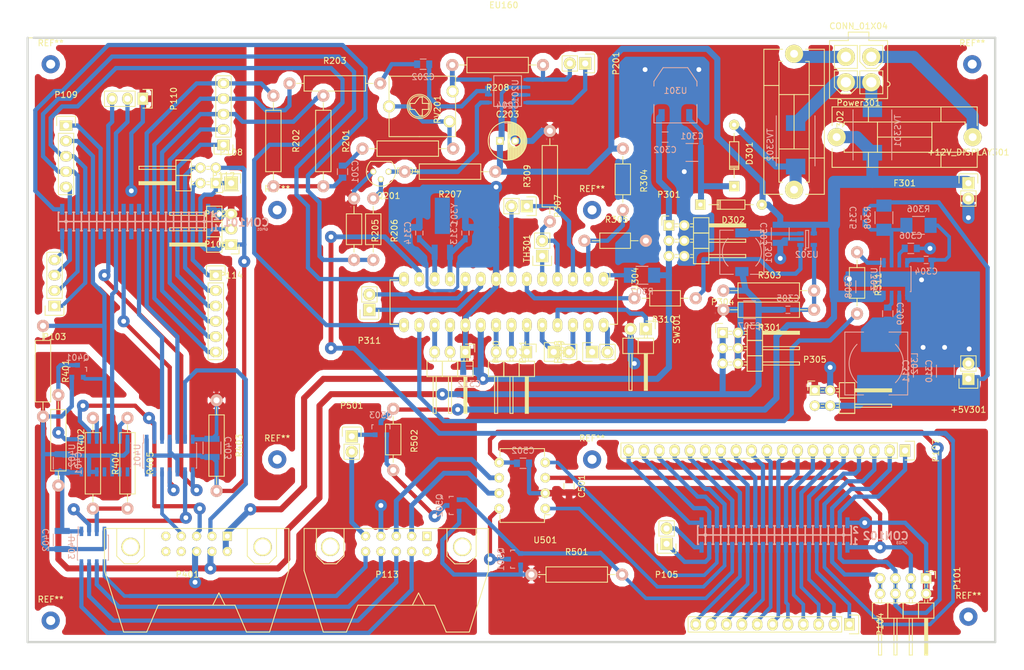
<source format=kicad_pcb>
(kicad_pcb (version 4) (host pcbnew 4.0.1-stable)
  (layers (0 F.Cu signal) (31 B.Cu signal) (34 B.Paste user) (35 F.Paste user) (36 B.SilkS user) (37 F.SilkS user) (38 B.Mask user) (39 F.Mask user) (44 Edge.Cuts user))
  (net 0 "")
  (net 1 GND)
  (net 2 +12V)
  (net 3 "Net-(C201-Pad1)")
  (net 4 "Net-(C201-Pad2)")
  (net 5 "Net-(C202-Pad1)")
  (net 6 "Net-(C202-Pad2)")
  (net 7 "Net-(C301-Pad1)")
  (net 8 +3.3VP)
  (net 9 "Net-(C305-Pad1)")
  (net 10 VCC)
  (net 11 "Net-(C306-Pad2)")
  (net 12 "Net-(C309-Pad1)")
  (net 13 "Net-(C309-Pad2)")
  (net 14 "Net-(C313-Pad2)")
  (net 15 "Net-(C314-Pad2)")
  (net 16 VCC2)
  (net 17 "/Marine GPS CAN/+5V_CPU")
  (net 18 "/Marine GPS CAN/GNDD")
  (net 19 "/Marine GPS CAN/+3.3V_CPU")
  (net 20 /5V1)
  (net 21 GND2)
  (net 22 /AGND)
  (net 23 /PG0)
  (net 24 /LRADC0)
  (net 25 /PG1)
  (net 26 /LRADC1)
  (net 27 /PG2)
  (net 28 /MICIN1)
  (net 29 /PG3)
  (net 30 /VMIC)
  (net 31 /PG4)
  (net 32 /marine_gps_audio/AUDIO_L)
  (net 33 /PG5)
  (net 34 /marine_gps_audio/AUDIO_COM)
  (net 35 /marine_gps_nmea0183/GPS_TX)
  (net 36 /marine_gps_audio/AUDIO_R)
  (net 37 /marine_gps_nmea0183/GPS_RX)
  (net 38 /VGA-G)
  (net 39 /PG8)
  (net 40 /VGA-B)
  (net 41 /marine_gps_nmea0183/GPS_PPS)
  (net 42 /VGA-R)
  (net 43 /marine_gps_nmea0183/RS422_TX)
  (net 44 /UART0-RX)
  (net 45 /marine_gps_nmea0183/RS422_RX)
  (net 46 /UART0-TX)
  (net 47 /PC3/SATA_PWR)
  (net 48 /PB21)
  (net 49 /marine_gps_nmea0183/RS422_CPU_TXRQ)
  (net 50 /PB20)
  (net 51 /PC19)
  (net 52 "/marine gps power/SDA")
  (net 53 /PC20)
  (net 54 "/marine gps power/SCL")
  (net 55 /PC21)
  (net 56 /PC24)
  (net 57 /PC22)
  (net 58 /marine_gps_audio/AUDIO_EN)
  (net 59 /PB3)
  (net 60 /#RESET)
  (net 61 /PB4)
  (net 62 "/marine gps power/A20_INT")
  (net 63 /PB5)
  (net 64 /PH7)
  (net 65 /PB6)
  (net 66 /PH9)
  (net 67 /PB7)
  (net 68 /PH10)
  (net 69 /PB8)
  (net 70 /PH11)
  (net 71 /PB9)
  (net 72 /PH12)
  (net 73 /PB10)
  (net 74 /PH13)
  (net 75 /PB11)
  (net 76 /PH14)
  (net 77 /PB12)
  (net 78 /PH15)
  (net 79 /PB13)
  (net 80 /PH16)
  (net 81 /PB14)
  (net 82 /PH17)
  (net 83 /PB15)
  (net 84 /PH18)
  (net 85 /PB16)
  (net 86 "/Marine GPS CAN/CAN_EN")
  (net 87 /PB17)
  (net 88 "/Marine GPS CAN/CAN_TX")
  (net 89 /PH24)
  (net 90 "/Marine GPS CAN/CAN_RX")
  (net 91 /PH25)
  (net 92 /PH22)
  (net 93 /PH26)
  (net 94 /PH23)
  (net 95 /PH27)
  (net 96 +12L)
  (net 97 "Net-(F301-Pad1)")
  (net 98 "Net-(F302-Pad1)")
  (net 99 "Net-(L301-Pad2)")
  (net 100 "/marine gps power/VPWM_EN")
  (net 101 "/marine gps power/LCD_BLK")
  (net 102 "Net-(P201-Pad1)")
  (net 103 "Net-(P201-Pad2)")
  (net 104 "Net-(P501-Pad1)")
  (net 105 "/Marine GPS CAN/CANL")
  (net 106 "/Marine GPS CAN/CANH")
  (net 107 "Net-(Q201-Pad2)")
  (net 108 "Net-(Q201-Pad1)")
  (net 109 "Net-(Q401-Pad3)")
  (net 110 "Net-(Q501-Pad3)")
  (net 111 "Net-(Q502-Pad3)")
  (net 112 "Net-(R204-Pad1)")
  (net 113 "Net-(R208-Pad2)")
  (net 114 "Net-(R304-Pad2)")
  (net 115 "Net-(R307-Pad1)")
  (net 116 "Net-(R404-Pad1)")
  (net 117 "Net-(R404-Pad2)")
  (net 118 "Net-(R405-Pad1)")
  (net 119 "/marine gps power/A20_EN")
  (net 120 "Net-(U402-Pad8)")
  (net 121 "Net-(U402-Pad11)")
  (net 122 "Net-(U401-Pad9)")
  (net 123 "/marine gps power/+3.6VG_EN")
  (net 124 "Net-(R309-Pad1)")
  (net 125 "Net-(TH301-Pad1)")
  (net 126 "Net-(R310-Pad1)")
  (net 127 "Net-(R311-Pad1)")
  (net 128 "Net-(C304-Pad1)")
  (net 129 "Net-(C315-Pad2)")
  (net 130 "/Marine GPS CAN/CAN_+12V")
  (net 131 /marine_gps_nmea0183/RS422_A_TX)
  (net 132 /marine_gps_nmea0183/RS422_B_TX)
  (net 133 /marine_gps_nmea0183/RS422_B_RX)
  (net 134 /marine_gps_nmea0183/RS422_A_RX)
  (net 135 "Net-(P113-Pad1)")
  (net 136 "Net-(P113-Pad2)")
  (net 137 /marine_gps_nmea0183/TO_GPS_TX)
  (net 138 /marine_gps_nmea0183/TO_GPS_RX)
  (net 139 /marine_gps_nmea0183/PPS)
  (net 140 "Net-(P401-Pad8)")
  (net 141 "Net-(P401-Pad9)")
  (net 142 "Net-(P401-Pad10)")
  (net 143 "/marine gps power/+5VCPU")
  (net 144 "/marine gps power/AN1")
  (net 145 "/marine gps power/AN4")
  (net 146 "/marine gps power/RB0")
  (net 147 "/marine gps power/RB1")
  (net 148 "/marine gps power/RB2")
  (net 149 "/marine gps power/TX2/RB6")
  (net 150 "/marine gps power/RX2/RB7")
  (net 151 "/marine gps power/TX1")
  (net 152 "/marine gps power/RX1")
  (net 153 "/marine gps power/RA7")
  (net 154 "/marine gps power/RA6")
  (net 155 "/marine gps power/SW_PWR")
  (module EuroBoard_Outline:EuroBoard160mmX100mm (layer F.Cu) (at 63.5 143.256)
    (fp_text reference EU160 (at 78.74 -105.41) (layer F.SilkS))
    (fp_text value EuroBoard160mmX100mm)
    (fp_line (start 0 -99.9998) (end 0 0) (layer Edge.Cuts) (width 0.381))
    (fp_line (start 0 0) (end 159.99968 0) (layer Edge.Cuts) (width 0.381))
    (fp_line (start 159.99968 0) (end 159.99968 -99.9998) (layer Edge.Cuts) (width 0.381))
    (fp_line (start 159.99968 -99.9998) (end 1.00076 -99.9998) (layer Edge.Cuts) (width 0.381))
  )
  (module local:A20_OLIMEXINO_LIME_SHIELD (layer F.Cu) (at 130.81 96.52 90)
    (fp_text reference LIME2 hide)
    (fp_text value LIME2 hide)
  )
  (module Connect:HE10-10C (layer F.Cu) (at 124.46 127)
    (fp_text reference P113 (at -1.524 5.08 180) (layer F.SilkS))
    (fp_text value HE10-10)
    (pad 0 thru_hole circle (at -10.922 0.508) (size 3.048 3.048) (drill 2.54) (layers *.Cu *.Mask F.SilkS))
    (pad 0 thru_hole circle (at 10.922 0.508) (size 3.048 3.048) (drill 2.54) (layers *.Cu *.Mask F.SilkS))
    (pad 1 thru_hole rect (at 5.08 -1.27) (size 1.524 1.524) (drill 0.8128) (layers *.Cu *.Mask F.SilkS) (net 135 "Net-(P113-Pad1)"))
    (pad 2 thru_hole circle (at 5.08 1.27) (size 1.524 1.524) (drill 0.8128) (layers *.Cu *.Mask F.SilkS) (net 136 "Net-(P113-Pad2)"))
    (pad 3 thru_hole circle (at 2.54 -1.27) (size 1.524 1.524) (drill 0.8128) (layers *.Cu *.Mask F.SilkS) (net 106 "/Marine GPS CAN/CANH"))
    (pad 4 thru_hole circle (at 2.54 1.27) (size 1.524 1.524) (drill 0.8128) (layers *.Cu *.Mask F.SilkS) (net 134 /marine_gps_nmea0183/RS422_A_RX))
    (pad 5 thru_hole circle (at 0 -1.27) (size 1.524 1.524) (drill 0.8128) (layers *.Cu *.Mask F.SilkS) (net 105 "/Marine GPS CAN/CANL"))
    (pad 6 thru_hole circle (at 0 1.27) (size 1.524 1.524) (drill 0.8128) (layers *.Cu *.Mask F.SilkS) (net 133 /marine_gps_nmea0183/RS422_B_RX))
    (pad 7 thru_hole circle (at -2.54 -1.27) (size 1.524 1.524) (drill 0.8128) (layers *.Cu *.Mask F.SilkS) (net 1 GND))
    (pad 8 thru_hole circle (at -2.54 1.27) (size 1.524 1.524) (drill 0.8128) (layers *.Cu *.Mask F.SilkS) (net 132 /marine_gps_nmea0183/RS422_B_TX))
    (pad 9 thru_hole circle (at -5.08 -1.27) (size 1.524 1.524) (drill 0.8128) (layers *.Cu *.Mask F.SilkS) (net 130 "/Marine GPS CAN/CAN_+12V"))
    (pad 10 thru_hole circle (at -5.08 1.27) (size 1.524 1.524) (drill 0.8128) (layers *.Cu *.Mask F.SilkS) (net 131 /marine_gps_nmea0183/RS422_A_TX))
  )
  (module Capacitors_SMD:C_1210 (layer B.Cu) (at 211.455 98.425 270)
    (fp_text reference C311 (at 0 2.7 270) (layer B.SilkS) (effects (justify mirror)))
    (fp_text value 22µF6.3V)
    (pad 1 smd rect (at -1.5 0 270) (size 1 2.5) (layers B.Cu B.Paste B.Mask) (net 1 GND))
    (pad 2 smd rect (at 1.5 0 270) (size 1 2.5) (layers B.Cu B.Paste B.Mask) (net 143 "/marine gps power/+5VCPU"))
  )
  (module local:MountingHole_2-5mm (layer F.Cu) (at 104.775 71.755)
    (fp_text reference REF** (at 0 -3.50012) (layer F.SilkS))
    (fp_text value MountingHole_dia3mm)
    (pad 1 thru_hole circle (at 0 0) (size 3 3) (drill 1.5) (layers *.Cu))
  )
  (module local:MountingHole_2-5mm (layer F.Cu) (at 104.775 113.03)
    (fp_text reference REF** (at 0 -3.50012) (layer F.SilkS))
    (fp_text value MountingHole_dia3mm)
    (pad 1 thru_hole circle (at 0 0) (size 3 3) (drill 1.5) (layers *.Cu))
  )
  (module local:MountingHole_2-5mm (layer F.Cu) (at 156.845 113.03)
    (fp_text reference REF** (at 0 -3.50012) (layer F.SilkS))
    (fp_text value MountingHole_dia3mm)
    (pad 1 thru_hole circle (at 0 0) (size 3 3) (drill 1.5) (layers *.Cu))
  )
  (module local:MountingHole_2-5mm (layer F.Cu) (at 156.845 71.755)
    (fp_text reference REF** (at 0 -3.50012) (layer F.SilkS))
    (fp_text value MountingHole_dia3mm)
    (pad 1 thru_hole circle (at 0 0) (size 3 3) (drill 1.5) (layers *.Cu))
  )
  (module TO_SOT_Packages_SMD:SOT-23 (layer B.Cu) (at 121.92 107.95 180)
    (fp_text reference Q503 (at 0 2.25 180) (layer B.SilkS) (effects (justify mirror)))
    (fp_text value DMG2307L)
    (pad 1 smd rect (at -0.95 -1.00076 180) (size 0.8001 0.8001) (layers B.Cu B.Paste B.Mask) (net 111 "Net-(Q502-Pad3)"))
    (pad 2 smd rect (at 0.95 -1.00076 180) (size 0.8001 0.8001) (layers B.Cu B.Paste B.Mask) (net 104 "Net-(P501-Pad1)"))
    (pad 3 smd rect (at 0 0.99822 180) (size 0.8001 0.8001) (layers B.Cu B.Paste B.Mask) (net 2 +12V))
  )
  (module Housings_SOIC:SOIC-14_3.9x8.7mm_Pitch1.27mm (layer B.Cu) (at 86.995 112.395 270)
    (fp_text reference U401 (at 0 5.375 270) (layer B.SilkS) (effects (justify mirror)))
    (fp_text value 74lv126)
    (pad 1 smd rect (at -2.7 3.81 270) (size 1.5 0.6) (layers B.Cu B.Paste B.Mask) (net 16 VCC2))
    (pad 2 smd rect (at -2.7 2.54 270) (size 1.5 0.6) (layers B.Cu B.Paste B.Mask) (net 137 /marine_gps_nmea0183/TO_GPS_TX))
    (pad 3 smd rect (at -2.7 1.27 270) (size 1.5 0.6) (layers B.Cu B.Paste B.Mask) (net 37 /marine_gps_nmea0183/GPS_RX))
    (pad 4 smd rect (at -2.7 0 270) (size 1.5 0.6) (layers B.Cu B.Paste B.Mask) (net 16 VCC2))
    (pad 5 smd rect (at -2.7 -1.27 270) (size 1.5 0.6) (layers B.Cu B.Paste B.Mask) (net 35 /marine_gps_nmea0183/GPS_TX))
    (pad 6 smd rect (at -2.7 -2.54 270) (size 1.5 0.6) (layers B.Cu B.Paste B.Mask) (net 138 /marine_gps_nmea0183/TO_GPS_RX))
    (pad 7 smd rect (at -2.7 -3.81 270) (size 1.5 0.6) (layers B.Cu B.Paste B.Mask) (net 21 GND2))
    (pad 8 smd rect (at 2.7 -3.81 270) (size 1.5 0.6) (layers B.Cu B.Paste B.Mask) (net 45 /marine_gps_nmea0183/RS422_RX))
    (pad 9 smd rect (at 2.7 -2.54 270) (size 1.5 0.6) (layers B.Cu B.Paste B.Mask) (net 122 "Net-(U401-Pad9)"))
    (pad 10 smd rect (at 2.7 -1.27 270) (size 1.5 0.6) (layers B.Cu B.Paste B.Mask) (net 16 VCC2))
    (pad 11 smd rect (at 2.7 0 270) (size 1.5 0.6) (layers B.Cu B.Paste B.Mask) (net 41 /marine_gps_nmea0183/GPS_PPS))
    (pad 12 smd rect (at 2.7 1.27 270) (size 1.5 0.6) (layers B.Cu B.Paste B.Mask) (net 139 /marine_gps_nmea0183/PPS))
    (pad 13 smd rect (at 2.7 2.54 270) (size 1.5 0.6) (layers B.Cu B.Paste B.Mask) (net 16 VCC2))
    (pad 14 smd rect (at 2.7 3.81 270) (size 1.5 0.6) (layers B.Cu B.Paste B.Mask) (net 16 VCC2))
  )
  (module Pin_Headers:Pin_Header_Straight_1x02 (layer F.Cu) (at 219.075 99.695 180)
    (fp_text reference +5V301 (at 0 -5.1 180) (layer F.SilkS))
    (fp_text value CONN_01X02)
    (pad 1 thru_hole rect (at 0 0 180) (size 2.032 2.032) (drill 1.016) (layers *.Cu *.Mask F.SilkS) (net 143 "/marine gps power/+5VCPU"))
    (pad 2 thru_hole oval (at 0 2.54 180) (size 2.032 2.032) (drill 1.016) (layers *.Cu *.Mask F.SilkS) (net 1 GND))
  )
  (module Pin_Headers:Pin_Header_Straight_1x02 (layer F.Cu) (at 219.075 67.31)
    (fp_text reference +12V_DISPLAY301 (at 0 -5.1) (layer F.SilkS))
    (fp_text value CONN_01X02)
    (pad 1 thru_hole rect (at 0 0) (size 2.032 2.032) (drill 1.016) (layers *.Cu *.Mask F.SilkS) (net 2 +12V))
    (pad 2 thru_hole oval (at 0 2.54) (size 2.032 2.032) (drill 1.016) (layers *.Cu *.Mask F.SilkS) (net 1 GND))
  )
  (module Capacitors_SMD:C_0805 (layer B.Cu) (at 115.57 65.405 90)
    (fp_text reference C201 (at 0 2.1 90) (layer B.SilkS) (effects (justify mirror)))
    (fp_text value 1µF25V)
    (pad 1 smd rect (at -1 0 90) (size 1 1.25) (layers B.Cu B.Paste B.Mask) (net 3 "Net-(C201-Pad1)"))
    (pad 2 smd rect (at 1 0 90) (size 1 1.25) (layers B.Cu B.Paste B.Mask) (net 4 "Net-(C201-Pad2)"))
  )
  (module Capacitors_SMD:C_0805 (layer B.Cu) (at 128.905 47.625)
    (fp_text reference C202 (at 0 2.1) (layer B.SilkS) (effects (justify mirror)))
    (fp_text value 1µF25V)
    (pad 1 smd rect (at -1 0) (size 1 1.25) (layers B.Cu B.Paste B.Mask) (net 5 "Net-(C202-Pad1)"))
    (pad 2 smd rect (at 1 0) (size 1 1.25) (layers B.Cu B.Paste B.Mask) (net 6 "Net-(C202-Pad2)"))
  )
  (module Capacitors_ThroughHole:C_Radial_D6.3_L11.2_P2.5 (layer F.Cu) (at 141.605 60.325)
    (fp_text reference C203 (at 1.25 -4.4) (layer F.SilkS))
    (fp_text value 100µF25V)
    (pad 2 thru_hole circle (at 2.5 0) (size 1.3 1.3) (drill 0.8) (layers *.Cu *.Mask F.SilkS) (net 1 GND))
    (pad 1 thru_hole rect (at 0 0) (size 1.3 1.3) (drill 0.8) (layers *.Cu *.Mask F.SilkS) (net 2 +12V))
  )
  (module Capacitors_SMD:C_0805 (layer B.Cu) (at 142.875 56.515 180)
    (fp_text reference C204 (at 0 2.1 180) (layer B.SilkS) (effects (justify mirror)))
    (fp_text value 100nF)
    (pad 1 smd rect (at -1 0 180) (size 1 1.25) (layers B.Cu B.Paste B.Mask) (net 1 GND))
    (pad 2 smd rect (at 1 0 180) (size 1 1.25) (layers B.Cu B.Paste B.Mask) (net 2 +12V))
  )
  (module Capacitors_SMD:C_1210 (layer B.Cu) (at 173.355 62.23 180)
    (fp_text reference C301 (at 0 2.7 180) (layer B.SilkS) (effects (justify mirror)))
    (fp_text value 10µF25V)
    (pad 1 smd rect (at -1.5 0 180) (size 1 2.5) (layers B.Cu B.Paste B.Mask) (net 7 "Net-(C301-Pad1)"))
    (pad 2 smd rect (at 1.5 0 180) (size 1 2.5) (layers B.Cu B.Paste B.Mask) (net 1 GND))
  )
  (module Capacitors_SMD:C_0805 (layer B.Cu) (at 168.91 59.69)
    (fp_text reference C302 (at 0 2.1) (layer B.SilkS) (effects (justify mirror)))
    (fp_text value 1µF6.3V)
    (pad 1 smd rect (at -1 0) (size 1 1.25) (layers B.Cu B.Paste B.Mask) (net 8 +3.3VP))
    (pad 2 smd rect (at 1 0) (size 1 1.25) (layers B.Cu B.Paste B.Mask) (net 1 GND))
  )
  (module Capacitors_SMD:C_1210 (layer B.Cu) (at 187.96 75.692 270)
    (fp_text reference C303 (at 0 2.7 270) (layer B.SilkS) (effects (justify mirror)))
    (fp_text value 10µF25V)
    (pad 1 smd rect (at -1.5 0 270) (size 1 2.5) (layers B.Cu B.Paste B.Mask) (net 2 +12V))
    (pad 2 smd rect (at 1.5 0 270) (size 1 2.5) (layers B.Cu B.Paste B.Mask) (net 1 GND))
  )
  (module Capacitors_SMD:C_0603_HandSoldering (layer B.Cu) (at 212.09 80.01)
    (fp_text reference C304 (at 0 1.9) (layer B.SilkS) (effects (justify mirror)))
    (fp_text value 6.8nF)
    (pad 1 smd rect (at -0.95 0) (size 1.2 0.75) (layers B.Cu B.Paste B.Mask) (net 128 "Net-(C304-Pad1)"))
    (pad 2 smd rect (at 0.95 0) (size 1.2 0.75) (layers B.Cu B.Paste B.Mask) (net 1 GND))
  )
  (module Capacitors_SMD:C_0603_HandSoldering (layer B.Cu) (at 189.23 88.265 180)
    (fp_text reference C305 (at 0 1.9 180) (layer B.SilkS) (effects (justify mirror)))
    (fp_text value 10pF)
    (pad 1 smd rect (at -0.95 0 180) (size 1.2 0.75) (layers B.Cu B.Paste B.Mask) (net 9 "Net-(C305-Pad1)"))
    (pad 2 smd rect (at 0.95 0 180) (size 1.2 0.75) (layers B.Cu B.Paste B.Mask) (net 10 VCC))
  )
  (module Capacitors_SMD:C_0805 (layer B.Cu) (at 209.55 78.105 180)
    (fp_text reference C306 (at 0 2.1 180) (layer B.SilkS) (effects (justify mirror)))
    (fp_text value 1µF6.3v)
    (pad 1 smd rect (at -1 0 180) (size 1 1.25) (layers B.Cu B.Paste B.Mask) (net 1 GND))
    (pad 2 smd rect (at 1 0 180) (size 1 1.25) (layers B.Cu B.Paste B.Mask) (net 11 "Net-(C306-Pad2)"))
  )
  (module Capacitors_SMD:C_1210 (layer B.Cu) (at 182.88 88.265)
    (fp_text reference C307 (at 0 2.7) (layer B.SilkS) (effects (justify mirror)))
    (fp_text value 10µF6.3V)
    (pad 1 smd rect (at -1.5 0) (size 1 2.5) (layers B.Cu B.Paste B.Mask) (net 1 GND))
    (pad 2 smd rect (at 1.5 0) (size 1 2.5) (layers B.Cu B.Paste B.Mask) (net 10 VCC))
  )
  (module Capacitors_SMD:C_1210 (layer B.Cu) (at 201.93 84.455 270)
    (fp_text reference C308 (at 0 2.7 270) (layer B.SilkS) (effects (justify mirror)))
    (fp_text value 10µF25V)
    (pad 1 smd rect (at -1.5 0 270) (size 1 2.5) (layers B.Cu B.Paste B.Mask) (net 1 GND))
    (pad 2 smd rect (at 1.5 0 270) (size 1 2.5) (layers B.Cu B.Paste B.Mask) (net 2 +12V))
  )
  (module Capacitors_SMD:C_0805 (layer B.Cu) (at 205.74 88.9 90)
    (fp_text reference C309 (at 0 2.1 90) (layer B.SilkS) (effects (justify mirror)))
    (fp_text value 100nF6.3V)
    (pad 1 smd rect (at -1 0 90) (size 1 1.25) (layers B.Cu B.Paste B.Mask) (net 12 "Net-(C309-Pad1)"))
    (pad 2 smd rect (at 1 0 90) (size 1 1.25) (layers B.Cu B.Paste B.Mask) (net 13 "Net-(C309-Pad2)"))
  )
  (module Capacitors_SMD:C_1210 (layer B.Cu) (at 215.265 98.425 270)
    (fp_text reference C310 (at 0 2.7 270) (layer B.SilkS) (effects (justify mirror)))
    (fp_text value 22µF6.3V)
    (pad 1 smd rect (at -1.5 0 270) (size 1 2.5) (layers B.Cu B.Paste B.Mask) (net 1 GND))
    (pad 2 smd rect (at 1.5 0 270) (size 1 2.5) (layers B.Cu B.Paste B.Mask) (net 143 "/marine gps power/+5VCPU"))
  )
  (module Capacitors_SMD:C_0805 (layer B.Cu) (at 136.525 98.425)
    (fp_text reference C312 (at 0 2.1) (layer B.SilkS) (effects (justify mirror)))
    (fp_text value 1µF6.3V)
    (pad 1 smd rect (at -1 0) (size 1 1.25) (layers B.Cu B.Paste B.Mask) (net 1 GND))
    (pad 2 smd rect (at 1 0) (size 1 1.25) (layers B.Cu B.Paste B.Mask) (net 8 +3.3VP))
  )
  (module Capacitors_SMD:C_0603_HandSoldering (layer B.Cu) (at 135.89 75.565 270)
    (fp_text reference C313 (at 0 1.9 270) (layer B.SilkS) (effects (justify mirror)))
    (fp_text value 10pf)
    (pad 1 smd rect (at -0.95 0 270) (size 1.2 0.75) (layers B.Cu B.Paste B.Mask) (net 1 GND))
    (pad 2 smd rect (at 0.95 0 270) (size 1.2 0.75) (layers B.Cu B.Paste B.Mask) (net 14 "Net-(C313-Pad2)"))
  )
  (module Capacitors_SMD:C_0603_HandSoldering (layer B.Cu) (at 128.27 75.565 270)
    (fp_text reference C314 (at 0 1.9 270) (layer B.SilkS) (effects (justify mirror)))
    (fp_text value 10pf)
    (pad 1 smd rect (at -0.95 0 270) (size 1.2 0.75) (layers B.Cu B.Paste B.Mask) (net 1 GND))
    (pad 2 smd rect (at 0.95 0 270) (size 1.2 0.75) (layers B.Cu B.Paste B.Mask) (net 15 "Net-(C314-Pad2)"))
  )
  (module Capacitors_SMD:C_1210 (layer B.Cu) (at 69.215 113.665 90)
    (fp_text reference C401 (at 0 2.7 90) (layer B.SilkS) (effects (justify mirror)))
    (fp_text value 1µF6.3V)
    (pad 1 smd rect (at -1.5 0 90) (size 1 2.5) (layers B.Cu B.Paste B.Mask) (net 10 VCC))
    (pad 2 smd rect (at 1.5 0 90) (size 1 2.5) (layers B.Cu B.Paste B.Mask) (net 1 GND))
  )
  (module Capacitors_SMD:C_1210 (layer B.Cu) (at 69.215 126.365 270)
    (fp_text reference C402 (at 0 2.7 270) (layer B.SilkS) (effects (justify mirror)))
    (fp_text value 1µF6.3V)
    (pad 1 smd rect (at -1.5 0 270) (size 1 2.5) (layers B.Cu B.Paste B.Mask) (net 10 VCC))
    (pad 2 smd rect (at 1.5 0 270) (size 1 2.5) (layers B.Cu B.Paste B.Mask) (net 1 GND))
  )
  (module Capacitors_SMD:C_1210 (layer B.Cu) (at 93.98 111.125 90)
    (fp_text reference C403 (at 0 2.7 90) (layer B.SilkS) (effects (justify mirror)))
    (fp_text value 10µF6.3V)
    (pad 1 smd rect (at -1.5 0 90) (size 1 2.5) (layers B.Cu B.Paste B.Mask) (net 16 VCC2))
    (pad 2 smd rect (at 1.5 0 90) (size 1 2.5) (layers B.Cu B.Paste B.Mask) (net 21 GND2))
  )
  (module Capacitors_SMD:C_0805 (layer F.Cu) (at 153.035 117.475 270)
    (fp_text reference C501 (at 0 -2.1 270) (layer F.SilkS))
    (fp_text value 1µF6.3V)
    (pad 1 smd rect (at -1 0 270) (size 1 1.25) (layers F.Cu F.Paste F.Mask) (net 17 "/Marine GPS CAN/+5V_CPU"))
    (pad 2 smd rect (at 1 0 270) (size 1 1.25) (layers F.Cu F.Paste F.Mask) (net 18 "/Marine GPS CAN/GNDD"))
  )
  (module Capacitors_SMD:C_0805 (layer B.Cu) (at 145.415 113.665 180)
    (fp_text reference C502 (at 0 2.1 180) (layer B.SilkS) (effects (justify mirror)))
    (fp_text value 1µF6.3V)
    (pad 1 smd rect (at -1 0 180) (size 1 1.25) (layers B.Cu B.Paste B.Mask) (net 18 "/Marine GPS CAN/GNDD"))
    (pad 2 smd rect (at 1 0 180) (size 1 1.25) (layers B.Cu B.Paste B.Mask) (net 19 "/Marine GPS CAN/+3.3V_CPU"))
  )
  (module A20_OLIMEXINO_LIME2_SHIELD:A10_OLIMEXINO_LIME_SHIELD_1-YA-V36P-2X20-LF (layer B.Cu) (at 81.28 73.66 180)
    (fp_text reference CON101 (at -18.39 -0.15 180) (layer B.SilkS) (effects (font (size 1.27 1.27) (thickness 0.254)) (justify mirror)))
    (fp_text value GPIO1 (at -21.06 -1.3 180) (layer B.SilkS) (effects (font (size 0.4064 0.4064) (thickness 0.0889)) (justify mirror)))
    (fp_text user 2 (at -13.41 0.8 180) (layer B.SilkS) (effects (font (size 1.016 1.016) (thickness 0.254)) (justify mirror)))
    (fp_text user 1 (at -13.35 -1.07 180) (layer B.SilkS) (effects (font (size 1.016 1.016) (thickness 0.254)) (justify mirror)))
    (pad 1 smd rect (at -12.065 -2.032 90) (size 1.79832 0.6985) (layers B.Cu B.Paste B.Mask) (net 20 /5V1))
    (pad 2 smd rect (at -12.065 2.032 90) (size 1.79832 0.6985) (layers B.Cu B.Paste B.Mask) (net 21 GND2))
    (pad 3 smd rect (at -10.795 -2.032 90) (size 1.79832 0.6985) (layers B.Cu B.Paste B.Mask) (net 16 VCC2))
    (pad 4 smd rect (at -10.795 2.032 90) (size 1.79832 0.6985) (layers B.Cu B.Paste B.Mask) (net 22 /AGND))
    (pad 5 smd rect (at -9.525 -2.032 90) (size 1.79832 0.6985) (layers B.Cu B.Paste B.Mask) (net 23 /PG0))
    (pad 6 smd rect (at -9.525 2.032 90) (size 1.79832 0.6985) (layers B.Cu B.Paste B.Mask) (net 24 /LRADC0))
    (pad 7 smd rect (at -8.255 -2.032 90) (size 1.79832 0.6985) (layers B.Cu B.Paste B.Mask) (net 25 /PG1))
    (pad 8 smd rect (at -8.255 2.032 90) (size 1.79832 0.6985) (layers B.Cu B.Paste B.Mask) (net 26 /LRADC1))
    (pad 9 smd rect (at -6.985 -2.032 90) (size 1.79832 0.6985) (layers B.Cu B.Paste B.Mask) (net 27 /PG2))
    (pad 10 smd rect (at -6.985 2.032 90) (size 1.79832 0.6985) (layers B.Cu B.Paste B.Mask) (net 28 /MICIN1))
    (pad 11 smd rect (at -5.715 -2.032 90) (size 1.79832 0.6985) (layers B.Cu B.Paste B.Mask) (net 29 /PG3))
    (pad 12 smd rect (at -5.715 2.032 90) (size 1.79832 0.6985) (layers B.Cu B.Paste B.Mask) (net 30 /VMIC))
    (pad 13 smd rect (at -4.445 -2.032 90) (size 1.79832 0.6985) (layers B.Cu B.Paste B.Mask) (net 31 /PG4))
    (pad 14 smd rect (at -4.445 2.032 90) (size 1.79832 0.6985) (layers B.Cu B.Paste B.Mask) (net 32 /marine_gps_audio/AUDIO_L))
    (pad 15 smd rect (at -3.175 -2.032 90) (size 1.79832 0.6985) (layers B.Cu B.Paste B.Mask) (net 33 /PG5))
    (pad 16 smd rect (at -3.175 2.032 90) (size 1.79832 0.6985) (layers B.Cu B.Paste B.Mask) (net 34 /marine_gps_audio/AUDIO_COM))
    (pad 17 smd rect (at -1.905 -2.032 90) (size 1.79832 0.6985) (layers B.Cu B.Paste B.Mask) (net 35 /marine_gps_nmea0183/GPS_TX))
    (pad 18 smd rect (at -1.905 2.032 90) (size 1.79832 0.6985) (layers B.Cu B.Paste B.Mask) (net 36 /marine_gps_audio/AUDIO_R))
    (pad 19 smd rect (at -0.635 -2.032 90) (size 1.79832 0.6985) (layers B.Cu B.Paste B.Mask) (net 37 /marine_gps_nmea0183/GPS_RX))
    (pad 20 smd rect (at -0.635 2.032 90) (size 1.79832 0.6985) (layers B.Cu B.Paste B.Mask) (net 38 /VGA-G))
    (pad 21 smd rect (at 0.635 -2.032 90) (size 1.79832 0.6985) (layers B.Cu B.Paste B.Mask) (net 39 /PG8))
    (pad 22 smd rect (at 0.635 2.032 90) (size 1.79832 0.6985) (layers B.Cu B.Paste B.Mask) (net 40 /VGA-B))
    (pad 23 smd rect (at 1.905 -2.032 90) (size 1.79832 0.6985) (layers B.Cu B.Paste B.Mask) (net 41 /marine_gps_nmea0183/GPS_PPS))
    (pad 24 smd rect (at 1.905 2.032 90) (size 1.79832 0.6985) (layers B.Cu B.Paste B.Mask) (net 42 /VGA-R))
    (pad 25 smd rect (at 3.175 -2.032 90) (size 1.79832 0.6985) (layers B.Cu B.Paste B.Mask) (net 43 /marine_gps_nmea0183/RS422_TX))
    (pad 26 smd rect (at 3.175 2.032 90) (size 1.79832 0.6985) (layers B.Cu B.Paste B.Mask) (net 44 /UART0-RX))
    (pad 27 smd rect (at 4.445 -2.032 90) (size 1.79832 0.6985) (layers B.Cu B.Paste B.Mask) (net 45 /marine_gps_nmea0183/RS422_RX))
    (pad 28 smd rect (at 4.445 2.032 90) (size 1.79832 0.6985) (layers B.Cu B.Paste B.Mask) (net 46 /UART0-TX))
    (pad 29 smd rect (at 5.715 -2.032 90) (size 1.79832 0.6985) (layers B.Cu B.Paste B.Mask) (net 47 /PC3/SATA_PWR))
    (pad 30 smd rect (at 5.715 2.032 90) (size 1.79832 0.6985) (layers B.Cu B.Paste B.Mask) (net 48 /PB21))
    (pad 31 smd rect (at 6.985 -2.032 90) (size 1.79832 0.6985) (layers B.Cu B.Paste B.Mask) (net 49 /marine_gps_nmea0183/RS422_CPU_TXRQ))
    (pad 32 smd rect (at 6.985 2.032 90) (size 1.79832 0.6985) (layers B.Cu B.Paste B.Mask) (net 50 /PB20))
    (pad 33 smd rect (at 8.255 -2.032 90) (size 1.79832 0.6985) (layers B.Cu B.Paste B.Mask) (net 51 /PC19))
    (pad 34 smd rect (at 8.255 2.032 90) (size 1.79832 0.6985) (layers B.Cu B.Paste B.Mask) (net 52 "/marine gps power/SDA"))
    (pad 35 smd rect (at 9.525 -2.032 90) (size 1.79832 0.6985) (layers B.Cu B.Paste B.Mask) (net 53 /PC20))
    (pad 36 smd rect (at 9.525 2.032 90) (size 1.79832 0.6985) (layers B.Cu B.Paste B.Mask) (net 54 "/marine gps power/SCL"))
    (pad 37 smd rect (at 10.795 -2.032 90) (size 1.79832 0.6985) (layers B.Cu B.Paste B.Mask) (net 55 /PC21))
    (pad 38 smd rect (at 10.795 2.032 90) (size 1.79832 0.6985) (layers B.Cu B.Paste B.Mask) (net 56 /PC24))
    (pad 39 smd rect (at 12.065 -2.032 90) (size 1.79832 0.6985) (layers B.Cu B.Paste B.Mask) (net 57 /PC22))
    (pad 40 smd rect (at 12.065 2.032 90) (size 1.79832 0.6985) (layers B.Cu B.Paste B.Mask) (net 58 /marine_gps_audio/AUDIO_EN))
  )
  (module A20_OLIMEXINO_LIME2_SHIELD:A10_OLIMEXINO_LIME_SHIELD_1-YA-V36P-2X20-LF (layer B.Cu) (at 187.0075 125.5395 180)
    (fp_text reference CON102 (at -18.39 -0.15 180) (layer B.SilkS) (effects (font (size 1.27 1.27) (thickness 0.254)) (justify mirror)))
    (fp_text value GPIO3 (at -21.06 -1.3 180) (layer B.SilkS) (effects (font (size 0.4064 0.4064) (thickness 0.0889)) (justify mirror)))
    (fp_text user 2 (at -13.41 0.8 180) (layer B.SilkS) (effects (font (size 1.016 1.016) (thickness 0.254)) (justify mirror)))
    (fp_text user 1 (at -13.35 -1.07 180) (layer B.SilkS) (effects (font (size 1.016 1.016) (thickness 0.254)) (justify mirror)))
    (pad 1 smd rect (at -12.065 -2.032 90) (size 1.79832 0.6985) (layers B.Cu B.Paste B.Mask) (net 17 "/Marine GPS CAN/+5V_CPU"))
    (pad 2 smd rect (at -12.065 2.032 90) (size 1.79832 0.6985) (layers B.Cu B.Paste B.Mask) (net 18 "/Marine GPS CAN/GNDD"))
    (pad 3 smd rect (at -10.795 -2.032 90) (size 1.79832 0.6985) (layers B.Cu B.Paste B.Mask) (net 19 "/Marine GPS CAN/+3.3V_CPU"))
    (pad 4 smd rect (at -10.795 2.032 90) (size 1.79832 0.6985) (layers B.Cu B.Paste B.Mask) (net 59 /PB3))
    (pad 5 smd rect (at -9.525 -2.032 90) (size 1.79832 0.6985) (layers B.Cu B.Paste B.Mask) (net 60 /#RESET))
    (pad 6 smd rect (at -9.525 2.032 90) (size 1.79832 0.6985) (layers B.Cu B.Paste B.Mask) (net 61 /PB4))
    (pad 7 smd rect (at -8.255 -2.032 90) (size 1.79832 0.6985) (layers B.Cu B.Paste B.Mask) (net 62 "/marine gps power/A20_INT"))
    (pad 8 smd rect (at -8.255 2.032 90) (size 1.79832 0.6985) (layers B.Cu B.Paste B.Mask) (net 63 /PB5))
    (pad 9 smd rect (at -6.985 -2.032 90) (size 1.79832 0.6985) (layers B.Cu B.Paste B.Mask) (net 64 /PH7))
    (pad 10 smd rect (at -6.985 2.032 90) (size 1.79832 0.6985) (layers B.Cu B.Paste B.Mask) (net 65 /PB6))
    (pad 11 smd rect (at -5.715 -2.032 90) (size 1.79832 0.6985) (layers B.Cu B.Paste B.Mask) (net 66 /PH9))
    (pad 12 smd rect (at -5.715 2.032 90) (size 1.79832 0.6985) (layers B.Cu B.Paste B.Mask) (net 67 /PB7))
    (pad 13 smd rect (at -4.445 -2.032 90) (size 1.79832 0.6985) (layers B.Cu B.Paste B.Mask) (net 68 /PH10))
    (pad 14 smd rect (at -4.445 2.032 90) (size 1.79832 0.6985) (layers B.Cu B.Paste B.Mask) (net 69 /PB8))
    (pad 15 smd rect (at -3.175 -2.032 90) (size 1.79832 0.6985) (layers B.Cu B.Paste B.Mask) (net 70 /PH11))
    (pad 16 smd rect (at -3.175 2.032 90) (size 1.79832 0.6985) (layers B.Cu B.Paste B.Mask) (net 71 /PB9))
    (pad 17 smd rect (at -1.905 -2.032 90) (size 1.79832 0.6985) (layers B.Cu B.Paste B.Mask) (net 72 /PH12))
    (pad 18 smd rect (at -1.905 2.032 90) (size 1.79832 0.6985) (layers B.Cu B.Paste B.Mask) (net 73 /PB10))
    (pad 19 smd rect (at -0.635 -2.032 90) (size 1.79832 0.6985) (layers B.Cu B.Paste B.Mask) (net 74 /PH13))
    (pad 20 smd rect (at -0.635 2.032 90) (size 1.79832 0.6985) (layers B.Cu B.Paste B.Mask) (net 75 /PB11))
    (pad 21 smd rect (at 0.635 -2.032 90) (size 1.79832 0.6985) (layers B.Cu B.Paste B.Mask) (net 76 /PH14))
    (pad 22 smd rect (at 0.635 2.032 90) (size 1.79832 0.6985) (layers B.Cu B.Paste B.Mask) (net 77 /PB12))
    (pad 23 smd rect (at 1.905 -2.032 90) (size 1.79832 0.6985) (layers B.Cu B.Paste B.Mask) (net 78 /PH15))
    (pad 24 smd rect (at 1.905 2.032 90) (size 1.79832 0.6985) (layers B.Cu B.Paste B.Mask) (net 79 /PB13))
    (pad 25 smd rect (at 3.175 -2.032 90) (size 1.79832 0.6985) (layers B.Cu B.Paste B.Mask) (net 80 /PH16))
    (pad 26 smd rect (at 3.175 2.032 90) (size 1.79832 0.6985) (layers B.Cu B.Paste B.Mask) (net 81 /PB14))
    (pad 27 smd rect (at 4.445 -2.032 90) (size 1.79832 0.6985) (layers B.Cu B.Paste B.Mask) (net 82 /PH17))
    (pad 28 smd rect (at 4.445 2.032 90) (size 1.79832 0.6985) (layers B.Cu B.Paste B.Mask) (net 83 /PB15))
    (pad 29 smd rect (at 5.715 -2.032 90) (size 1.79832 0.6985) (layers B.Cu B.Paste B.Mask) (net 84 /PH18))
    (pad 30 smd rect (at 5.715 2.032 90) (size 1.79832 0.6985) (layers B.Cu B.Paste B.Mask) (net 85 /PB16))
    (pad 31 smd rect (at 6.985 -2.032 90) (size 1.79832 0.6985) (layers B.Cu B.Paste B.Mask) (net 86 "/Marine GPS CAN/CAN_EN"))
    (pad 32 smd rect (at 6.985 2.032 90) (size 1.79832 0.6985) (layers B.Cu B.Paste B.Mask) (net 87 /PB17))
    (pad 33 smd rect (at 8.255 -2.032 90) (size 1.79832 0.6985) (layers B.Cu B.Paste B.Mask) (net 88 "/Marine GPS CAN/CAN_TX"))
    (pad 34 smd rect (at 8.255 2.032 90) (size 1.79832 0.6985) (layers B.Cu B.Paste B.Mask) (net 89 /PH24))
    (pad 35 smd rect (at 9.525 -2.032 90) (size 1.79832 0.6985) (layers B.Cu B.Paste B.Mask) (net 90 "/Marine GPS CAN/CAN_RX"))
    (pad 36 smd rect (at 9.525 2.032 90) (size 1.79832 0.6985) (layers B.Cu B.Paste B.Mask) (net 91 /PH25))
    (pad 37 smd rect (at 10.795 -2.032 90) (size 1.79832 0.6985) (layers B.Cu B.Paste B.Mask) (net 92 /PH22))
    (pad 38 smd rect (at 10.795 2.032 90) (size 1.79832 0.6985) (layers B.Cu B.Paste B.Mask) (net 93 /PH26))
    (pad 39 smd rect (at 12.065 -2.032 90) (size 1.79832 0.6985) (layers B.Cu B.Paste B.Mask) (net 94 /PH23))
    (pad 40 smd rect (at 12.065 2.032 90) (size 1.79832 0.6985) (layers B.Cu B.Paste B.Mask) (net 95 /PH27))
  )
  (module Diodes_ThroughHole:Diode_DO-35_SOD27_Horizontal_RM10 (layer F.Cu) (at 180.34 67.818 90)
    (fp_text reference D301 (at 5.43052 2.53746 90) (layer F.SilkS))
    (fp_text value 1N4148)
    (pad 2 thru_hole circle (at 10.16052 -0.00254 270) (size 1.69926 1.69926) (drill 0.70104) (layers *.Cu *.Mask F.SilkS) (net 96 +12L))
    (pad 1 thru_hole rect (at 0.00052 -0.00254 270) (size 1.69926 1.69926) (drill 0.70104) (layers *.Cu *.Mask F.SilkS) (net 7 "Net-(C301-Pad1)"))
  )
  (module Diodes_ThroughHole:Diode_DO-35_SOD27_Horizontal_RM10 (layer F.Cu) (at 174.752 70.866)
    (fp_text reference D302 (at 5.43052 2.53746) (layer F.SilkS))
    (fp_text value 1N4148)
    (pad 2 thru_hole circle (at 10.16052 -0.00254 180) (size 1.69926 1.69926) (drill 0.70104) (layers *.Cu *.Mask F.SilkS) (net 2 +12V))
    (pad 1 thru_hole rect (at 0.00052 -0.00254 180) (size 1.69926 1.69926) (drill 0.70104) (layers *.Cu *.Mask F.SilkS) (net 7 "Net-(C301-Pad1)"))
  )
  (module local:Fuseholder5x20_horiz_SemiClosed_Casing10x22.5mm (layer F.Cu) (at 208.534 59.69 180)
    (fp_text reference F301 (at 0 -7.62 180) (layer F.SilkS))
    (fp_text value 3A)
    (pad 2 thru_hole oval (at 11.25 0 90) (size 3 3) (drill 1.3) (layers *.Cu *.Mask F.SilkS) (net 2 +12V))
    (pad 1 thru_hole oval (at -11.25 0 90) (size 3 3) (drill 1.3) (layers *.Cu *.Mask F.SilkS) (net 97 "Net-(F301-Pad1)"))
  )
  (module local:Fuseholder5x20_horiz_SemiClosed_Casing10x22.5mm (layer F.Cu) (at 190.246 57.15 270)
    (fp_text reference F302 (at 0 -7.62 270) (layer F.SilkS))
    (fp_text value 300mA)
    (pad 2 thru_hole oval (at 11.25 0 180) (size 3 3) (drill 1.3) (layers *.Cu *.Mask F.SilkS) (net 96 +12L))
    (pad 1 thru_hole oval (at -11.25 0 180) (size 3 3) (drill 1.3) (layers *.Cu *.Mask F.SilkS) (net 98 "Net-(F302-Pad1)"))
  )
  (module Choke_SMD:Choke_SMD_10.4x10.4_H4.8 (layer B.Cu) (at 203.835 97.155 90)
    (fp_text reference L302 (at 0 6.35 90) (layer B.SilkS) (effects (justify mirror)))
    (fp_text value 4.7µH)
    (pad 1 smd rect (at -4.15 0 90) (size 2.7 3.6) (layers B.Cu B.Paste B.Mask) (net 143 "/marine gps power/+5VCPU"))
    (pad 2 smd rect (at 4.15 0 90) (size 2.7 3.6) (layers B.Cu B.Paste B.Mask) (net 12 "Net-(C309-Pad1)"))
  )
  (module Pin_Headers:Pin_Header_Straight_1x04 (layer F.Cu) (at 67.945 87.63 180)
    (fp_text reference P103 (at 0 -5.1 180) (layer F.SilkS))
    (fp_text value CONN_01X04)
    (pad 1 thru_hole rect (at 0 0 180) (size 2.032 1.7272) (drill 1.016) (layers *.Cu *.Mask F.SilkS) (net 51 /PC19))
    (pad 2 thru_hole oval (at 0 2.54 180) (size 2.032 1.7272) (drill 1.016) (layers *.Cu *.Mask F.SilkS) (net 53 /PC20))
    (pad 3 thru_hole oval (at 0 5.08 180) (size 2.032 1.7272) (drill 1.016) (layers *.Cu *.Mask F.SilkS) (net 55 /PC21))
    (pad 4 thru_hole oval (at 0 7.62 180) (size 2.032 1.7272) (drill 1.016) (layers *.Cu *.Mask F.SilkS) (net 57 /PC22))
  )
  (module Pin_Headers:Pin_Header_Straight_1x11 (layer F.Cu) (at 199.39 140.335 270)
    (fp_text reference P104 (at 0 -5.1 270) (layer F.SilkS))
    (fp_text value CONN_01X11)
    (pad 1 thru_hole rect (at 0 0 270) (size 2.032 1.7272) (drill 1.016) (layers *.Cu *.Mask F.SilkS) (net 64 /PH7))
    (pad 2 thru_hole oval (at 0 2.54 270) (size 2.032 1.7272) (drill 1.016) (layers *.Cu *.Mask F.SilkS) (net 66 /PH9))
    (pad 3 thru_hole oval (at 0 5.08 270) (size 2.032 1.7272) (drill 1.016) (layers *.Cu *.Mask F.SilkS) (net 68 /PH10))
    (pad 4 thru_hole oval (at 0 7.62 270) (size 2.032 1.7272) (drill 1.016) (layers *.Cu *.Mask F.SilkS) (net 70 /PH11))
    (pad 5 thru_hole oval (at 0 10.16 270) (size 2.032 1.7272) (drill 1.016) (layers *.Cu *.Mask F.SilkS) (net 72 /PH12))
    (pad 6 thru_hole oval (at 0 12.7 270) (size 2.032 1.7272) (drill 1.016) (layers *.Cu *.Mask F.SilkS) (net 74 /PH13))
    (pad 7 thru_hole oval (at 0 15.24 270) (size 2.032 1.7272) (drill 1.016) (layers *.Cu *.Mask F.SilkS) (net 76 /PH14))
    (pad 8 thru_hole oval (at 0 17.78 270) (size 2.032 1.7272) (drill 1.016) (layers *.Cu *.Mask F.SilkS) (net 78 /PH15))
    (pad 9 thru_hole oval (at 0 20.32 270) (size 2.032 1.7272) (drill 1.016) (layers *.Cu *.Mask F.SilkS) (net 80 /PH16))
    (pad 10 thru_hole oval (at 0 22.86 270) (size 2.032 1.7272) (drill 1.016) (layers *.Cu *.Mask F.SilkS) (net 82 /PH17))
    (pad 11 thru_hole oval (at 0 25.4 270) (size 2.032 1.7272) (drill 1.016) (layers *.Cu *.Mask F.SilkS) (net 84 /PH18))
  )
  (module Pin_Headers:Pin_Header_Straight_1x02 (layer F.Cu) (at 169.164 127 180)
    (fp_text reference P105 (at 0 -5.1 180) (layer F.SilkS))
    (fp_text value CONN_01X02)
    (pad 1 thru_hole rect (at 0 0 180) (size 2.032 2.032) (drill 1.016) (layers *.Cu *.Mask F.SilkS) (net 92 /PH22))
    (pad 2 thru_hole oval (at 0 2.54 180) (size 2.032 2.032) (drill 1.016) (layers *.Cu *.Mask F.SilkS) (net 94 /PH23))
  )
  (module Pin_Headers:Pin_Header_Straight_1x06 (layer F.Cu) (at 94.615 82.55)
    (fp_text reference P106 (at 0 -5.1) (layer F.SilkS))
    (fp_text value CONN_01X06)
    (pad 1 thru_hole rect (at 0 0) (size 2.032 1.7272) (drill 1.016) (layers *.Cu *.Mask F.SilkS) (net 23 /PG0))
    (pad 2 thru_hole oval (at 0 2.54) (size 2.032 1.7272) (drill 1.016) (layers *.Cu *.Mask F.SilkS) (net 25 /PG1))
    (pad 3 thru_hole oval (at 0 5.08) (size 2.032 1.7272) (drill 1.016) (layers *.Cu *.Mask F.SilkS) (net 27 /PG2))
    (pad 4 thru_hole oval (at 0 7.62) (size 2.032 1.7272) (drill 1.016) (layers *.Cu *.Mask F.SilkS) (net 29 /PG3))
    (pad 5 thru_hole oval (at 0 10.16) (size 2.032 1.7272) (drill 1.016) (layers *.Cu *.Mask F.SilkS) (net 31 /PG4))
    (pad 6 thru_hole oval (at 0 12.7) (size 2.032 1.7272) (drill 1.016) (layers *.Cu *.Mask F.SilkS) (net 33 /PG5))
  )
  (module Pin_Headers:Pin_Header_Straight_1x19 (layer F.Cu) (at 208.5975 111.5695 270)
    (fp_text reference P107 (at 0 -5.1 270) (layer F.SilkS))
    (fp_text value CONN_01X19)
    (pad 1 thru_hole rect (at 0 0 270) (size 2.032 1.7272) (drill 1.016) (layers *.Cu *.Mask F.SilkS) (net 59 /PB3))
    (pad 2 thru_hole oval (at 0 2.54 270) (size 2.032 1.7272) (drill 1.016) (layers *.Cu *.Mask F.SilkS) (net 61 /PB4))
    (pad 3 thru_hole oval (at 0 5.08 270) (size 2.032 1.7272) (drill 1.016) (layers *.Cu *.Mask F.SilkS) (net 63 /PB5))
    (pad 4 thru_hole oval (at 0 7.62 270) (size 2.032 1.7272) (drill 1.016) (layers *.Cu *.Mask F.SilkS) (net 65 /PB6))
    (pad 5 thru_hole oval (at 0 10.16 270) (size 2.032 1.7272) (drill 1.016) (layers *.Cu *.Mask F.SilkS) (net 67 /PB7))
    (pad 6 thru_hole oval (at 0 12.7 270) (size 2.032 1.7272) (drill 1.016) (layers *.Cu *.Mask F.SilkS) (net 69 /PB8))
    (pad 7 thru_hole oval (at 0 15.24 270) (size 2.032 1.7272) (drill 1.016) (layers *.Cu *.Mask F.SilkS) (net 71 /PB9))
    (pad 8 thru_hole oval (at 0 17.78 270) (size 2.032 1.7272) (drill 1.016) (layers *.Cu *.Mask F.SilkS) (net 73 /PB10))
    (pad 9 thru_hole oval (at 0 20.32 270) (size 2.032 1.7272) (drill 1.016) (layers *.Cu *.Mask F.SilkS) (net 75 /PB11))
    (pad 10 thru_hole oval (at 0 22.86 270) (size 2.032 1.7272) (drill 1.016) (layers *.Cu *.Mask F.SilkS) (net 77 /PB12))
    (pad 11 thru_hole oval (at 0 25.4 270) (size 2.032 1.7272) (drill 1.016) (layers *.Cu *.Mask F.SilkS) (net 79 /PB13))
    (pad 12 thru_hole oval (at 0 27.94 270) (size 2.032 1.7272) (drill 1.016) (layers *.Cu *.Mask F.SilkS) (net 81 /PB14))
    (pad 13 thru_hole oval (at 0 30.48 270) (size 2.032 1.7272) (drill 1.016) (layers *.Cu *.Mask F.SilkS) (net 83 /PB15))
    (pad 14 thru_hole oval (at 0 33.02 270) (size 2.032 1.7272) (drill 1.016) (layers *.Cu *.Mask F.SilkS) (net 85 /PB16))
    (pad 15 thru_hole oval (at 0 35.56 270) (size 2.032 1.7272) (drill 1.016) (layers *.Cu *.Mask F.SilkS) (net 87 /PB17))
    (pad 16 thru_hole oval (at 0 38.1 270) (size 2.032 1.7272) (drill 1.016) (layers *.Cu *.Mask F.SilkS) (net 89 /PH24))
    (pad 17 thru_hole oval (at 0 40.64 270) (size 2.032 1.7272) (drill 1.016) (layers *.Cu *.Mask F.SilkS) (net 91 /PH25))
    (pad 18 thru_hole oval (at 0 43.18 270) (size 2.032 1.7272) (drill 1.016) (layers *.Cu *.Mask F.SilkS) (net 93 /PH26))
    (pad 19 thru_hole oval (at 0 45.72 270) (size 2.032 1.7272) (drill 1.016) (layers *.Cu *.Mask F.SilkS) (net 95 /PH27))
  )
  (module Pin_Headers:Pin_Header_Straight_1x05 (layer F.Cu) (at 69.85 57.785)
    (fp_text reference P109 (at 0 -5.1) (layer F.SilkS))
    (fp_text value CONN_01X05)
    (pad 1 thru_hole rect (at 0 0) (size 2.032 1.7272) (drill 1.016) (layers *.Cu *.Mask F.SilkS) (net 48 /PB21))
    (pad 2 thru_hole oval (at 0 2.54) (size 2.032 1.7272) (drill 1.016) (layers *.Cu *.Mask F.SilkS) (net 50 /PB20))
    (pad 3 thru_hole oval (at 0 5.08) (size 2.032 1.7272) (drill 1.016) (layers *.Cu *.Mask F.SilkS) (net 52 "/marine gps power/SDA"))
    (pad 4 thru_hole oval (at 0 7.62) (size 2.032 1.7272) (drill 1.016) (layers *.Cu *.Mask F.SilkS) (net 54 "/marine gps power/SCL"))
    (pad 5 thru_hole oval (at 0 10.16) (size 2.032 1.7272) (drill 1.016) (layers *.Cu *.Mask F.SilkS) (net 56 /PC24))
  )
  (module Pin_Headers:Pin_Header_Straight_1x03 (layer F.Cu) (at 82.55 53.34 270)
    (fp_text reference P110 (at 0 -5.1 270) (layer F.SilkS))
    (fp_text value CONN_01X03)
    (pad 1 thru_hole rect (at 0 0 270) (size 2.032 1.7272) (drill 1.016) (layers *.Cu *.Mask F.SilkS) (net 21 GND2))
    (pad 2 thru_hole oval (at 0 2.54 270) (size 2.032 1.7272) (drill 1.016) (layers *.Cu *.Mask F.SilkS) (net 44 /UART0-RX))
    (pad 3 thru_hole oval (at 0 5.08 270) (size 2.032 1.7272) (drill 1.016) (layers *.Cu *.Mask F.SilkS) (net 46 /UART0-TX))
  )
  (module Pin_Headers:Pin_Header_Straight_1x02 (layer F.Cu) (at 150.495 95.25 90)
    (fp_text reference P111 (at 0 -5.1 90) (layer F.SilkS))
    (fp_text value CONN_01X02)
    (pad 1 thru_hole rect (at 0 0 90) (size 2.032 2.032) (drill 1.016) (layers *.Cu *.Mask F.SilkS) (net 100 "/marine gps power/VPWM_EN"))
    (pad 2 thru_hole oval (at 0 2.54 90) (size 2.032 2.032) (drill 1.016) (layers *.Cu *.Mask F.SilkS) (net 101 "/marine gps power/LCD_BLK"))
  )
  (module Pin_Headers:Pin_Header_Straight_1x02 (layer F.Cu) (at 155.702 47.498 270)
    (fp_text reference P201 (at 0 -5.1 270) (layer F.SilkS))
    (fp_text value CONN_01X02)
    (pad 1 thru_hole rect (at 0 0 270) (size 2.032 2.032) (drill 1.016) (layers *.Cu *.Mask F.SilkS) (net 102 "Net-(P201-Pad1)"))
    (pad 2 thru_hole oval (at 0 2.54 270) (size 2.032 2.032) (drill 1.016) (layers *.Cu *.Mask F.SilkS) (net 103 "Net-(P201-Pad2)"))
  )
  (module Pin_Headers:Pin_Header_Straight_1x02 (layer F.Cu) (at 156.845 95.25 90)
    (fp_text reference P309 (at 0 -5.1 90) (layer F.SilkS))
    (fp_text value CONN_01X02)
    (pad 1 thru_hole rect (at 0 0 90) (size 2.032 2.032) (drill 1.016) (layers *.Cu *.Mask F.SilkS) (net 149 "/marine gps power/TX2/RB6"))
    (pad 2 thru_hole oval (at 0 2.54 90) (size 2.032 2.032) (drill 1.016) (layers *.Cu *.Mask F.SilkS) (net 150 "/marine gps power/RX2/RB7"))
  )
  (module Pin_Headers:Pin_Header_Straight_1x02 (layer F.Cu) (at 117.094 109.22)
    (fp_text reference P501 (at 0 -5.1) (layer F.SilkS))
    (fp_text value CONN_01X02)
    (pad 1 thru_hole rect (at 0 0) (size 2.032 2.032) (drill 1.016) (layers *.Cu *.Mask F.SilkS) (net 104 "Net-(P501-Pad1)"))
    (pad 2 thru_hole oval (at 0 2.54) (size 2.032 2.032) (drill 1.016) (layers *.Cu *.Mask F.SilkS) (net 130 "/Marine GPS CAN/CAN_+12V"))
  )
  (module TO_SOT_Packages_THT:TO-92_Molded_Narrow (layer F.Cu) (at 123.19 65.405 180)
    (fp_text reference Q201 (at 0 -4 180) (layer F.SilkS))
    (fp_text value BC547)
    (pad 2 thru_hole circle (at 1.27 -1.27 270) (size 1.00076 1.00076) (drill 0.6) (layers *.Cu *.Mask F.SilkS) (net 107 "Net-(Q201-Pad2)"))
    (pad 3 thru_hole circle (at 2.54 0 270) (size 1.00076 1.00076) (drill 0.6) (layers *.Cu *.Mask F.SilkS) (net 1 GND))
    (pad 1 thru_hole circle (at 0 0 270) (size 1.00076 1.00076) (drill 0.6) (layers *.Cu *.Mask F.SilkS) (net 108 "Net-(Q201-Pad1)"))
  )
  (module TO_SOT_Packages_SMD:SOT-23 (layer B.Cu) (at 71.755 98.425 180)
    (fp_text reference Q401 (at 0 2.25 180) (layer B.SilkS) (effects (justify mirror)))
    (fp_text value BSS138)
    (pad 1 smd rect (at -0.95 -1.00076 180) (size 0.8001 0.8001) (layers B.Cu B.Paste B.Mask) (net 49 /marine_gps_nmea0183/RS422_CPU_TXRQ))
    (pad 2 smd rect (at 0.95 -1.00076 180) (size 0.8001 0.8001) (layers B.Cu B.Paste B.Mask) (net 1 GND))
    (pad 3 smd rect (at 0 0.99822 180) (size 0.8001 0.8001) (layers B.Cu B.Paste B.Mask) (net 109 "Net-(Q401-Pad3)"))
  )
  (module TO_SOT_Packages_SMD:SOT-23 (layer B.Cu) (at 144.018 129.54 270)
    (fp_text reference Q501 (at 0 2.25 270) (layer B.SilkS) (effects (justify mirror)))
    (fp_text value BSS138)
    (pad 1 smd rect (at -0.95 -1.00076 270) (size 0.8001 0.8001) (layers B.Cu B.Paste B.Mask) (net 86 "/Marine GPS CAN/CAN_EN"))
    (pad 2 smd rect (at 0.95 -1.00076 270) (size 0.8001 0.8001) (layers B.Cu B.Paste B.Mask) (net 18 "/Marine GPS CAN/GNDD"))
    (pad 3 smd rect (at 0 0.99822 270) (size 0.8001 0.8001) (layers B.Cu B.Paste B.Mask) (net 110 "Net-(Q501-Pad3)"))
  )
  (module TO_SOT_Packages_SMD:SOT-23 (layer B.Cu) (at 133.858 120.65 270)
    (fp_text reference Q502 (at 0 2.25 270) (layer B.SilkS) (effects (justify mirror)))
    (fp_text value BSS138)
    (pad 1 smd rect (at -0.95 -1.00076 270) (size 0.8001 0.8001) (layers B.Cu B.Paste B.Mask) (net 86 "/Marine GPS CAN/CAN_EN"))
    (pad 2 smd rect (at 0.95 -1.00076 270) (size 0.8001 0.8001) (layers B.Cu B.Paste B.Mask) (net 18 "/Marine GPS CAN/GNDD"))
    (pad 3 smd rect (at 0 0.99822 270) (size 0.8001 0.8001) (layers B.Cu B.Paste B.Mask) (net 111 "Net-(Q502-Pad3)"))
  )
  (module Resistors_ThroughHole:Resistor_Horizontal_RM15mm (layer F.Cu) (at 112.395 60.325 270)
    (fp_text reference R201 (at 0 -3.74904 270) (layer F.SilkS))
    (fp_text value 330)
    (pad 1 thru_hole circle (at -7.5 0 270) (size 1.99898 1.99898) (drill 1.00076) (layers *.Cu *.SilkS *.Mask) (net 32 /marine_gps_audio/AUDIO_L))
    (pad 2 thru_hole circle (at 7.5 0 270) (size 1.99898 1.99898) (drill 1.00076) (layers *.Cu *.SilkS *.Mask) (net 3 "Net-(C201-Pad1)"))
  )
  (module Resistors_ThroughHole:Resistor_Horizontal_RM15mm (layer F.Cu) (at 104.14 60.325 270)
    (fp_text reference R202 (at 0 -3.74904 270) (layer F.SilkS))
    (fp_text value 330)
    (pad 1 thru_hole circle (at -7.5 0 270) (size 1.99898 1.99898) (drill 1.00076) (layers *.Cu *.SilkS *.Mask) (net 36 /marine_gps_audio/AUDIO_R))
    (pad 2 thru_hole circle (at 7.5 0 270) (size 1.99898 1.99898) (drill 1.00076) (layers *.Cu *.SilkS *.Mask) (net 3 "Net-(C201-Pad1)"))
  )
  (module Resistors_ThroughHole:Resistor_Horizontal_RM15mm (layer F.Cu) (at 114.3 50.8)
    (fp_text reference R203 (at 0 -3.74904) (layer F.SilkS))
    (fp_text value 330)
    (pad 1 thru_hole circle (at -7.5 0) (size 1.99898 1.99898) (drill 1.00076) (layers *.Cu *.SilkS *.Mask) (net 34 /marine_gps_audio/AUDIO_COM))
    (pad 2 thru_hole circle (at 7.5 0) (size 1.99898 1.99898) (drill 1.00076) (layers *.Cu *.SilkS *.Mask) (net 5 "Net-(C202-Pad1)"))
  )
  (module Resistors_ThroughHole:Resistor_Horizontal_RM15mm (layer F.Cu) (at 126.365 61.595 180)
    (fp_text reference R204 (at 0 -3.74904 180) (layer F.SilkS))
    (fp_text value 10K)
    (pad 1 thru_hole circle (at -7.5 0 180) (size 1.99898 1.99898) (drill 1.00076) (layers *.Cu *.SilkS *.Mask) (net 112 "Net-(R204-Pad1)"))
    (pad 2 thru_hole circle (at 7.5 0 180) (size 1.99898 1.99898) (drill 1.00076) (layers *.Cu *.SilkS *.Mask) (net 4 "Net-(C201-Pad2)"))
  )
  (module Resistors_ThroughHole:Resistor_Horizontal_RM15mm (layer F.Cu) (at 133.35 65.405 180)
    (fp_text reference R207 (at 0 -3.74904 180) (layer F.SilkS))
    (fp_text value 22K)
    (pad 1 thru_hole circle (at -7.5 0 180) (size 1.99898 1.99898) (drill 1.00076) (layers *.Cu *.SilkS *.Mask) (net 2 +12V))
    (pad 2 thru_hole circle (at 7.5 0 180) (size 1.99898 1.99898) (drill 1.00076) (layers *.Cu *.SilkS *.Mask) (net 108 "Net-(Q201-Pad1)"))
  )
  (module Resistors_ThroughHole:Resistor_Horizontal_RM15mm (layer F.Cu) (at 141.224 47.752 180)
    (fp_text reference R208 (at 0 -3.74904 180) (layer F.SilkS))
    (fp_text value 22K)
    (pad 1 thru_hole circle (at -7.5 0 180) (size 1.99898 1.99898) (drill 1.00076) (layers *.Cu *.SilkS *.Mask) (net 103 "Net-(P201-Pad2)"))
    (pad 2 thru_hole circle (at 7.5 0 180) (size 1.99898 1.99898) (drill 1.00076) (layers *.Cu *.SilkS *.Mask) (net 113 "Net-(R208-Pad2)"))
  )
  (module Resistors_ThroughHole:Resistor_Horizontal_RM15mm (layer F.Cu) (at 186.055 88.265)
    (fp_text reference R301 (at 0.127 2.921) (layer F.SilkS))
    (fp_text value 18K)
    (pad 1 thru_hole circle (at -7.5 0) (size 1.99898 1.99898) (drill 1.00076) (layers *.Cu *.SilkS *.Mask) (net 1 GND))
    (pad 2 thru_hole circle (at 7.5 0) (size 1.99898 1.99898) (drill 1.00076) (layers *.Cu *.SilkS *.Mask) (net 9 "Net-(C305-Pad1)"))
  )
  (module Resistors_ThroughHole:Resistor_Horizontal_RM15mm (layer F.Cu) (at 186.055 85.09)
    (fp_text reference R303 (at 0.127 -2.54) (layer F.SilkS))
    (fp_text value 62K)
    (pad 1 thru_hole circle (at -7.5 0) (size 1.99898 1.99898) (drill 1.00076) (layers *.Cu *.SilkS *.Mask) (net 10 VCC))
    (pad 2 thru_hole circle (at 7.5 0) (size 1.99898 1.99898) (drill 1.00076) (layers *.Cu *.SilkS *.Mask) (net 9 "Net-(C305-Pad1)"))
  )
  (module Resistors_ThroughHole:Resistor_Horizontal_RM15mm (layer F.Cu) (at 66.04 98.425 270)
    (fp_text reference R401 (at 0 -3.74904 270) (layer F.SilkS))
    (fp_text value 47K)
    (pad 1 thru_hole circle (at -7.5 0 270) (size 1.99898 1.99898) (drill 1.00076) (layers *.Cu *.SilkS *.Mask) (net 49 /marine_gps_nmea0183/RS422_CPU_TXRQ))
    (pad 2 thru_hole circle (at 7.5 0 270) (size 1.99898 1.99898) (drill 1.00076) (layers *.Cu *.SilkS *.Mask) (net 1 GND))
  )
  (module Resistors_ThroughHole:Resistor_Horizontal_RM15mm (layer F.Cu) (at 68.58 109.855 270)
    (fp_text reference R402 (at 0 -3.74904 270) (layer F.SilkS))
    (fp_text value 47K)
    (pad 1 thru_hole circle (at -7.5 0 270) (size 1.99898 1.99898) (drill 1.00076) (layers *.Cu *.SilkS *.Mask) (net 109 "Net-(Q401-Pad3)"))
    (pad 2 thru_hole circle (at 7.5 0 270) (size 1.99898 1.99898) (drill 1.00076) (layers *.Cu *.SilkS *.Mask) (net 10 VCC))
  )
  (module Resistors_ThroughHole:Resistor_Horizontal_RM15mm (layer F.Cu) (at 94.742 110.744 270)
    (fp_text reference R403 (at 0 -3.74904 270) (layer F.SilkS))
    (fp_text value 47K)
    (pad 1 thru_hole circle (at -7.5 0 270) (size 1.99898 1.99898) (drill 1.00076) (layers *.Cu *.SilkS *.Mask) (net 21 GND2))
    (pad 2 thru_hole circle (at 7.5 0 270) (size 1.99898 1.99898) (drill 1.00076) (layers *.Cu *.SilkS *.Mask) (net 16 VCC2))
  )
  (module Resistors_ThroughHole:Resistor_Horizontal_RM15mm (layer F.Cu) (at 74.295 113.665 270)
    (fp_text reference R404 (at 0 -3.74904 270) (layer F.SilkS))
    (fp_text value 1K)
    (pad 1 thru_hole circle (at -7.5 0 270) (size 1.99898 1.99898) (drill 1.00076) (layers *.Cu *.SilkS *.Mask) (net 116 "Net-(R404-Pad1)"))
    (pad 2 thru_hole circle (at 7.5 0 270) (size 1.99898 1.99898) (drill 1.00076) (layers *.Cu *.SilkS *.Mask) (net 117 "Net-(R404-Pad2)"))
  )
  (module Resistors_ThroughHole:Resistor_Horizontal_RM15mm (layer F.Cu) (at 80.01 113.665 270)
    (fp_text reference R405 (at 0 -3.74904 270) (layer F.SilkS))
    (fp_text value 1K)
    (pad 1 thru_hole circle (at -7.5 0 270) (size 1.99898 1.99898) (drill 1.00076) (layers *.Cu *.SilkS *.Mask) (net 118 "Net-(R405-Pad1)"))
    (pad 2 thru_hole circle (at 7.5 0 270) (size 1.99898 1.99898) (drill 1.00076) (layers *.Cu *.SilkS *.Mask) (net 117 "Net-(R404-Pad2)"))
  )
  (module Resistors_ThroughHole:Resistor_Horizontal_RM15mm (layer F.Cu) (at 154.305 132.08)
    (fp_text reference R501 (at 0 -3.74904) (layer F.SilkS))
    (fp_text value 47K)
    (pad 1 thru_hole circle (at -7.5 0) (size 1.99898 1.99898) (drill 1.00076) (layers *.Cu *.SilkS *.Mask) (net 18 "/Marine GPS CAN/GNDD"))
    (pad 2 thru_hole circle (at 7.5 0) (size 1.99898 1.99898) (drill 1.00076) (layers *.Cu *.SilkS *.Mask) (net 86 "/Marine GPS CAN/CAN_EN"))
  )
  (module local:CB10LV (layer F.Cu) (at 128.27 54.61 180)
    (fp_text reference RV201 (at -3 -0.5 270) (layer F.SilkS))
    (fp_text value 100K)
    (pad 1 thru_hole circle (at -5 -2.5 180) (size 2 2) (drill 1.3) (layers *.Cu *.Mask F.SilkS) (net 112 "Net-(R204-Pad1)"))
    (pad 3 thru_hole circle (at -5.5 2.5 180) (size 2 2) (drill 1.3) (layers *.Cu *.Mask F.SilkS) (net 113 "Net-(R208-Pad2)"))
    (pad 2 thru_hole circle (at 5 0 180) (size 2 2) (drill 1.3) (layers *.Cu *.Mask F.SilkS) (net 112 "Net-(R204-Pad1)"))
  )
  (module Diodes_SMD:DO-214AB (layer B.Cu) (at 203.2 58.674 90)
    (fp_text reference TVS301 (at 0 4.2 90) (layer B.SilkS) (effects (justify mirror)))
    (fp_text value SMBJ16A)
    (pad 2 smd rect (at 3.6 0 90) (size 2.6 3.2) (layers B.Cu B.Paste B.Mask) (net 1 GND))
    (pad 1 smd rect (at -3.6 0 90) (size 2.6 3.2) (layers B.Cu B.Paste B.Mask) (net 2 +12V))
  )
  (module Diodes_SMD:DO-214AB (layer B.Cu) (at 190.5 60.96 270)
    (fp_text reference TVS302 (at 0 4.2 270) (layer B.SilkS) (effects (justify mirror)))
    (fp_text value SMBJ16A)
    (pad 2 smd rect (at 3.6 0 270) (size 2.6 3.2) (layers B.Cu B.Paste B.Mask) (net 96 +12L))
    (pad 1 smd rect (at -3.6 0 270) (size 2.6 3.2) (layers B.Cu B.Paste B.Mask) (net 1 GND))
  )
  (module SMD_Packages:SOIC-8-N (layer B.Cu) (at 142.875 52.07 90)
    (fp_text reference U201 (at 0 1.27 90) (layer B.SilkS) (effects (justify mirror)))
    (fp_text value TDA8541)
    (pad 8 smd rect (at -1.905 3.175 90) (size 0.508 1.143) (layers B.Cu B.Paste B.Mask) (net 102 "Net-(P201-Pad1)"))
    (pad 7 smd rect (at -0.635 3.175 90) (size 0.508 1.143) (layers B.Cu B.Paste B.Mask) (net 1 GND))
    (pad 6 smd rect (at 0.635 3.175 90) (size 0.508 1.143) (layers B.Cu B.Paste B.Mask) (net 2 +12V))
    (pad 5 smd rect (at 1.905 3.175 90) (size 0.508 1.143) (layers B.Cu B.Paste B.Mask) (net 103 "Net-(P201-Pad2)"))
    (pad 4 smd rect (at 1.905 -3.175 90) (size 0.508 1.143) (layers B.Cu B.Paste B.Mask) (net 113 "Net-(R208-Pad2)"))
    (pad 3 smd rect (at 0.635 -3.175 90) (size 0.508 1.143) (layers B.Cu B.Paste B.Mask) (net 6 "Net-(C202-Pad2)"))
    (pad 2 smd rect (at -0.635 -3.175 90) (size 0.508 1.143) (layers B.Cu B.Paste B.Mask) (net 6 "Net-(C202-Pad2)"))
    (pad 1 smd rect (at -1.905 -3.175 90) (size 0.508 1.143) (layers B.Cu B.Paste B.Mask) (net 108 "Net-(Q201-Pad1)"))
  )
  (module TO_SOT_Packages_SMD:SOT-23-5 (layer B.Cu) (at 192.405 76.581)
    (fp_text reference U302 (at -0.05 2.55) (layer B.SilkS) (effects (justify mirror)))
    (fp_text value TPS560200)
    (pad 1 smd rect (at -1.1 0.95) (size 1.06 0.65) (layers B.Cu B.Paste B.Mask) (net 126 "Net-(R310-Pad1)"))
    (pad 2 smd rect (at -1.1 0) (size 1.06 0.65) (layers B.Cu B.Paste B.Mask) (net 1 GND))
    (pad 3 smd rect (at -1.1 -0.95) (size 1.06 0.65) (layers B.Cu B.Paste B.Mask) (net 99 "Net-(L301-Pad2)"))
    (pad 4 smd rect (at 1.1 -0.95) (size 1.06 0.65) (layers B.Cu B.Paste B.Mask) (net 2 +12V))
    (pad 5 smd rect (at 1.1 0.95) (size 1.06 0.65) (layers B.Cu B.Paste B.Mask) (net 9 "Net-(C305-Pad1)"))
  )
  (module Housings_SOIC:SOIC-14_3.9x8.7mm_Pitch1.27mm (layer B.Cu) (at 76.2 112.395 270)
    (fp_text reference U402 (at 0 5.375 270) (layer B.SilkS) (effects (justify mirror)))
    (fp_text value 74lv126)
    (pad 1 smd rect (at -2.7 3.81 270) (size 1.5 0.6) (layers B.Cu B.Paste B.Mask) (net 109 "Net-(Q401-Pad3)"))
    (pad 2 smd rect (at -2.7 2.54 270) (size 1.5 0.6) (layers B.Cu B.Paste B.Mask) (net 137 /marine_gps_nmea0183/TO_GPS_TX))
    (pad 3 smd rect (at -2.7 1.27 270) (size 1.5 0.6) (layers B.Cu B.Paste B.Mask) (net 116 "Net-(R404-Pad1)"))
    (pad 4 smd rect (at -2.7 0 270) (size 1.5 0.6) (layers B.Cu B.Paste B.Mask) (net 49 /marine_gps_nmea0183/RS422_CPU_TXRQ))
    (pad 5 smd rect (at -2.7 -1.27 270) (size 1.5 0.6) (layers B.Cu B.Paste B.Mask) (net 43 /marine_gps_nmea0183/RS422_TX))
    (pad 6 smd rect (at -2.7 -2.54 270) (size 1.5 0.6) (layers B.Cu B.Paste B.Mask) (net 118 "Net-(R405-Pad1)"))
    (pad 7 smd rect (at -2.7 -3.81 270) (size 1.5 0.6) (layers B.Cu B.Paste B.Mask) (net 1 GND))
    (pad 8 smd rect (at 2.7 -3.81 270) (size 1.5 0.6) (layers B.Cu B.Paste B.Mask) (net 120 "Net-(U402-Pad8)"))
    (pad 9 smd rect (at 2.7 -2.54 270) (size 1.5 0.6) (layers B.Cu B.Paste B.Mask) (net 1 GND))
    (pad 10 smd rect (at 2.7 -1.27 270) (size 1.5 0.6) (layers B.Cu B.Paste B.Mask) (net 1 GND))
    (pad 11 smd rect (at 2.7 0 270) (size 1.5 0.6) (layers B.Cu B.Paste B.Mask) (net 121 "Net-(U402-Pad11)"))
    (pad 12 smd rect (at 2.7 1.27 270) (size 1.5 0.6) (layers B.Cu B.Paste B.Mask) (net 1 GND))
    (pad 13 smd rect (at 2.7 2.54 270) (size 1.5 0.6) (layers B.Cu B.Paste B.Mask) (net 1 GND))
    (pad 14 smd rect (at 2.7 3.81 270) (size 1.5 0.6) (layers B.Cu B.Paste B.Mask) (net 10 VCC))
  )
  (module Housings_SOIC:SOIC-8_3.9x4.9mm_Pitch1.27mm (layer B.Cu) (at 74.295 127.635 270)
    (fp_text reference U403 (at 0 3.5 270) (layer B.SilkS) (effects (justify mirror)))
    (fp_text value MAX3488E)
    (pad 1 smd rect (at -2.7 1.905 270) (size 1.55 0.6) (layers B.Cu B.Paste B.Mask) (net 10 VCC))
    (pad 2 smd rect (at -2.7 0.635 270) (size 1.55 0.6) (layers B.Cu B.Paste B.Mask) (net 122 "Net-(U401-Pad9)"))
    (pad 3 smd rect (at -2.7 -0.635 270) (size 1.55 0.6) (layers B.Cu B.Paste B.Mask) (net 117 "Net-(R404-Pad2)"))
    (pad 4 smd rect (at -2.7 -1.905 270) (size 1.55 0.6) (layers B.Cu B.Paste B.Mask) (net 1 GND))
    (pad 5 smd rect (at 2.7 -1.905 270) (size 1.55 0.6) (layers B.Cu B.Paste B.Mask) (net 131 /marine_gps_nmea0183/RS422_A_TX))
    (pad 6 smd rect (at 2.7 -0.635 270) (size 1.55 0.6) (layers B.Cu B.Paste B.Mask) (net 132 /marine_gps_nmea0183/RS422_B_TX))
    (pad 7 smd rect (at 2.7 0.635 270) (size 1.55 0.6) (layers B.Cu B.Paste B.Mask) (net 133 /marine_gps_nmea0183/RS422_B_RX))
    (pad 8 smd rect (at 2.7 1.905 270) (size 1.55 0.6) (layers B.Cu B.Paste B.Mask) (net 134 /marine_gps_nmea0183/RS422_A_RX))
  )
  (module Housings_DIP:DIP-8_W7.62mm (layer F.Cu) (at 149.098 121.158 180)
    (fp_text reference U501 (at 0 -5.22 180) (layer F.SilkS))
    (fp_text value MCP2562)
    (pad 1 thru_hole oval (at 0 0 180) (size 1.6 1.6) (drill 0.8) (layers *.Cu *.Mask F.SilkS) (net 88 "/Marine GPS CAN/CAN_TX"))
    (pad 2 thru_hole oval (at 0 2.54 180) (size 1.6 1.6) (drill 0.8) (layers *.Cu *.Mask F.SilkS) (net 18 "/Marine GPS CAN/GNDD"))
    (pad 3 thru_hole oval (at 0 5.08 180) (size 1.6 1.6) (drill 0.8) (layers *.Cu *.Mask F.SilkS) (net 17 "/Marine GPS CAN/+5V_CPU"))
    (pad 4 thru_hole oval (at 0 7.62 180) (size 1.6 1.6) (drill 0.8) (layers *.Cu *.Mask F.SilkS) (net 90 "/Marine GPS CAN/CAN_RX"))
    (pad 5 thru_hole oval (at 7.62 7.62 180) (size 1.6 1.6) (drill 0.8) (layers *.Cu *.Mask F.SilkS) (net 19 "/Marine GPS CAN/+3.3V_CPU"))
    (pad 6 thru_hole oval (at 7.62 5.08 180) (size 1.6 1.6) (drill 0.8) (layers *.Cu *.Mask F.SilkS) (net 105 "/Marine GPS CAN/CANL"))
    (pad 7 thru_hole oval (at 7.62 2.54 180) (size 1.6 1.6) (drill 0.8) (layers *.Cu *.Mask F.SilkS) (net 106 "/Marine GPS CAN/CANH"))
    (pad 8 thru_hole oval (at 7.62 0 180) (size 1.6 1.6) (drill 0.8) (layers *.Cu *.Mask F.SilkS) (net 110 "Net-(Q501-Pad3)"))
  )
  (module local:CMR200T (layer B.Cu) (at 132.08 77.47 180)
    (fp_text reference Y301 (at -2 5 270) (layer B.SilkS) (effects (justify mirror)))
    (fp_text value 32.768Khz)
    (pad 1 smd rect (at -1.27 -1.27 180) (size 1 2.5) (layers B.Cu B.Paste B.Mask) (net 14 "Net-(C313-Pad2)"))
    (pad 2 smd rect (at 1.27 -1.27 180) (size 1 2.5) (layers B.Cu B.Paste B.Mask) (net 15 "Net-(C314-Pad2)"))
    (pad "" smd rect (at 0 4.75 180) (size 2.5 6) (layers B.Cu B.Paste B.Mask))
  )
  (module Housings_DIP:DIP-28_W7.62mm_LongPads (layer F.Cu) (at 158.75 83.185 270)
    (fp_text reference U304 (at 0 -5.22 270) (layer F.SilkS))
    (fp_text value PIC18F25K22)
    (pad 1 thru_hole oval (at 0 0 270) (size 2.3 1.6) (drill 0.8) (layers *.Cu *.Mask F.SilkS) (net 115 "Net-(R307-Pad1)"))
    (pad 2 thru_hole oval (at 0 2.54 270) (size 2.3 1.6) (drill 0.8) (layers *.Cu *.Mask F.SilkS) (net 114 "Net-(R304-Pad2)"))
    (pad 3 thru_hole oval (at 0 5.08 270) (size 2.3 1.6) (drill 0.8) (layers *.Cu *.Mask F.SilkS) (net 144 "/marine gps power/AN1"))
    (pad 4 thru_hole oval (at 0 7.62 270) (size 2.3 1.6) (drill 0.8) (layers *.Cu *.Mask F.SilkS) (net 124 "Net-(R309-Pad1)"))
    (pad 5 thru_hole oval (at 0 10.16 270) (size 2.3 1.6) (drill 0.8) (layers *.Cu *.Mask F.SilkS) (net 125 "Net-(TH301-Pad1)"))
    (pad 6 thru_hole oval (at 0 12.7 270) (size 2.3 1.6) (drill 0.8) (layers *.Cu *.Mask F.SilkS) (net 123 "/marine gps power/+3.6VG_EN"))
    (pad 7 thru_hole oval (at 0 15.24 270) (size 2.3 1.6) (drill 0.8) (layers *.Cu *.Mask F.SilkS) (net 145 "/marine gps power/AN4"))
    (pad 8 thru_hole oval (at 0 17.78 270) (size 2.3 1.6) (drill 0.8) (layers *.Cu *.Mask F.SilkS) (net 1 GND))
    (pad 9 thru_hole oval (at 0 20.32 270) (size 2.3 1.6) (drill 0.8) (layers *.Cu *.Mask F.SilkS) (net 153 "/marine gps power/RA7"))
    (pad 10 thru_hole oval (at 0 22.86 270) (size 2.3 1.6) (drill 0.8) (layers *.Cu *.Mask F.SilkS) (net 154 "/marine gps power/RA6"))
    (pad 11 thru_hole oval (at 0 25.4 270) (size 2.3 1.6) (drill 0.8) (layers *.Cu *.Mask F.SilkS) (net 14 "Net-(C313-Pad2)"))
    (pad 12 thru_hole oval (at 0 27.94 270) (size 2.3 1.6) (drill 0.8) (layers *.Cu *.Mask F.SilkS) (net 15 "Net-(C314-Pad2)"))
    (pad 13 thru_hole oval (at 0 30.48 270) (size 2.3 1.6) (drill 0.8) (layers *.Cu *.Mask F.SilkS) (net 62 "/marine gps power/A20_INT"))
    (pad 14 thru_hole oval (at 0 33.02 270) (size 2.3 1.6) (drill 0.8) (layers *.Cu *.Mask F.SilkS) (net 54 "/marine gps power/SCL"))
    (pad 15 thru_hole oval (at 7.62 33.02 270) (size 2.3 1.6) (drill 0.8) (layers *.Cu *.Mask F.SilkS) (net 52 "/marine gps power/SDA"))
    (pad 16 thru_hole oval (at 7.62 30.48 270) (size 2.3 1.6) (drill 0.8) (layers *.Cu *.Mask F.SilkS) (net 119 "/marine gps power/A20_EN"))
    (pad 17 thru_hole oval (at 7.62 27.94 270) (size 2.3 1.6) (drill 0.8) (layers *.Cu *.Mask F.SilkS) (net 151 "/marine gps power/TX1"))
    (pad 18 thru_hole oval (at 7.62 25.4 270) (size 2.3 1.6) (drill 0.8) (layers *.Cu *.Mask F.SilkS) (net 152 "/marine gps power/RX1"))
    (pad 19 thru_hole oval (at 7.62 22.86 270) (size 2.3 1.6) (drill 0.8) (layers *.Cu *.Mask F.SilkS) (net 1 GND))
    (pad 20 thru_hole oval (at 7.62 20.32 270) (size 2.3 1.6) (drill 0.8) (layers *.Cu *.Mask F.SilkS) (net 8 +3.3VP))
    (pad 21 thru_hole oval (at 7.62 17.78 270) (size 2.3 1.6) (drill 0.8) (layers *.Cu *.Mask F.SilkS) (net 146 "/marine gps power/RB0"))
    (pad 22 thru_hole oval (at 7.62 15.24 270) (size 2.3 1.6) (drill 0.8) (layers *.Cu *.Mask F.SilkS) (net 147 "/marine gps power/RB1"))
    (pad 23 thru_hole oval (at 7.62 12.7 270) (size 2.3 1.6) (drill 0.8) (layers *.Cu *.Mask F.SilkS) (net 148 "/marine gps power/RB2"))
    (pad 24 thru_hole oval (at 7.62 10.16 270) (size 2.3 1.6) (drill 0.8) (layers *.Cu *.Mask F.SilkS) (net 100 "/marine gps power/VPWM_EN"))
    (pad 25 thru_hole oval (at 7.62 7.62 270) (size 2.3 1.6) (drill 0.8) (layers *.Cu *.Mask F.SilkS) (net 155 "/marine gps power/SW_PWR"))
    (pad 26 thru_hole oval (at 7.62 5.08 270) (size 2.3 1.6) (drill 0.8) (layers *.Cu *.Mask F.SilkS) (net 101 "/marine gps power/LCD_BLK"))
    (pad 27 thru_hole oval (at 7.62 2.54 270) (size 2.3 1.6) (drill 0.8) (layers *.Cu *.Mask F.SilkS) (net 149 "/marine gps power/TX2/RB6"))
    (pad 28 thru_hole oval (at 7.62 0 270) (size 2.3 1.6) (drill 0.8) (layers *.Cu *.Mask F.SilkS) (net 150 "/marine gps power/RX2/RB7"))
  )
  (module Pin_Headers:Pin_Header_Straight_1x02 (layer F.Cu) (at 120.015 88.265 180)
    (fp_text reference P311 (at 0 -5.1 180) (layer F.SilkS))
    (fp_text value CONN_01X02)
    (pad 1 thru_hole rect (at 0 0 180) (size 2.032 2.032) (drill 1.016) (layers *.Cu *.Mask F.SilkS) (net 153 "/marine gps power/RA7"))
    (pad 2 thru_hole oval (at 0 2.54 180) (size 2.032 2.032) (drill 1.016) (layers *.Cu *.Mask F.SilkS) (net 154 "/marine gps power/RA6"))
  )
  (module Resistors_SMD:R_1210_HandSoldering (layer B.Cu) (at 165.1 82.55)
    (fp_text reference R307 (at 0 2.7) (layer B.SilkS) (effects (justify mirror)))
    (fp_text value 10K)
    (pad 1 smd rect (at -2 0) (size 2 2.5) (layers B.Cu B.Paste B.Mask) (net 115 "Net-(R307-Pad1)"))
    (pad 2 smd rect (at 2 0) (size 2 2.5) (layers B.Cu B.Paste B.Mask) (net 8 +3.3VP))
  )
  (module local:MountingHole_2-5mm (layer F.Cu) (at 219.075 139.065)
    (fp_text reference REF** (at 0 -3.50012) (layer F.SilkS))
    (fp_text value MountingHole_dia3mm)
    (pad 1 thru_hole circle (at 0 0) (size 3 3) (drill 1.5) (layers *.Cu))
  )
  (module local:MountingHole_2-5mm (layer F.Cu) (at 219.71 47.625)
    (fp_text reference REF** (at 0 -3.50012) (layer F.SilkS))
    (fp_text value MountingHole_dia3mm)
    (pad 1 thru_hole circle (at 0 0) (size 3 3) (drill 1.5) (layers *.Cu))
  )
  (module local:MountingHole_2-5mm (layer F.Cu) (at 67.31 47.625)
    (fp_text reference REF** (at 0 -3.50012) (layer F.SilkS))
    (fp_text value MountingHole_dia3mm)
    (pad 1 thru_hole circle (at 0 0) (size 3 3) (drill 1.5) (layers *.Cu))
  )
  (module local:MountingHole_2-5mm (layer F.Cu) (at 67.31 139.7)
    (fp_text reference REF** (at 0 -3.50012) (layer F.SilkS))
    (fp_text value MountingHole_dia3mm)
    (pad 1 thru_hole circle (at 0 0) (size 3 3) (drill 1.5) (layers *.Cu))
  )
  (module Resistors_ThroughHole:Resistor_Horizontal_RM10mm (layer F.Cu) (at 120.65 74.93 270)
    (fp_text reference R206 (at 0.24892 -3.50012 270) (layer F.SilkS))
    (fp_text value 22K)
    (pad 1 thru_hole circle (at -5.08 0 270) (size 1.99898 1.99898) (drill 1.00076) (layers *.Cu *.SilkS *.Mask) (net 107 "Net-(Q201-Pad2)"))
    (pad 2 thru_hole circle (at 5.08 0 270) (size 1.99898 1.99898) (drill 1.00076) (layers *.Cu *.SilkS *.Mask) (net 58 /marine_gps_audio/AUDIO_EN))
  )
  (module Resistors_ThroughHole:Resistor_Horizontal_RM10mm (layer F.Cu) (at 117.475 74.93 270)
    (fp_text reference R205 (at 0.24892 -3.50012 270) (layer F.SilkS))
    (fp_text value 100K)
    (pad 1 thru_hole circle (at -5.08 0 270) (size 1.99898 1.99898) (drill 1.00076) (layers *.Cu *.SilkS *.Mask) (net 1 GND))
    (pad 2 thru_hole circle (at 5.08 0 270) (size 1.99898 1.99898) (drill 1.00076) (layers *.Cu *.SilkS *.Mask) (net 58 /marine_gps_audio/AUDIO_EN))
  )
  (module Resistors_ThroughHole:Resistor_Horizontal_RM10mm (layer F.Cu) (at 123.952 109.728 270)
    (fp_text reference R502 (at 0.24892 -3.50012 270) (layer F.SilkS))
    (fp_text value 47K)
    (pad 1 thru_hole circle (at -5.08 0 270) (size 1.99898 1.99898) (drill 1.00076) (layers *.Cu *.SilkS *.Mask) (net 2 +12V))
    (pad 2 thru_hole circle (at 5.08 0 270) (size 1.99898 1.99898) (drill 1.00076) (layers *.Cu *.SilkS *.Mask) (net 111 "Net-(Q502-Pad3)"))
  )
  (module Pin_Headers:Pin_Header_Straight_1x02 (layer F.Cu) (at 146.05 71.12 270)
    (fp_text reference P307 (at 0 -5.1 270) (layer F.SilkS))
    (fp_text value CONN_01X01)
    (pad 1 thru_hole rect (at 0 0 270) (size 2.032 2.032) (drill 1.016) (layers *.Cu *.Mask F.SilkS) (net 144 "/marine gps power/AN1"))
    (pad 2 thru_hole oval (at 0 2.54 270) (size 2.032 2.032) (drill 1.016) (layers *.Cu *.Mask F.SilkS) (net 145 "/marine gps power/AN4"))
  )
  (module Pin_Headers:Pin_Header_Straight_1x02 (layer F.Cu) (at 148.59 79.375 180)
    (fp_text reference TH301 (at 2.54 1.27 270) (layer F.SilkS))
    (fp_text value CTN10K)
    (pad 1 thru_hole rect (at 0 0 180) (size 2.032 2.032) (drill 1.016) (layers *.Cu *.Mask F.SilkS) (net 125 "Net-(TH301-Pad1)"))
    (pad 2 thru_hole oval (at 0 2.54 180) (size 2.032 2.032) (drill 1.016) (layers *.Cu *.Mask F.SilkS) (net 124 "Net-(R309-Pad1)"))
  )
  (module Resistors_ThroughHole:Resistor_Horizontal_RM15mm (layer F.Cu) (at 149.86 73.66 90)
    (fp_text reference R309 (at 7.5 -3.74904 90) (layer F.SilkS))
    (fp_text value 10K)
    (pad 1 thru_hole circle (at 0 0 90) (size 1.99898 1.99898) (drill 1.00076) (layers *.Cu *.SilkS *.Mask) (net 124 "Net-(R309-Pad1)"))
    (pad 2 thru_hole circle (at 15 0 90) (size 1.99898 1.99898) (drill 1.00076) (layers *.Cu *.SilkS *.Mask) (net 1 GND))
  )
  (module Resistors_ThroughHole:Resistor_Horizontal_RM10mm (layer F.Cu) (at 168.91 86.36 180)
    (fp_text reference R310 (at 0.24892 -3.50012 180) (layer F.SilkS))
    (fp_text value 10K)
    (pad 1 thru_hole circle (at -5.08 0 180) (size 1.99898 1.99898) (drill 1.00076) (layers *.Cu *.SilkS *.Mask) (net 126 "Net-(R310-Pad1)"))
    (pad 2 thru_hole circle (at 5.08 0 180) (size 1.99898 1.99898) (drill 1.00076) (layers *.Cu *.SilkS *.Mask) (net 123 "/marine gps power/+3.6VG_EN"))
  )
  (module Capacitors_SMD:C_0603_HandSoldering (layer B.Cu) (at 201.93 73.025 270)
    (fp_text reference C315 (at 0 1.9 270) (layer B.SilkS) (effects (justify mirror)))
    (fp_text value 10pf)
    (pad 1 smd rect (at -0.95 0 270) (size 1.2 0.75) (layers B.Cu B.Paste B.Mask) (net 143 "/marine gps power/+5VCPU"))
    (pad 2 smd rect (at 0.95 0 270) (size 1.2 0.75) (layers B.Cu B.Paste B.Mask) (net 129 "Net-(C315-Pad2)"))
  )
  (module Choke_SMD:Choke_SMD_7.3x7.3_H4.5 (layer B.Cu) (at 181.61 78.74 90)
    (fp_text reference L301 (at 0 4.445 90) (layer B.SilkS) (effects (justify mirror)))
    (fp_text value 10µH)
    (pad 1 smd rect (at -3.2 0 90) (size 1.5 2.2) (layers B.Cu B.Paste B.Mask) (net 10 VCC))
    (pad 2 smd rect (at 3.2 0 90) (size 1.5 2.2) (layers B.Cu B.Paste B.Mask) (net 99 "Net-(L301-Pad2)"))
  )
  (module Housings_SOIC:SOIC-8-1EP_3.9x4.9mm_Pitch1.27mm (layer B.Cu) (at 207.01 83.185 270)
    (fp_text reference U303 (at 0 3.5 270) (layer B.SilkS) (effects (justify mirror)))
    (fp_text value TPS54228)
    (pad 1 smd rect (at -2.7 1.905 270) (size 1.55 0.6) (layers B.Cu B.Paste B.Mask) (net 127 "Net-(R311-Pad1)"))
    (pad 2 smd rect (at -2.7 0.635 270) (size 1.55 0.6) (layers B.Cu B.Paste B.Mask) (net 129 "Net-(C315-Pad2)"))
    (pad 3 smd rect (at -2.7 -0.635 270) (size 1.55 0.6) (layers B.Cu B.Paste B.Mask) (net 11 "Net-(C306-Pad2)"))
    (pad 4 smd rect (at -2.7 -1.905 270) (size 1.55 0.6) (layers B.Cu B.Paste B.Mask) (net 128 "Net-(C304-Pad1)"))
    (pad 5 smd rect (at 2.7 -1.905 270) (size 1.55 0.6) (layers B.Cu B.Paste B.Mask) (net 1 GND))
    (pad 6 smd rect (at 2.7 -0.635 270) (size 1.55 0.6) (layers B.Cu B.Paste B.Mask) (net 12 "Net-(C309-Pad1)"))
    (pad 7 smd rect (at 2.7 0.635 270) (size 1.55 0.6) (layers B.Cu B.Paste B.Mask) (net 13 "Net-(C309-Pad2)"))
    (pad 8 smd rect (at 2.7 1.905 270) (size 1.55 0.6) (layers B.Cu B.Paste B.Mask) (net 2 +12V))
    (pad 9 smd rect (at 0.5875 -0.5875 270) (size 1.175 1.175) (layers B.Cu B.Paste B.Mask) (net 1 GND))
    (pad 9 smd rect (at 0.5875 0.5875 270) (size 1.175 1.175) (layers B.Cu B.Paste B.Mask) (net 1 GND))
    (pad 9 smd rect (at -0.5875 -0.5875 270) (size 1.175 1.175) (layers B.Cu B.Paste B.Mask) (net 1 GND))
    (pad 9 smd rect (at -0.5875 0.5875 270) (size 1.175 1.175) (layers B.Cu B.Paste B.Mask) (net 1 GND))
  )
  (module Resistors_SMD:R_1210_HandSoldering (layer B.Cu) (at 210.82 74.295 180)
    (fp_text reference R306 (at 0 2.7 180) (layer B.SilkS) (effects (justify mirror)))
    (fp_text value 10K)
    (pad 1 smd rect (at -2 0 180) (size 2 2.5) (layers B.Cu B.Paste B.Mask) (net 1 GND))
    (pad 2 smd rect (at 2 0 180) (size 2 2.5) (layers B.Cu B.Paste B.Mask) (net 129 "Net-(C315-Pad2)"))
  )
  (module Resistors_SMD:R_1210_HandSoldering (layer B.Cu) (at 205.105 73.025 270)
    (fp_text reference R308 (at 0 2.7 270) (layer B.SilkS) (effects (justify mirror)))
    (fp_text value 56K)
    (pad 1 smd rect (at -2 0 270) (size 2 2.5) (layers B.Cu B.Paste B.Mask) (net 143 "/marine gps power/+5VCPU"))
    (pad 2 smd rect (at 2 0 270) (size 2 2.5) (layers B.Cu B.Paste B.Mask) (net 129 "Net-(C315-Pad2)"))
  )
  (module Resistors_ThroughHole:Resistor_Horizontal_RM10mm (layer F.Cu) (at 200.66 78.74 270)
    (fp_text reference R311 (at 5.32892 -3.50012 270) (layer F.SilkS))
    (fp_text value 10K)
    (pad 1 thru_hole circle (at 0 0 270) (size 1.99898 1.99898) (drill 1.00076) (layers *.Cu *.SilkS *.Mask) (net 127 "Net-(R311-Pad1)"))
    (pad 2 thru_hole circle (at 10.16 0 270) (size 1.99898 1.99898) (drill 1.00076) (layers *.Cu *.SilkS *.Mask) (net 119 "/marine gps power/A20_EN"))
  )
  (module Connect:HE10-10C (layer F.Cu) (at 91.44 127)
    (fp_text reference P401 (at -1.524 5.08 180) (layer F.SilkS))
    (fp_text value HE10-10)
    (pad 0 thru_hole circle (at -10.922 0.508) (size 3.048 3.048) (drill 2.54) (layers *.Cu *.Mask F.SilkS))
    (pad 0 thru_hole circle (at 10.922 0.508) (size 3.048 3.048) (drill 2.54) (layers *.Cu *.Mask F.SilkS))
    (pad 1 thru_hole rect (at 5.08 -1.27) (size 1.524 1.524) (drill 0.8128) (layers *.Cu *.Mask F.SilkS) (net 8 +3.3VP))
    (pad 2 thru_hole circle (at 5.08 1.27) (size 1.524 1.524) (drill 0.8128) (layers *.Cu *.Mask F.SilkS) (net 8 +3.3VP))
    (pad 3 thru_hole circle (at 2.54 -1.27) (size 1.524 1.524) (drill 0.8128) (layers *.Cu *.Mask F.SilkS) (net 138 /marine_gps_nmea0183/TO_GPS_RX))
    (pad 4 thru_hole circle (at 2.54 1.27) (size 1.524 1.524) (drill 0.8128) (layers *.Cu *.Mask F.SilkS) (net 10 VCC))
    (pad 5 thru_hole circle (at 0 -1.27) (size 1.524 1.524) (drill 0.8128) (layers *.Cu *.Mask F.SilkS) (net 137 /marine_gps_nmea0183/TO_GPS_TX))
    (pad 6 thru_hole circle (at 0 1.27) (size 1.524 1.524) (drill 0.8128) (layers *.Cu *.Mask F.SilkS) (net 1 GND))
    (pad 7 thru_hole circle (at -2.54 -1.27) (size 1.524 1.524) (drill 0.8128) (layers *.Cu *.Mask F.SilkS) (net 139 /marine_gps_nmea0183/PPS))
    (pad 8 thru_hole circle (at -2.54 1.27) (size 1.524 1.524) (drill 0.8128) (layers *.Cu *.Mask F.SilkS) (net 140 "Net-(P401-Pad8)"))
    (pad 9 thru_hole circle (at -5.08 -1.27) (size 1.524 1.524) (drill 0.8128) (layers *.Cu *.Mask F.SilkS) (net 141 "Net-(P401-Pad9)"))
    (pad 10 thru_hole circle (at -5.08 1.27) (size 1.524 1.524) (drill 0.8128) (layers *.Cu *.Mask F.SilkS) (net 142 "Net-(P401-Pad10)"))
  )
  (module local:minifit-4 (layer F.Cu) (at 200.914 48.514 180)
    (fp_text reference Power301 (at 0 -5.5 180) (layer F.SilkS))
    (fp_text value CONN_01X04 (at 0 7.2 180) (layer F.SilkS))
    (pad 2 thru_hole circle (at 2.1 -2.1 180) (size 3 3) (drill 1.7) (layers *.Cu *.Mask F.SilkS) (net 1 GND))
    (pad 4 thru_hole circle (at 2.1 2.1 180) (size 3 3) (drill 1.7) (layers *.Cu *.Mask F.SilkS) (net 98 "Net-(F302-Pad1)"))
    (pad 1 thru_hole circle (at -2.1 -2.1 180) (size 3 3) (drill 1.7) (layers *.Cu *.Mask F.SilkS) (net 1 GND))
    (pad 3 thru_hole circle (at -2.1 2.1 180) (size 3 3) (drill 1.7) (layers *.Cu *.Mask F.SilkS) (net 97 "Net-(F301-Pad1)"))
  )
  (module local:SOT-223-Tto2 (layer B.Cu) (at 170.6245 52.7685 180)
    (fp_text reference U301 (at 0 0.762 180) (layer B.SilkS) (effects (justify mirror)))
    (fp_text value MCP1703A)
    (pad 2 smd rect (at 0 3.302 180) (size 3.6576 2.032) (layers B.Cu B.Paste B.Mask) (net 1 GND))
    (pad 2 smd rect (at 0 -3.302 180) (size 1.016 2.032) (layers B.Cu B.Paste B.Mask) (net 1 GND))
    (pad 3 smd rect (at 2.286 -3.302 180) (size 1.016 2.032) (layers B.Cu B.Paste B.Mask) (net 8 +3.3VP))
    (pad 1 smd rect (at -2.286 -3.302 180) (size 1.016 2.032) (layers B.Cu B.Paste B.Mask) (net 7 "Net-(C301-Pad1)"))
  )
  (module Pin_Headers:Pin_Header_Angled_2x04 (layer F.Cu) (at 212.09 132.715 270)
    (fp_text reference P101 (at 0 -5.1 270) (layer F.SilkS))
    (fp_text value CONN_02X04)
    (pad 1 thru_hole rect (at 0 0 270) (size 1.7272 1.7272) (drill 1.016) (layers *.Cu *.Mask F.SilkS) (net 18 "/Marine GPS CAN/GNDD"))
    (pad 2 thru_hole oval (at 2.54 0 270) (size 1.7272 1.7272) (drill 1.016) (layers *.Cu *.Mask F.SilkS) (net 18 "/Marine GPS CAN/GNDD"))
    (pad 3 thru_hole oval (at 0 2.54 270) (size 1.7272 1.7272) (drill 1.016) (layers *.Cu *.Mask F.SilkS) (net 17 "/Marine GPS CAN/+5V_CPU"))
    (pad 4 thru_hole oval (at 2.54 2.54 270) (size 1.7272 1.7272) (drill 1.016) (layers *.Cu *.Mask F.SilkS) (net 17 "/Marine GPS CAN/+5V_CPU"))
    (pad 5 thru_hole oval (at 0 5.08 270) (size 1.7272 1.7272) (drill 1.016) (layers *.Cu *.Mask F.SilkS) (net 19 "/Marine GPS CAN/+3.3V_CPU"))
    (pad 6 thru_hole oval (at 2.54 5.08 270) (size 1.7272 1.7272) (drill 1.016) (layers *.Cu *.Mask F.SilkS) (net 19 "/Marine GPS CAN/+3.3V_CPU"))
    (pad 7 thru_hole oval (at 0 7.62 270) (size 1.7272 1.7272) (drill 1.016) (layers *.Cu *.Mask F.SilkS) (net 60 /#RESET))
    (pad 8 thru_hole oval (at 2.54 7.62 270) (size 1.7272 1.7272) (drill 1.016) (layers *.Cu *.Mask F.SilkS) (net 60 /#RESET))
  )
  (module Pin_Headers:Pin_Header_Angled_2x03 (layer F.Cu) (at 178.435 92.075)
    (fp_text reference P304 (at 0 -5.1) (layer F.SilkS))
    (fp_text value CONN_02X03)
    (pad 1 thru_hole rect (at 0 0) (size 1.7272 1.7272) (drill 1.016) (layers *.Cu *.Mask F.SilkS) (net 10 VCC))
    (pad 2 thru_hole oval (at 2.54 0) (size 1.7272 1.7272) (drill 1.016) (layers *.Cu *.Mask F.SilkS) (net 1 GND))
    (pad 3 thru_hole oval (at 0 2.54) (size 1.7272 1.7272) (drill 1.016) (layers *.Cu *.Mask F.SilkS) (net 10 VCC))
    (pad 4 thru_hole oval (at 2.54 2.54) (size 1.7272 1.7272) (drill 1.016) (layers *.Cu *.Mask F.SilkS) (net 1 GND))
    (pad 5 thru_hole oval (at 0 5.08) (size 1.7272 1.7272) (drill 1.016) (layers *.Cu *.Mask F.SilkS) (net 10 VCC))
    (pad 6 thru_hole oval (at 2.54 5.08) (size 1.7272 1.7272) (drill 1.016) (layers *.Cu *.Mask F.SilkS) (net 1 GND))
  )
  (module Pin_Headers:Pin_Header_Angled_2x02 (layer F.Cu) (at 193.675 101.6)
    (fp_text reference P305 (at 0 -5.1) (layer F.SilkS))
    (fp_text value CONN_02X02)
    (pad 1 thru_hole rect (at 0 0) (size 1.7272 1.7272) (drill 1.016) (layers *.Cu *.Mask F.SilkS) (net 1 GND))
    (pad 2 thru_hole oval (at 2.54 0) (size 1.7272 1.7272) (drill 1.016) (layers *.Cu *.Mask F.SilkS) (net 1 GND))
    (pad 3 thru_hole oval (at 0 2.54) (size 1.7272 1.7272) (drill 1.016) (layers *.Cu *.Mask F.SilkS) (net 143 "/marine gps power/+5VCPU"))
    (pad 4 thru_hole oval (at 2.54 2.54) (size 1.7272 1.7272) (drill 1.016) (layers *.Cu *.Mask F.SilkS) (net 143 "/marine gps power/+5VCPU"))
  )
  (module Pin_Headers:Pin_Header_Angled_1x02 (layer F.Cu) (at 165.735 91.44 270)
    (fp_text reference SW301 (at 0 -5.1 270) (layer F.SilkS))
    (fp_text value PWR)
    (pad 1 thru_hole rect (at 0 0 270) (size 2.032 2.032) (drill 1.016) (layers *.Cu *.Mask F.SilkS) (net 155 "/marine gps power/SW_PWR"))
    (pad 2 thru_hole oval (at 0 2.54 270) (size 2.032 2.032) (drill 1.016) (layers *.Cu *.Mask F.SilkS) (net 1 GND))
  )
  (module Pin_Headers:Pin_Header_Angled_1x03 (layer F.Cu) (at 146.05 95.25 270)
    (fp_text reference P308 (at 0 -5.1 270) (layer F.SilkS))
    (fp_text value CONN_01X03)
    (pad 1 thru_hole rect (at 0 0 270) (size 2.032 1.7272) (drill 1.016) (layers *.Cu *.Mask F.SilkS) (net 148 "/marine gps power/RB2"))
    (pad 2 thru_hole oval (at 0 2.54 270) (size 2.032 1.7272) (drill 1.016) (layers *.Cu *.Mask F.SilkS) (net 147 "/marine gps power/RB1"))
    (pad 3 thru_hole oval (at 0 5.08 270) (size 2.032 1.7272) (drill 1.016) (layers *.Cu *.Mask F.SilkS) (net 146 "/marine gps power/RB0"))
  )
  (module Pin_Headers:Pin_Header_Angled_1x03 (layer F.Cu) (at 135.89 95.25 270)
    (fp_text reference P310 (at 0 -5.1 270) (layer F.SilkS))
    (fp_text value CONN_01X03)
    (pad 1 thru_hole rect (at 0 0 270) (size 2.032 1.7272) (drill 1.016) (layers *.Cu *.Mask F.SilkS) (net 1 GND))
    (pad 2 thru_hole oval (at 0 2.54 270) (size 2.032 1.7272) (drill 1.016) (layers *.Cu *.Mask F.SilkS) (net 152 "/marine gps power/RX1"))
    (pad 3 thru_hole oval (at 0 5.08 270) (size 2.032 1.7272) (drill 1.016) (layers *.Cu *.Mask F.SilkS) (net 151 "/marine gps power/TX1"))
  )
  (module Pin_Headers:Pin_Header_Angled_2x03 (layer F.Cu) (at 169.545 74.295)
    (fp_text reference P301 (at 0 -5.1) (layer F.SilkS))
    (fp_text value CONN_02X03)
    (pad 1 thru_hole rect (at 0 0) (size 1.7272 1.7272) (drill 1.016) (layers *.Cu *.Mask F.SilkS) (net 8 +3.3VP))
    (pad 2 thru_hole oval (at 2.54 0) (size 1.7272 1.7272) (drill 1.016) (layers *.Cu *.Mask F.SilkS) (net 1 GND))
    (pad 3 thru_hole oval (at 0 2.54) (size 1.7272 1.7272) (drill 1.016) (layers *.Cu *.Mask F.SilkS) (net 8 +3.3VP))
    (pad 4 thru_hole oval (at 2.54 2.54) (size 1.7272 1.7272) (drill 1.016) (layers *.Cu *.Mask F.SilkS) (net 1 GND))
    (pad 5 thru_hole oval (at 0 5.08) (size 1.7272 1.7272) (drill 1.016) (layers *.Cu *.Mask F.SilkS) (net 8 +3.3VP))
    (pad 6 thru_hole oval (at 2.54 5.08) (size 1.7272 1.7272) (drill 1.016) (layers *.Cu *.Mask F.SilkS) (net 1 GND))
  )
  (module Resistors_ThroughHole:Resistor_Horizontal_RM10mm (layer F.Cu) (at 155.575 76.835)
    (fp_text reference R305 (at 5.32892 -3.50012) (layer F.SilkS))
    (fp_text value 10K)
    (pad 1 thru_hole circle (at 0 0) (size 1.99898 1.99898) (drill 1.00076) (layers *.Cu *.SilkS *.Mask) (net 114 "Net-(R304-Pad2)"))
    (pad 2 thru_hole circle (at 10.16 0) (size 1.99898 1.99898) (drill 1.00076) (layers *.Cu *.SilkS *.Mask) (net 1 GND))
  )
  (module Resistors_ThroughHole:Resistor_Horizontal_RM10mm (layer F.Cu) (at 161.925 61.595 270)
    (fp_text reference R304 (at 5.32892 -3.50012 270) (layer F.SilkS))
    (fp_text value 100K)
    (pad 1 thru_hole circle (at 0 0 270) (size 1.99898 1.99898) (drill 1.00076) (layers *.Cu *.SilkS *.Mask) (net 2 +12V))
    (pad 2 thru_hole circle (at 10.16 0 270) (size 1.99898 1.99898) (drill 1.00076) (layers *.Cu *.SilkS *.Mask) (net 114 "Net-(R304-Pad2)"))
  )
  (module Pin_Headers:Pin_Header_Angled_2x02 (layer F.Cu) (at 94.615 67.31 180)
    (fp_text reference P102 (at 0 -5.1 180) (layer F.SilkS))
    (fp_text value CONN_02X02)
    (pad 1 thru_hole rect (at 0 0 180) (size 1.7272 1.7272) (drill 1.016) (layers *.Cu *.Mask F.SilkS) (net 22 /AGND))
    (pad 2 thru_hole oval (at 2.54 0 180) (size 1.7272 1.7272) (drill 1.016) (layers *.Cu *.Mask F.SilkS) (net 24 /LRADC0))
    (pad 3 thru_hole oval (at 0 2.54 180) (size 1.7272 1.7272) (drill 1.016) (layers *.Cu *.Mask F.SilkS) (net 16 VCC2))
    (pad 4 thru_hole oval (at 2.54 2.54 180) (size 1.7272 1.7272) (drill 1.016) (layers *.Cu *.Mask F.SilkS) (net 26 /LRADC1))
  )
  (module Pin_Headers:Pin_Header_Angled_1x03 (layer F.Cu) (at 97.155 77.47 180)
    (fp_text reference P114 (at 0 -5.1 180) (layer F.SilkS))
    (fp_text value CONN_01X03)
    (pad 1 thru_hole rect (at 0 0 180) (size 2.032 1.7272) (drill 1.016) (layers *.Cu *.Mask F.SilkS) (net 16 VCC2))
    (pad 2 thru_hole oval (at 0 2.54 180) (size 2.032 1.7272) (drill 1.016) (layers *.Cu *.Mask F.SilkS) (net 20 /5V1))
    (pad 3 thru_hole oval (at 0 5.08 180) (size 2.032 1.7272) (drill 1.016) (layers *.Cu *.Mask F.SilkS) (net 21 GND2))
  )
  (module Pin_Headers:Pin_Header_Straight_1x01 (layer F.Cu) (at 97.155 67.31)
    (fp_text reference P108 (at 0 -5.1) (layer F.SilkS))
    (fp_text value CONN_01X01)
    (pad 1 thru_hole rect (at 0 0) (size 2.2352 2.2352) (drill 1.016) (layers *.Cu *.Mask F.SilkS) (net 22 /AGND))
  )
  (module Pin_Headers:Pin_Header_Straight_1x05 (layer F.Cu) (at 95.885 60.96 180)
    (fp_text reference P112 (at 0 -5.1 180) (layer F.SilkS))
    (fp_text value CONN_01X05)
    (pad 1 thru_hole rect (at 0 0 180) (size 2.032 1.7272) (drill 1.016) (layers *.Cu *.Mask F.SilkS) (net 28 /MICIN1))
    (pad 2 thru_hole oval (at 0 2.54 180) (size 2.032 1.7272) (drill 1.016) (layers *.Cu *.Mask F.SilkS) (net 30 /VMIC))
    (pad 3 thru_hole oval (at 0 5.08 180) (size 2.032 1.7272) (drill 1.016) (layers *.Cu *.Mask F.SilkS) (net 32 /marine_gps_audio/AUDIO_L))
    (pad 4 thru_hole oval (at 0 7.62 180) (size 2.032 1.7272) (drill 1.016) (layers *.Cu *.Mask F.SilkS) (net 34 /marine_gps_audio/AUDIO_COM))
    (pad 5 thru_hole oval (at 0 10.16 180) (size 2.032 1.7272) (drill 1.016) (layers *.Cu *.Mask F.SilkS) (net 36 /marine_gps_audio/AUDIO_R))
  )
  (segment (start 149.86 58.66) (end 149.86 67.945) (width 1) (layer F.Cu) (net 1))
  (segment (start 149.86 67.945) (end 147.32 67.945) (width 1) (layer F.Cu) (net 1))
  (segment (start 149.86 58.66) (end 148.59 58.66) (width 1) (layer B.Cu) (net 1))
  (segment (start 146.925 60.325) (end 148.59 58.66) (width 1) (layer B.Cu) (net 1))
  (segment (start 146.925 60.325) (end 144.105 60.325) (width 1) (layer B.Cu) (net 1))
  (segment (start 165.735 76.835) (end 165.735 64.135) (width 0.7) (layer F.Cu) (net 1))
  (segment (start 165.735 64.135) (end 165.735 64.77) (width 0.7) (layer F.Cu) (net 1))
  (segment (start 165.735 64.135) (end 173.482 64.135) (width 1) (layer F.Cu) (net 1))
  (segment (start 173.482 64.135) (end 173.736 64.389) (width 1) (layer F.Cu) (net 1))
  (segment (start 161.925 67.945) (end 147.32 67.945) (width 1) (layer F.Cu) (net 1))
  (segment (start 165.735 64.135) (end 161.925 67.945) (width 1) (layer F.Cu) (net 1))
  (segment (start 173.736 64.389) (end 173.101 64.389) (width 1.5) (layer F.Cu) (net 1))
  (via (at 172.085 65.405) (size 2) (drill 0.8) (layers F.Cu B.Cu) (net 1))
  (segment (start 173.101 64.389) (end 172.085 65.405) (width 1.5) (layer F.Cu) (net 1))
  (segment (start 181.483 64.389) (end 173.736 64.389) (width 1.5) (layer F.Cu) (net 1))
  (segment (start 182.372 63.5) (end 181.483 64.389) (width 1.5) (layer F.Cu) (net 1))
  (segment (start 172.085 74.295) (end 172.085 65.405) (width 1) (layer B.Cu) (net 1))
  (segment (start 172.085 65.405) (end 172.085 62.46) (width 1) (layer B.Cu) (net 1))
  (segment (start 172.085 62.46) (end 171.855 62.23) (width 1) (layer B.Cu) (net 1))
  (segment (start 172.085 62.46) (end 171.855 62.23) (width 1) (layer B.Cu) (net 1))
  (segment (start 172.085 76.835) (end 172.085 74.295) (width 1) (layer B.Cu) (net 1))
  (segment (start 172.085 79.375) (end 172.085 76.835) (width 1) (layer B.Cu) (net 1))
  (segment (start 163.195 91.44) (end 163.195 96.52) (width 1) (layer B.Cu) (net 1))
  (segment (start 163.195 96.52) (end 163.83 97.155) (width 1) (layer B.Cu) (net 1))
  (segment (start 196.215 101.6) (end 196.215 97.79) (width 1) (layer B.Cu) (net 1))
  (segment (start 199.517 94.488) (end 211.582 94.488) (width 1) (layer F.Cu) (net 1))
  (segment (start 196.215 97.79) (end 199.517 94.488) (width 1) (layer F.Cu) (net 1))
  (via (at 196.215 97.79) (size 2) (drill 0.8) (layers F.Cu B.Cu) (net 1))
  (segment (start 193.675 101.6) (end 196.215 101.6) (width 1) (layer B.Cu) (net 1))
  (segment (start 180.975 94.615) (end 180.975 97.155) (width 1) (layer B.Cu) (net 1))
  (segment (start 180.975 92.075) (end 180.975 94.615) (width 1) (layer B.Cu) (net 1))
  (segment (start 181.38 88.265) (end 181.38 91.67) (width 1) (layer B.Cu) (net 1))
  (segment (start 181.38 91.67) (end 180.975 92.075) (width 1) (layer B.Cu) (net 1))
  (segment (start 66.04 130.556) (end 75.692 140.208) (width 1) (layer F.Cu) (net 1))
  (segment (start 91.44 140.335) (end 75.819 140.335) (width 1) (layer F.Cu) (net 1))
  (segment (start 66.04 130.556) (end 66.04 105.925) (width 1) (layer F.Cu) (net 1))
  (segment (start 132.08 139.7) (end 131.445 140.335) (width 1) (layer F.Cu) (net 1))
  (segment (start 131.445 140.335) (end 91.44 140.335) (width 1) (layer F.Cu) (net 1))
  (segment (start 91.44 140.335) (end 91.186 140.335) (width 1) (layer F.Cu) (net 1))
  (segment (start 135.89 121.92) (end 135.89 122.555) (width 0.8) (layer F.Cu) (net 1))
  (segment (start 132.08 126.365) (end 132.08 139.7) (width 1) (layer F.Cu) (net 1))
  (segment (start 135.89 122.555) (end 132.08 126.365) (width 1) (layer F.Cu) (net 1))
  (segment (start 121.92 125.73) (end 121.92 120.65) (width 0.8) (layer B.Cu) (net 1))
  (segment (start 121.92 116.84) (end 119.888 114.808) (width 0.8) (layer F.Cu) (net 1))
  (segment (start 121.92 120.65) (end 121.92 116.84) (width 0.8) (layer F.Cu) (net 1))
  (via (at 121.92 120.65) (size 2) (drill 0.8) (layers F.Cu B.Cu) (net 1))
  (segment (start 195.199 50.673) (end 176.657 50.673) (width 1.5) (layer F.Cu) (net 1))
  (via (at 165.608 48.514) (size 2) (drill 0.8) (layers F.Cu B.Cu) (net 1))
  (segment (start 174.498 48.514) (end 165.608 48.514) (width 1.5) (layer B.Cu) (net 1))
  (via (at 174.498 48.514) (size 2) (drill 0.8) (layers F.Cu B.Cu) (net 1))
  (segment (start 176.657 50.673) (end 174.498 48.514) (width 1.5) (layer F.Cu) (net 1))
  (segment (start 170.6245 56.0705) (end 170.6245 49.4665) (width 0.7) (layer B.Cu) (net 1))
  (segment (start 198.814 50.614) (end 203.014 50.614) (width 2) (layer B.Cu) (net 1))
  (segment (start 215.265 68.072) (end 215.265 62.865) (width 1.5) (layer F.Cu) (net 1))
  (segment (start 215.265 62.865) (end 203.014 50.614) (width 1.5) (layer F.Cu) (net 1))
  (segment (start 187.96 70.612) (end 182.372 65.024) (width 1) (layer F.Cu) (net 1))
  (segment (start 187.96 79.756) (end 187.96 70.612) (width 1) (layer F.Cu) (net 1))
  (segment (start 182.372 65.024) (end 182.372 63.5) (width 1) (layer F.Cu) (net 1))
  (segment (start 182.499 88.265) (end 187.96 82.804) (width 1.5) (layer F.Cu) (net 1))
  (segment (start 178.555 88.265) (end 182.499 88.265) (width 1.5) (layer F.Cu) (net 1))
  (via (at 187.96 79.756) (size 2) (drill 0.8) (layers F.Cu B.Cu) (net 1))
  (segment (start 187.96 79.756) (end 187.96 77.192) (width 1) (layer B.Cu) (net 1))
  (segment (start 187.96 82.804) (end 187.96 79.756) (width 1.5) (layer F.Cu) (net 1))
  (segment (start 182.372 63.5) (end 195.199 50.673) (width 1.5) (layer F.Cu) (net 1))
  (segment (start 195.199 50.673) (end 195.258 50.614) (width 1.5) (layer F.Cu) (net 1))
  (segment (start 195.258 50.614) (end 198.814 50.614) (width 1.5) (layer F.Cu) (net 1))
  (segment (start 198.814 50.614) (end 197.246 50.614) (width 2) (layer B.Cu) (net 1))
  (segment (start 197.246 50.614) (end 190.5 57.36) (width 2) (layer B.Cu) (net 1))
  (segment (start 203.014 50.614) (end 203.014 54.888) (width 2) (layer B.Cu) (net 1))
  (segment (start 203.014 54.888) (end 203.2 55.074) (width 2) (layer B.Cu) (net 1))
  (segment (start 135.89 110.744) (end 123.952 110.744) (width 0.7) (layer F.Cu) (net 1))
  (segment (start 91.186 128.016) (end 91.186 133.35) (width 1) (layer B.Cu) (net 1))
  (via (at 91.186 133.35) (size 2) (drill 0.8) (layers F.Cu B.Cu) (net 1))
  (segment (start 91.186 133.35) (end 91.186 140.335) (width 1) (layer F.Cu) (net 1))
  (segment (start 219.075 97.155) (end 219.202 97.028) (width 0.7) (layer F.Cu) (net 1))
  (segment (start 219.202 97.028) (end 219.202 94.742) (width 0.7) (layer F.Cu) (net 1))
  (segment (start 219.202 93.091) (end 219.075 92.964) (width 0.7) (layer B.Cu) (net 1))
  (segment (start 219.202 94.742) (end 219.202 93.091) (width 0.7) (layer B.Cu) (net 1))
  (via (at 219.202 94.742) (size 2) (drill 0.8) (layers F.Cu B.Cu) (net 1))
  (segment (start 215.265 96.925) (end 215.138 96.798) (width 0.7) (layer B.Cu) (net 1))
  (segment (start 215.138 96.798) (end 215.138 94.488) (width 0.7) (layer B.Cu) (net 1))
  (segment (start 215.138 94.488) (end 215.392 94.488) (width 0.7) (layer F.Cu) (net 1))
  (via (at 215.138 94.488) (size 2) (drill 0.8) (layers F.Cu B.Cu) (net 1))
  (segment (start 215.392 94.488) (end 215.9 93.98) (width 0.7) (layer F.Cu) (net 1))
  (segment (start 211.455 96.925) (end 211.582 96.798) (width 0.7) (layer B.Cu) (net 1))
  (segment (start 211.582 96.798) (end 211.582 94.488) (width 0.7) (layer B.Cu) (net 1))
  (via (at 211.582 94.488) (size 2) (drill 0.8) (layers F.Cu B.Cu) (net 1))
  (segment (start 215.392 94.488) (end 215.9 93.98) (width 0.7) (layer F.Cu) (net 1))
  (segment (start 211.582 94.488) (end 215.392 94.488) (width 0.7) (layer F.Cu) (net 1))
  (segment (start 208.915 83.312) (end 211.328 83.312) (width 0.6) (layer B.Cu) (net 1))
  (via (at 211.328 83.312) (size 2) (drill 0.8) (layers F.Cu B.Cu) (net 1))
  (segment (start 211.328 83.312) (end 211.328 83.185) (width 0.6) (layer F.Cu) (net 1))
  (segment (start 211.328 83.185) (end 211.328 83.312) (width 0.6) (layer F.Cu) (net 1))
  (segment (start 211.328 83.312) (end 211.328 83.185) (width 0.6) (layer F.Cu) (net 1))
  (segment (start 191.305 76.581) (end 188.571 76.581) (width 0.6) (layer B.Cu) (net 1))
  (segment (start 188.571 76.581) (end 187.96 77.192) (width 0.6) (layer B.Cu) (net 1))
  (segment (start 219.075 69.85) (end 219.075 73.025) (width 2) (layer B.Cu) (net 1))
  (segment (start 219.075 73.025) (end 215.265 73.025) (width 1.5) (layer F.Cu) (net 1))
  (via (at 219.075 73.025) (size 2) (drill 0.8) (layers F.Cu B.Cu) (net 1))
  (segment (start 215.265 73.025) (end 215.9 73.025) (width 1.5) (layer F.Cu) (net 1))
  (segment (start 212.82 74.295) (end 213.995 74.295) (width 0.6) (layer B.Cu) (net 1))
  (segment (start 215.265 80.01) (end 213.04 80.01) (width 0.6) (layer B.Cu) (net 1))
  (segment (start 215.9 79.375) (end 215.265 80.01) (width 0.6) (layer B.Cu) (net 1))
  (segment (start 215.9 76.2) (end 215.9 79.375) (width 0.6) (layer B.Cu) (net 1))
  (segment (start 213.995 74.295) (end 215.9 76.2) (width 0.6) (layer B.Cu) (net 1))
  (segment (start 215.265 67.945) (end 215.265 68.072) (width 1.5) (layer F.Cu) (net 1))
  (segment (start 215.265 68.072) (end 215.265 73.025) (width 1.5) (layer F.Cu) (net 1))
  (segment (start 210.55 78.105) (end 212.725 78.105) (width 0.6) (layer B.Cu) (net 1))
  (segment (start 212.725 78.105) (end 215.265 78.105) (width 0.7) (layer F.Cu) (net 1))
  (via (at 212.725 78.105) (size 2) (drill 0.8) (layers F.Cu B.Cu) (net 1))
  (segment (start 215.265 78.105) (end 214.63 78.105) (width 0.7) (layer F.Cu) (net 1))
  (segment (start 219.075 94.615) (end 219.075 97.155) (width 0.7) (layer B.Cu) (net 1))
  (segment (start 199.39 83.185) (end 199.62 82.955) (width 0.7) (layer B.Cu) (net 1))
  (segment (start 213.36 83.185) (end 211.328 83.185) (width 1.5) (layer F.Cu) (net 1))
  (segment (start 211.328 83.185) (end 199.39 83.185) (width 1.5) (layer F.Cu) (net 1))
  (via (at 199.39 83.185) (size 2) (drill 0.8) (layers F.Cu B.Cu) (net 1))
  (segment (start 215.9 85.725) (end 213.36 83.185) (width 1.5) (layer F.Cu) (net 1))
  (segment (start 199.62 82.955) (end 201.93 82.955) (width 0.7) (layer B.Cu) (net 1))
  (segment (start 213.04 80.01) (end 213.04 85.885) (width 0.7) (layer B.Cu) (net 1))
  (segment (start 212.725 85.725) (end 212.725 85.885) (width 0.7) (layer B.Cu) (net 1))
  (segment (start 212.88 85.725) (end 212.725 85.725) (width 0.7) (layer B.Cu) (net 1))
  (segment (start 213.04 85.885) (end 212.88 85.725) (width 0.7) (layer B.Cu) (net 1))
  (segment (start 215.9 93.98) (end 219.075 97.155) (width 1.5) (layer F.Cu) (net 1))
  (segment (start 215.9 85.725) (end 215.9 93.98) (width 1.5) (layer F.Cu) (net 1))
  (segment (start 215.265 85.09) (end 215.9 85.725) (width 1.5) (layer F.Cu) (net 1))
  (segment (start 215.265 73.025) (end 215.265 78.105) (width 1.5) (layer F.Cu) (net 1))
  (segment (start 215.265 78.105) (end 215.265 85.09) (width 1.5) (layer F.Cu) (net 1))
  (segment (start 215.265 96.925) (end 211.455 96.925) (width 0.7) (layer B.Cu) (net 1))
  (segment (start 219.075 97.155) (end 215.495 97.155) (width 0.7) (layer B.Cu) (net 1))
  (segment (start 215.495 97.155) (end 215.265 96.925) (width 0.7) (layer B.Cu) (net 1))
  (segment (start 208.915 85.885) (end 212.725 85.885) (width 0.7) (layer B.Cu) (net 1))
  (segment (start 212.725 85.885) (end 216.06 85.885) (width 0.7) (layer B.Cu) (net 1))
  (segment (start 216.06 85.885) (end 219.075 88.9) (width 0.7) (layer B.Cu) (net 1))
  (segment (start 219.075 88.9) (end 219.075 92.964) (width 0.7) (layer B.Cu) (net 1))
  (segment (start 219.075 92.964) (end 219.075 94.615) (width 0.7) (layer B.Cu) (net 1))
  (segment (start 219.075 94.615) (end 219.075 97.155) (width 0.7) (layer B.Cu) (net 1))
  (segment (start 208.915 85.885) (end 208.915 83.312) (width 0.6) (layer B.Cu) (net 1))
  (segment (start 208.915 83.312) (end 208.915 83.185) (width 0.6) (layer B.Cu) (net 1))
  (segment (start 208.3275 82.5975) (end 207.5975 82.5975) (width 0.6) (layer B.Cu) (net 1))
  (segment (start 208.915 83.185) (end 208.3275 82.5975) (width 0.6) (layer B.Cu) (net 1))
  (segment (start 206.4225 82.5975) (end 202.2875 82.5975) (width 0.7) (layer B.Cu) (net 1))
  (segment (start 202.2875 82.5975) (end 201.93 82.955) (width 0.7) (layer B.Cu) (net 1))
  (segment (start 129.54 84.455) (end 130.175 85.09) (width 0.5) (layer B.Cu) (net 1))
  (via (at 163.83 97.155) (size 2) (drill 0.8) (layers F.Cu B.Cu) (net 1))
  (segment (start 129.54 80.645) (end 129.54 84.455) (width 0.5) (layer B.Cu) (net 1))
  (segment (start 127.315 74.615) (end 126.365 75.565) (width 0.5) (layer B.Cu) (net 1))
  (segment (start 126.365 75.565) (end 126.365 77.47) (width 0.5) (layer B.Cu) (net 1))
  (segment (start 126.365 77.47) (end 129.54 80.645) (width 0.5) (layer B.Cu) (net 1))
  (segment (start 128.27 74.615) (end 127.315 74.615) (width 0.5) (layer B.Cu) (net 1))
  (segment (start 138.43 76.835) (end 138.43 74.615) (width 0.5) (layer B.Cu) (net 1))
  (segment (start 130.175 85.09) (end 133.985 85.09) (width 0.5) (layer B.Cu) (net 1))
  (segment (start 133.985 85.09) (end 134.62 84.455) (width 0.5) (layer B.Cu) (net 1))
  (segment (start 134.62 84.455) (end 134.62 80.645) (width 0.5) (layer B.Cu) (net 1))
  (segment (start 134.62 80.645) (end 138.43 76.835) (width 0.5) (layer B.Cu) (net 1))
  (segment (start 135.89 110.744) (end 135.89 121.92) (width 1) (layer F.Cu) (net 1))
  (segment (start 137.16 106.045) (end 135.89 107.315) (width 1) (layer F.Cu) (net 1))
  (segment (start 163.83 106.045) (end 137.16 106.045) (width 1) (layer F.Cu) (net 1))
  (segment (start 163.83 97.155) (end 163.83 106.045) (width 1) (layer F.Cu) (net 1))
  (segment (start 135.89 107.315) (end 135.89 110.744) (width 1) (layer F.Cu) (net 1))
  (segment (start 123.19 73.66) (end 118.745 73.66) (width 1) (layer F.Cu) (net 1))
  (segment (start 140.97 67.945) (end 128.905 67.945) (width 1) (layer F.Cu) (net 1))
  (segment (start 123.19 73.66) (end 128.905 67.945) (width 1) (layer F.Cu) (net 1))
  (segment (start 117.475 72.39) (end 117.475 69.85) (width 1) (layer F.Cu) (net 1))
  (segment (start 118.745 73.66) (end 117.475 72.39) (width 1) (layer F.Cu) (net 1))
  (segment (start 120.65 65.405) (end 117.475 68.58) (width 0.7) (layer B.Cu) (net 1))
  (segment (start 117.475 68.58) (end 117.475 69.85) (width 0.7) (layer B.Cu) (net 1))
  (segment (start 66.04 105.925) (end 66.04 95.885) (width 0.7) (layer F.Cu) (net 1))
  (segment (start 70.805 99.42576) (end 70.805 104.215) (width 0.7) (layer B.Cu) (net 1))
  (segment (start 70.805 104.215) (end 69.095 105.925) (width 0.7) (layer B.Cu) (net 1))
  (segment (start 181.38 91.845) (end 181.61 92.075) (width 1) (layer B.Cu) (net 1))
  (segment (start 181.38 88.265) (end 178.555 88.265) (width 1) (layer B.Cu) (net 1))
  (segment (start 178.555 88.265) (end 176.53 88.265) (width 1) (layer F.Cu) (net 1))
  (segment (start 163.83 97.155) (end 167.64 97.155) (width 1) (layer F.Cu) (net 1))
  (segment (start 167.64 97.155) (end 176.53 88.265) (width 1) (layer F.Cu) (net 1))
  (segment (start 135.525 95.615) (end 135.525 98.425) (width 0.8) (layer B.Cu) (net 1))
  (segment (start 140.97 83.185) (end 140.97 84.455) (width 0.8) (layer B.Cu) (net 1))
  (segment (start 135.89 89.535) (end 135.89 90.805) (width 0.8) (layer B.Cu) (net 1))
  (segment (start 140.97 84.455) (end 135.89 89.535) (width 0.8) (layer B.Cu) (net 1))
  (segment (start 135.89 74.615) (end 140.97 74.615) (width 0.8) (layer B.Cu) (net 1))
  (segment (start 140.97 74.615) (end 140.97 74.93) (width 0.8) (layer B.Cu) (net 1))
  (segment (start 140.97 67.945) (end 128.905 67.945) (width 0.8) (layer B.Cu) (net 1))
  (segment (start 128.27 68.58) (end 128.27 74.615) (width 0.8) (layer B.Cu) (net 1))
  (segment (start 128.905 67.945) (end 128.27 68.58) (width 0.8) (layer B.Cu) (net 1))
  (via (at 140.97 67.945) (size 2) (drill 0.8) (layers F.Cu B.Cu) (net 1))
  (segment (start 140.97 67.945) (end 140.97 74.295) (width 1) (layer B.Cu) (net 1))
  (segment (start 140.97 74.295) (end 140.97 74.93) (width 0.8) (layer B.Cu) (net 1))
  (segment (start 140.97 74.93) (end 140.97 83.185) (width 1) (layer B.Cu) (net 1))
  (segment (start 135.89 90.805) (end 135.89 95.25) (width 0.8) (layer B.Cu) (net 1))
  (segment (start 140.97 67.945) (end 147.32 67.945) (width 1) (layer F.Cu) (net 1))
  (segment (start 69.095 105.925) (end 66.04 105.925) (width 0.7) (layer B.Cu) (net 1))
  (segment (start 69.215 112.165) (end 66.04 112.165) (width 0.7) (layer B.Cu) (net 1))
  (segment (start 66.04 112.165) (end 66.04 112.395) (width 0.7) (layer B.Cu) (net 1))
  (segment (start 66.04 105.925) (end 66.04 112.395) (width 0.7) (layer B.Cu) (net 1))
  (segment (start 66.04 112.395) (end 66.04 127) (width 0.7) (layer B.Cu) (net 1))
  (segment (start 69.215 127.865) (end 66.905 127.865) (width 0.7) (layer B.Cu) (net 1))
  (segment (start 66.905 127.865) (end 66.04 127) (width 0.7) (layer B.Cu) (net 1))
  (segment (start 169.91 59.69) (end 169.91 60.285) (width 0.7) (layer B.Cu) (net 1))
  (segment (start 169.91 60.285) (end 171.855 62.23) (width 0.7) (layer B.Cu) (net 1))
  (segment (start 170.1005 59.4995) (end 170.1005 58.8645) (width 0.7) (layer B.Cu) (net 1))
  (segment (start 170.6245 58.3405) (end 170.1005 58.8645) (width 0.8) (layer B.Cu) (net 1))
  (segment (start 170.6245 58.3405) (end 170.6245 56.0705) (width 0.8) (layer B.Cu) (net 1))
  (segment (start 170.1005 59.4995) (end 169.91 59.69) (width 0.7) (layer B.Cu) (net 1))
  (segment (start 69.215 127.865) (end 75.97 127.865) (width 0.7) (layer B.Cu) (net 1))
  (segment (start 76.2 127.635) (end 76.2 124.935) (width 0.7) (layer B.Cu) (net 1))
  (segment (start 75.97 127.865) (end 76.2 127.635) (width 0.7) (layer B.Cu) (net 1))
  (segment (start 73.66 112.395) (end 73.66 115.095) (width 0.7) (layer B.Cu) (net 1))
  (segment (start 77.47 112.395) (end 73.66 112.395) (width 0.7) (layer B.Cu) (net 1))
  (segment (start 73.66 112.395) (end 69.445 112.395) (width 0.7) (layer B.Cu) (net 1))
  (segment (start 69.445 112.395) (end 69.215 112.165) (width 0.7) (layer B.Cu) (net 1))
  (segment (start 78.74 115.095) (end 77.47 115.095) (width 0.7) (layer B.Cu) (net 1))
  (segment (start 77.47 115.095) (end 77.47 112.395) (width 0.7) (layer B.Cu) (net 1))
  (segment (start 74.93 115.095) (end 73.66 115.095) (width 0.7) (layer B.Cu) (net 1))
  (segment (start 80.01 109.695) (end 80.01 111.76) (width 0.7) (layer B.Cu) (net 1))
  (segment (start 79.375 112.395) (end 77.47 112.395) (width 0.7) (layer B.Cu) (net 1))
  (segment (start 80.01 111.76) (end 79.375 112.395) (width 0.7) (layer B.Cu) (net 1))
  (segment (start 143.875 56.515) (end 143.875 60.095) (width 1) (layer B.Cu) (net 1))
  (segment (start 143.875 60.095) (end 144.105 60.325) (width 0.8) (layer B.Cu) (net 1))
  (segment (start 143.875 60.095) (end 144.105 60.325) (width 0.6) (layer B.Cu) (net 1))
  (segment (start 143.875 60.095) (end 144.105 60.325) (width 0.6) (layer B.Cu) (net 1))
  (segment (start 143.875 56.515) (end 143.875 52.975) (width 0.6) (layer B.Cu) (net 1))
  (segment (start 144.145 52.705) (end 146.05 52.705) (width 0.6) (layer B.Cu) (net 1))
  (segment (start 143.875 52.975) (end 144.145 52.705) (width 0.6) (layer B.Cu) (net 1))
  (segment (start 119.888 114.808) (end 123.952 110.744) (width 0.7) (layer F.Cu) (net 1))
  (segment (start 135.89 95.25) (end 135.525 95.615) (width 0.8) (layer B.Cu) (net 1))
  (segment (start 160.02 61.595) (end 161.925 61.595) (width 1) (layer B.Cu) (net 2))
  (segment (start 160.02 46.863) (end 160.02 61.595) (width 1) (layer B.Cu) (net 2))
  (segment (start 175.895 45.085) (end 161.798 45.085) (width 1) (layer B.Cu) (net 2))
  (segment (start 161.798 45.085) (end 160.02 46.863) (width 1) (layer B.Cu) (net 2))
  (segment (start 177.546 46.736) (end 177.546 59.69) (width 1) (layer B.Cu) (net 2))
  (segment (start 177.546 59.69) (end 185.039 67.183) (width 1) (layer B.Cu) (net 2))
  (segment (start 175.895 45.085) (end 177.546 46.736) (width 1) (layer B.Cu) (net 2))
  (segment (start 185.039 70.73698) (end 185.039 67.183) (width 1) (layer B.Cu) (net 2))
  (segment (start 160.02 61.595) (end 156.21 65.405) (width 1) (layer B.Cu) (net 2))
  (segment (start 184.91252 70.86346) (end 185.92546 70.86346) (width 1) (layer B.Cu) (net 2))
  (segment (start 185.92546 70.86346) (end 187.96 72.898) (width 1) (layer B.Cu) (net 2))
  (segment (start 185.039 70.73698) (end 184.91252 70.86346) (width 1) (layer B.Cu) (net 2))
  (segment (start 193.505 75.631) (end 193.505 74.192) (width 0.8) (layer B.Cu) (net 2))
  (segment (start 193.548 74.168) (end 193.548 74.192) (width 0.8) (layer B.Cu) (net 2))
  (segment (start 193.529 74.168) (end 193.548 74.168) (width 0.8) (layer B.Cu) (net 2))
  (segment (start 193.505 74.192) (end 193.529 74.168) (width 0.8) (layer B.Cu) (net 2))
  (segment (start 187.96 74.192) (end 193.548 74.192) (width 1) (layer B.Cu) (net 2))
  (segment (start 193.548 74.192) (end 196.85 74.192) (width 1) (layer B.Cu) (net 2))
  (segment (start 196.85 74.192) (end 196.85 74.168) (width 1) (layer B.Cu) (net 2))
  (segment (start 187.96 72.898) (end 187.96 74.192) (width 1) (layer B.Cu) (net 2))
  (segment (start 203.2 62.274) (end 203.2 67.1) (width 2) (layer B.Cu) (net 2))
  (segment (start 197.284 59.69) (end 200.616 59.69) (width 2) (layer B.Cu) (net 2))
  (segment (start 200.616 59.69) (end 203.2 62.274) (width 2) (layer B.Cu) (net 2))
  (segment (start 121.92 106.95178) (end 121.92 106.68) (width 0.7) (layer B.Cu) (net 2))
  (segment (start 121.92 106.68) (end 123.952 104.648) (width 0.7) (layer B.Cu) (net 2))
  (segment (start 124.079 104.775) (end 134.62 104.775) (width 0.7) (layer F.Cu) (net 2))
  (segment (start 196.85 89.535) (end 195.58 90.805) (width 1) (layer B.Cu) (net 2))
  (segment (start 189.23 90.805) (end 187.325 92.71) (width 1) (layer B.Cu) (net 2))
  (segment (start 187.325 92.71) (end 187.325 102.87) (width 1) (layer B.Cu) (net 2))
  (segment (start 195.58 90.805) (end 189.23 90.805) (width 1) (layer B.Cu) (net 2))
  (via (at 134.62 104.775) (size 2) (drill 0.8) (layers F.Cu B.Cu) (net 2))
  (segment (start 185.42 104.775) (end 134.62 104.775) (width 1) (layer B.Cu) (net 2))
  (segment (start 187.325 102.87) (end 185.42 104.775) (width 1) (layer B.Cu) (net 2))
  (segment (start 196.85 89.535) (end 196.85 85.955) (width 1) (layer B.Cu) (net 2))
  (segment (start 124.079 104.775) (end 123.952 104.648) (width 0.7) (layer F.Cu) (net 2))
  (segment (start 201.93 85.955) (end 196.85 85.955) (width 1.5) (layer B.Cu) (net 2))
  (segment (start 196.85 85.955) (end 196.85 74.168) (width 1.5) (layer B.Cu) (net 2))
  (segment (start 196.85 74.168) (end 196.85 67.1) (width 2) (layer B.Cu) (net 2))
  (segment (start 196.85 67.1) (end 203.2 67.1) (width 2) (layer B.Cu) (net 2))
  (segment (start 203.2 67.1) (end 218.865 67.1) (width 2) (layer B.Cu) (net 2))
  (segment (start 218.865 67.1) (end 219.075 67.31) (width 1.5) (layer B.Cu) (net 2))
  (segment (start 205.105 85.885) (end 202 85.885) (width 0.6) (layer B.Cu) (net 2))
  (segment (start 202 85.885) (end 201.93 85.955) (width 0.6) (layer B.Cu) (net 2))
  (segment (start 156.21 65.405) (end 140.85 65.405) (width 1) (layer B.Cu) (net 2))
  (segment (start 141.605 60.325) (end 141.605 64.65) (width 1) (layer B.Cu) (net 2))
  (segment (start 141.605 64.65) (end 140.85 65.405) (width 0.8) (layer B.Cu) (net 2))
  (segment (start 141.875 56.515) (end 141.875 60.055) (width 1) (layer B.Cu) (net 2))
  (segment (start 141.875 60.055) (end 141.605 60.325) (width 0.8) (layer B.Cu) (net 2))
  (segment (start 141.875 60.055) (end 141.605 60.325) (width 0.6) (layer B.Cu) (net 2))
  (segment (start 146.05 51.435) (end 142.875 51.435) (width 0.6) (layer B.Cu) (net 2))
  (segment (start 141.875 52.435) (end 141.875 56.515) (width 0.6) (layer B.Cu) (net 2))
  (segment (start 142.875 51.435) (end 141.875 52.435) (width 0.6) (layer B.Cu) (net 2))
  (segment (start 115.57 66.405) (end 114.15 67.825) (width 0.7) (layer B.Cu) (net 3))
  (segment (start 104.14 67.825) (end 111.76 67.825) (width 0.7) (layer F.Cu) (net 3))
  (segment (start 114.15 67.825) (end 111.76 67.825) (width 0.7) (layer B.Cu) (net 3))
  (segment (start 118.865 61.595) (end 116.055 64.405) (width 0.7) (layer B.Cu) (net 4))
  (segment (start 116.055 64.405) (end 115.57 64.405) (width 0.7) (layer B.Cu) (net 4))
  (segment (start 119.11 61.84) (end 118.865 61.595) (width 0.7) (layer B.Cu) (net 4))
  (segment (start 127.905 47.625) (end 123.705 47.625) (width 0.7) (layer B.Cu) (net 5))
  (segment (start 123.705 47.625) (end 121.8 50.8) (width 0.7) (layer B.Cu) (net 5))
  (segment (start 139.7 52.07) (end 137.795 52.07) (width 0.7) (layer B.Cu) (net 6))
  (segment (start 129.905 53.07) (end 129.905 47.625) (width 0.7) (layer B.Cu) (net 6))
  (segment (start 131.445 54.61) (end 129.905 53.07) (width 0.7) (layer B.Cu) (net 6))
  (segment (start 135.255 54.61) (end 131.445 54.61) (width 0.7) (layer B.Cu) (net 6))
  (segment (start 137.795 52.07) (end 135.255 54.61) (width 0.7) (layer B.Cu) (net 6))
  (segment (start 139.7 52.07) (end 139.7 52.705) (width 0.6) (layer B.Cu) (net 6))
  (segment (start 139.7 51.435) (end 139.7 52.07) (width 0.6) (layer B.Cu) (net 6))
  (segment (start 174.855 67.81748) (end 174.855 70.76098) (width 1) (layer B.Cu) (net 7))
  (segment (start 174.855 70.76098) (end 174.75252 70.86346) (width 1) (layer B.Cu) (net 7))
  (segment (start 174.855 62.23) (end 174.855 67.81748) (width 1) (layer B.Cu) (net 7))
  (segment (start 174.855 67.81748) (end 180.33746 67.81748) (width 1) (layer B.Cu) (net 7))
  (segment (start 172.9105 56.0705) (end 172.9105 56.7055) (width 0.7) (layer B.Cu) (net 7))
  (segment (start 172.9105 56.7055) (end 174.855 58.65) (width 0.7) (layer B.Cu) (net 7))
  (segment (start 174.855 58.65) (end 174.855 62.23) (width 0.7) (layer B.Cu) (net 7))
  (segment (start 167.1 82.55) (end 169.545 82.55) (width 1) (layer B.Cu) (net 8))
  (segment (start 169.545 79.375) (end 169.545 82.55) (width 1) (layer B.Cu) (net 8))
  (segment (start 169.545 82.55) (end 169.545 97.79) (width 1) (layer B.Cu) (net 8))
  (segment (start 169.545 97.79) (end 167.64 99.695) (width 1) (layer B.Cu) (net 8))
  (segment (start 167.64 99.695) (end 138.795 99.695) (width 1) (layer B.Cu) (net 8))
  (segment (start 169.545 76.835) (end 169.545 79.375) (width 1) (layer B.Cu) (net 8))
  (segment (start 169.545 74.295) (end 169.545 76.835) (width 1) (layer B.Cu) (net 8))
  (segment (start 167.91 66.945) (end 169.545 68.58) (width 1) (layer B.Cu) (net 8))
  (segment (start 167.91 59.69) (end 167.91 66.945) (width 1) (layer B.Cu) (net 8))
  (segment (start 169.545 68.58) (end 169.545 74.295) (width 1) (layer B.Cu) (net 8))
  (segment (start 96.266 125.476) (end 96.266 128.016) (width 1) (layer B.Cu) (net 8))
  (segment (start 96.266 125.349) (end 100.33 121.285) (width 1) (layer B.Cu) (net 8))
  (segment (start 112.395 99.695) (end 138.795 99.695) (width 1) (layer F.Cu) (net 8))
  (via (at 138.795 99.695) (size 2) (drill 0.8) (layers F.Cu B.Cu) (net 8))
  (via (at 100.33 121.285) (size 2) (drill 0.8) (layers F.Cu B.Cu) (net 8))
  (segment (start 105.41 121.285) (end 109.22 117.475) (width 1) (layer F.Cu) (net 8))
  (segment (start 109.22 117.475) (end 109.22 102.87) (width 1) (layer F.Cu) (net 8))
  (segment (start 109.22 102.87) (end 112.395 99.695) (width 1) (layer F.Cu) (net 8))
  (segment (start 100.33 121.285) (end 105.41 121.285) (width 1) (layer F.Cu) (net 8))
  (segment (start 96.266 125.349) (end 96.266 125.476) (width 1) (layer B.Cu) (net 8))
  (segment (start 167.91 59.69) (end 167.91 56.499) (width 1) (layer B.Cu) (net 8))
  (segment (start 167.91 56.499) (end 168.3385 56.0705) (width 1) (layer B.Cu) (net 8))
  (segment (start 137.525 98.425) (end 138.795 99.695) (width 1) (layer B.Cu) (net 8))
  (segment (start 137.525 98.425) (end 137.795 98.425) (width 0.8) (layer B.Cu) (net 8))
  (segment (start 137.795 98.425) (end 138.43 99.06) (width 0.8) (layer B.Cu) (net 8))
  (segment (start 138.43 90.805) (end 138.43 99.06) (width 1) (layer B.Cu) (net 8))
  (segment (start 193.555 85.09) (end 193.555 77.581) (width 0.7) (layer B.Cu) (net 9))
  (segment (start 193.555 77.581) (end 193.505 77.531) (width 0.7) (layer B.Cu) (net 9))
  (segment (start 190.18 88.265) (end 193.555 88.265) (width 0.7) (layer B.Cu) (net 9))
  (segment (start 193.555 88.265) (end 193.555 85.09) (width 0.7) (layer B.Cu) (net 9))
  (segment (start 178.435 97.155) (end 178.435 102.235) (width 1) (layer B.Cu) (net 10))
  (segment (start 178.435 94.615) (end 178.435 97.155) (width 1) (layer B.Cu) (net 10))
  (segment (start 178.435 92.075) (end 178.435 94.615) (width 1) (layer B.Cu) (net 10))
  (segment (start 184.38 88.265) (end 184.38 100.735) (width 1) (layer B.Cu) (net 10))
  (segment (start 184.38 100.735) (end 182.88 102.235) (width 1) (layer B.Cu) (net 10))
  (segment (start 182.88 102.235) (end 178.435 102.235) (width 1) (layer B.Cu) (net 10))
  (segment (start 178.435 102.235) (end 132.08 102.235) (width 1) (layer B.Cu) (net 10))
  (segment (start 113.665 102.235) (end 111.76 104.14) (width 1) (layer F.Cu) (net 10))
  (segment (start 106.426 129.54) (end 104.902 131.064) (width 1) (layer F.Cu) (net 10))
  (segment (start 111.76 119.38) (end 106.426 124.714) (width 1) (layer F.Cu) (net 10))
  (segment (start 93.726 131.064) (end 104.902 131.064) (width 1) (layer F.Cu) (net 10))
  (segment (start 106.426 124.714) (end 106.426 129.54) (width 1) (layer F.Cu) (net 10))
  (via (at 132.08 102.235) (size 2) (drill 0.8) (layers F.Cu B.Cu) (net 10))
  (segment (start 132.08 102.235) (end 113.665 102.235) (width 1) (layer F.Cu) (net 10))
  (segment (start 111.76 104.14) (end 111.76 119.38) (width 1) (layer F.Cu) (net 10))
  (segment (start 93.726 128.016) (end 93.726 131.064) (width 1) (layer B.Cu) (net 10))
  (via (at 93.726 131.064) (size 2) (drill 0.8) (layers F.Cu B.Cu) (net 10))
  (segment (start 68.58 129.54) (end 70.104 131.064) (width 1) (layer F.Cu) (net 10))
  (segment (start 70.104 131.064) (end 93.726 131.064) (width 1) (layer F.Cu) (net 10))
  (segment (start 68.58 117.355) (end 68.58 129.54) (width 1) (layer F.Cu) (net 10))
  (segment (start 182.245 85.09) (end 181.61 81.94) (width 1) (layer B.Cu) (net 10))
  (segment (start 178.555 85.09) (end 182.245 85.09) (width 1) (layer B.Cu) (net 10))
  (segment (start 182.245 85.09) (end 182.372 85.09) (width 1) (layer B.Cu) (net 10))
  (segment (start 184.38 88.265) (end 184.38 87.098) (width 1) (layer B.Cu) (net 10))
  (segment (start 184.38 87.098) (end 182.372 85.09) (width 1) (layer B.Cu) (net 10))
  (segment (start 188.28 88.265) (end 184.38 88.265) (width 1) (layer B.Cu) (net 10))
  (segment (start 68.58 117.355) (end 69.215 116.72) (width 0.7) (layer B.Cu) (net 10))
  (segment (start 69.215 116.72) (end 69.215 115.165) (width 0.7) (layer B.Cu) (net 10))
  (segment (start 69.215 115.165) (end 69.215 124.865) (width 0.7) (layer B.Cu) (net 10))
  (segment (start 68.865 114.815) (end 69.215 115.165) (width 0.7) (layer B.Cu) (net 10))
  (segment (start 72.39 124.935) (end 69.285 124.935) (width 0.7) (layer B.Cu) (net 10))
  (segment (start 69.285 124.935) (end 69.215 124.865) (width 0.7) (layer B.Cu) (net 10))
  (segment (start 69.215 115.165) (end 72.32 115.165) (width 0.7) (layer B.Cu) (net 10))
  (segment (start 72.32 115.165) (end 72.39 115.095) (width 0.7) (layer B.Cu) (net 10))
  (segment (start 207.645 80.485) (end 207.645 79.01) (width 0.6) (layer B.Cu) (net 11))
  (segment (start 207.645 79.01) (end 208.55 78.105) (width 0.6) (layer B.Cu) (net 11))
  (segment (start 207.645 88.9) (end 207.645 92.075) (width 0.7) (layer B.Cu) (net 12))
  (segment (start 206.715 93.005) (end 203.835 93.005) (width 0.7) (layer B.Cu) (net 12))
  (segment (start 207.645 92.075) (end 206.715 93.005) (width 0.7) (layer B.Cu) (net 12))
  (segment (start 205.74 89.9) (end 206.645 89.9) (width 0.7) (layer B.Cu) (net 12))
  (segment (start 207.645 88.9) (end 207.645 85.885) (width 0.7) (layer B.Cu) (net 12))
  (segment (start 206.645 89.9) (end 207.645 88.9) (width 0.7) (layer B.Cu) (net 12))
  (segment (start 206.375 85.885) (end 206.375 87.265) (width 0.6) (layer B.Cu) (net 13))
  (segment (start 206.375 87.265) (end 205.74 87.9) (width 0.6) (layer B.Cu) (net 13))
  (segment (start 133.35 78.74) (end 133.665 78.74) (width 0.8) (layer B.Cu) (net 14))
  (segment (start 133.665 78.74) (end 135.89 76.515) (width 0.8) (layer B.Cu) (net 14))
  (segment (start 133.35 83.185) (end 133.35 78.74) (width 0.8) (layer B.Cu) (net 14))
  (segment (start 130.81 78.74) (end 130.495 78.74) (width 0.8) (layer B.Cu) (net 15))
  (segment (start 130.495 78.74) (end 128.27 76.515) (width 0.8) (layer B.Cu) (net 15))
  (segment (start 130.81 83.185) (end 130.81 78.74) (width 0.8) (layer B.Cu) (net 15))
  (segment (start 97.155 77.47) (end 99.314 77.47) (width 0.7) (layer B.Cu) (net 16))
  (segment (start 99.314 77.47) (end 99.06 77.47) (width 0.7) (layer B.Cu) (net 16))
  (segment (start 99.06 77.47) (end 99.314 77.47) (width 0.7) (layer B.Cu) (net 16))
  (segment (start 99.314 80.264) (end 99.314 77.47) (width 0.7) (layer B.Cu) (net 16))
  (segment (start 99.314 77.47) (end 99.314 65.024) (width 0.7) (layer B.Cu) (net 16))
  (segment (start 99.314 65.024) (end 99.06 64.77) (width 0.7) (layer B.Cu) (net 16))
  (segment (start 99.06 64.77) (end 94.615 64.77) (width 0.7) (layer B.Cu) (net 16))
  (segment (start 99.314 116.332) (end 99.314 80.264) (width 0.7) (layer F.Cu) (net 16))
  (segment (start 94.742 118.244) (end 97.402 118.244) (width 0.7) (layer F.Cu) (net 16))
  (via (at 99.314 80.264) (size 2) (drill 0.8) (layers F.Cu B.Cu) (net 16))
  (segment (start 97.402 118.244) (end 99.314 116.332) (width 0.7) (layer F.Cu) (net 16))
  (segment (start 97.155 77.47) (end 95.885 77.47) (width 0.7) (layer B.Cu) (net 16))
  (segment (start 95.885 77.47) (end 95.123 78.232) (width 0.7) (layer B.Cu) (net 16))
  (segment (start 94.615 78.105) (end 94.615 78.232) (width 0.7) (layer B.Cu) (net 16))
  (segment (start 94.742 78.232) (end 94.615 78.105) (width 0.7) (layer B.Cu) (net 16))
  (segment (start 95.123 78.232) (end 94.742 78.232) (width 0.7) (layer B.Cu) (net 16))
  (segment (start 94.742 118.244) (end 94.742 113.387) (width 0.7) (layer B.Cu) (net 16))
  (segment (start 94.742 113.387) (end 93.98 112.625) (width 0.7) (layer B.Cu) (net 16))
  (segment (start 94.615 78.232) (end 92.837 78.232) (width 0.7) (layer B.Cu) (net 16))
  (segment (start 92.075 77.47) (end 92.837 78.232) (width 0.7) (layer B.Cu) (net 16))
  (segment (start 92.075 77.47) (end 92.075 75.692) (width 0.7) (layer B.Cu) (net 16))
  (segment (start 83.185 112.395) (end 87.63 112.395) (width 0.7) (layer B.Cu) (net 16))
  (segment (start 87.63 112.395) (end 92.075 112.395) (width 0.7) (layer B.Cu) (net 16))
  (segment (start 92.305 112.625) (end 93.98 112.625) (width 0.7) (layer B.Cu) (net 16))
  (segment (start 92.075 112.395) (end 92.305 112.625) (width 0.7) (layer B.Cu) (net 16))
  (segment (start 84.455 115.095) (end 83.185 115.095) (width 0.7) (layer B.Cu) (net 16))
  (segment (start 83.185 115.095) (end 83.185 112.395) (width 0.7) (layer B.Cu) (net 16))
  (segment (start 83.185 112.395) (end 83.185 109.695) (width 0.7) (layer B.Cu) (net 16))
  (segment (start 88.265 115.095) (end 88.265 113.03) (width 0.7) (layer B.Cu) (net 16))
  (segment (start 88.265 113.03) (end 87.63 112.395) (width 0.7) (layer B.Cu) (net 16))
  (segment (start 87.63 112.395) (end 86.995 111.76) (width 0.7) (layer B.Cu) (net 16))
  (segment (start 86.995 109.695) (end 86.995 111.76) (width 0.7) (layer B.Cu) (net 16))
  (segment (start 209.55 135.255) (end 209.55 132.715) (width 0.7) (layer B.Cu) (net 17))
  (segment (start 209.55 132.715) (end 209.55 128.905) (width 0.7) (layer B.Cu) (net 17))
  (segment (start 209.55 128.905) (end 208.2165 127.5715) (width 0.7) (layer B.Cu) (net 17))
  (segment (start 209.55 132.08) (end 209.55 134.62) (width 0.7) (layer B.Cu) (net 17))
  (segment (start 204.47 127.5715) (end 208.2165 127.5715) (width 0.7) (layer B.Cu) (net 17))
  (segment (start 151.638 116.078) (end 198.501 116.078) (width 0.7) (layer F.Cu) (net 17))
  (segment (start 198.501 116.078) (end 204.47 122.047) (width 0.7) (layer F.Cu) (net 17))
  (segment (start 204.47 122.047) (end 204.47 127.5715) (width 0.7) (layer F.Cu) (net 17))
  (via (at 204.47 127.5715) (size 2) (drill 0.8) (layers F.Cu B.Cu) (net 17))
  (segment (start 149.098 116.078) (end 151.638 116.078) (width 0.7) (layer F.Cu) (net 17))
  (segment (start 151.638 116.078) (end 152.638 116.078) (width 0.7) (layer F.Cu) (net 17))
  (segment (start 152.638 116.078) (end 153.035 116.475) (width 0.7) (layer F.Cu) (net 17))
  (segment (start 199.0725 127.5715) (end 204.47 127.5715) (width 0.7) (layer B.Cu) (net 17))
  (segment (start 212.09 135.255) (end 212.09 132.715) (width 0.7) (layer B.Cu) (net 18))
  (segment (start 212.09 132.715) (end 212.09 127) (width 0.7) (layer B.Cu) (net 18))
  (segment (start 212.09 127) (end 208.5975 123.5075) (width 0.7) (layer B.Cu) (net 18))
  (segment (start 212.09 132.08) (end 212.09 134.62) (width 0.7) (layer B.Cu) (net 18))
  (segment (start 201.93 123.5075) (end 208.5975 123.5075) (width 0.7) (layer B.Cu) (net 18))
  (segment (start 145.034 132.08) (end 133.985 132.08) (width 0.7) (layer B.Cu) (net 18))
  (segment (start 134.85876 123.58624) (end 134.85876 121.6) (width 0.7) (layer B.Cu) (net 18))
  (segment (start 132.08 126.365) (end 134.85876 123.58624) (width 0.7) (layer B.Cu) (net 18))
  (segment (start 132.08 130.175) (end 132.08 126.365) (width 0.7) (layer B.Cu) (net 18))
  (segment (start 133.985 132.08) (end 132.08 130.175) (width 0.7) (layer B.Cu) (net 18))
  (segment (start 145.01876 130.49) (end 145.034 130.50524) (width 0.7) (layer B.Cu) (net 18))
  (segment (start 145.034 130.50524) (end 145.034 132.08) (width 0.7) (layer B.Cu) (net 18))
  (segment (start 152.146 118.618) (end 197.0405 118.618) (width 0.7) (layer F.Cu) (net 18))
  (segment (start 197.0405 118.618) (end 201.93 123.5075) (width 0.7) (layer F.Cu) (net 18))
  (via (at 201.93 123.5075) (size 2) (drill 0.8) (layers F.Cu B.Cu) (net 18))
  (segment (start 146.805 132.08) (end 148.59 132.08) (width 0.6) (layer F.Cu) (net 18))
  (segment (start 153.035 127.635) (end 153.035 118.475) (width 0.6) (layer F.Cu) (net 18))
  (segment (start 148.59 132.08) (end 153.035 127.635) (width 0.6) (layer F.Cu) (net 18))
  (segment (start 145.034 132.08) (end 146.805 132.08) (width 0.7) (layer B.Cu) (net 18))
  (segment (start 149.098 118.618) (end 152.146 118.618) (width 0.7) (layer F.Cu) (net 18))
  (segment (start 152.146 118.618) (end 152.892 118.618) (width 0.7) (layer F.Cu) (net 18))
  (segment (start 152.892 118.618) (end 153.035 118.475) (width 0.7) (layer F.Cu) (net 18))
  (segment (start 199.0725 123.5075) (end 201.93 123.5075) (width 0.7) (layer B.Cu) (net 18))
  (segment (start 149.098 118.618) (end 146.558 118.618) (width 0.7) (layer B.Cu) (net 18))
  (segment (start 146.415 118.475) (end 146.415 113.665) (width 0.7) (layer B.Cu) (net 18))
  (segment (start 146.558 118.618) (end 146.415 118.475) (width 0.7) (layer B.Cu) (net 18))
  (segment (start 214.3125 136.2075) (end 214.3125 111.4425) (width 0.7) (layer B.Cu) (net 19))
  (segment (start 141.224 108.458) (end 139.954 109.728) (width 0.7) (layer F.Cu) (net 19))
  (segment (start 141.224 108.458) (end 211.328 108.458) (width 0.7) (layer F.Cu) (net 19))
  (segment (start 141.478 113.538) (end 139.954 112.014) (width 0.7) (layer F.Cu) (net 19))
  (segment (start 139.954 109.728) (end 139.954 112.014) (width 0.7) (layer F.Cu) (net 19))
  (segment (start 207.01 137.16) (end 207.01 135.255) (width 0.7) (layer B.Cu) (net 19))
  (segment (start 208.28 138.43) (end 207.01 137.16) (width 0.7) (layer B.Cu) (net 19))
  (segment (start 214.3125 136.2075) (end 212.09 138.43) (width 0.7) (layer B.Cu) (net 19))
  (segment (start 212.09 138.43) (end 208.28 138.43) (width 0.7) (layer B.Cu) (net 19))
  (segment (start 213.995 111.125) (end 211.328 108.458) (width 0.7) (layer F.Cu) (net 19))
  (via (at 213.995 111.125) (size 2) (drill 0.8) (layers F.Cu B.Cu) (net 19))
  (segment (start 214.3125 111.4425) (end 213.995 111.125) (width 0.7) (layer B.Cu) (net 19))
  (segment (start 207.01 135.255) (end 207.01 132.715) (width 0.7) (layer B.Cu) (net 19))
  (segment (start 207.01 132.08) (end 207.01 134.62) (width 0.7) (layer B.Cu) (net 19))
  (segment (start 207.01 132.08) (end 207.01 131.445) (width 0.7) (layer B.Cu) (net 19))
  (segment (start 207.01 131.445) (end 205.5495 129.9845) (width 0.7) (layer B.Cu) (net 19))
  (segment (start 198.4375 129.9845) (end 205.5495 129.9845) (width 0.7) (layer B.Cu) (net 19))
  (segment (start 197.8025 129.3495) (end 198.4375 129.9845) (width 0.7) (layer B.Cu) (net 19))
  (segment (start 197.8025 127.5715) (end 197.8025 129.3495) (width 0.7) (layer B.Cu) (net 19))
  (segment (start 141.478 113.538) (end 144.288 113.538) (width 0.7) (layer B.Cu) (net 19))
  (segment (start 144.288 113.538) (end 144.415 113.665) (width 0.7) (layer B.Cu) (net 19))
  (segment (start 97.155 74.93) (end 94.107 74.93) (width 0.7) (layer B.Cu) (net 20))
  (segment (start 94.107 74.93) (end 93.345 75.692) (width 0.7) (layer B.Cu) (net 20))
  (segment (start 93.345 75.565) (end 93.345 75.692) (width 0.7) (layer B.Cu) (net 20))
  (segment (start 93.345 75.692) (end 93.472 75.565) (width 0.7) (layer B.Cu) (net 20))
  (segment (start 95.25 72.39) (end 97.155 72.39) (width 0.7) (layer F.Cu) (net 21))
  (via (at 95.25 72.39) (size 2) (drill 0.8) (layers F.Cu B.Cu) (net 21))
  (segment (start 94.615 72.39) (end 90.805 72.39) (width 0.7) (layer F.Cu) (net 21))
  (segment (start 95.25 72.39) (end 94.615 72.39) (width 0.7) (layer F.Cu) (net 21))
  (segment (start 97.155 72.39) (end 95.885 72.39) (width 0.7) (layer B.Cu) (net 21))
  (segment (start 94.488 71.628) (end 93.345 71.628) (width 0.7) (layer B.Cu) (net 21))
  (segment (start 94.615 71.755) (end 94.488 71.628) (width 0.7) (layer B.Cu) (net 21))
  (segment (start 95.25 72.39) (end 95.885 72.39) (width 0.7) (layer B.Cu) (net 21))
  (segment (start 94.615 71.755) (end 95.25 72.39) (width 0.7) (layer B.Cu) (net 21))
  (segment (start 94.742 103.244) (end 94.742 108.863) (width 0.6) (layer B.Cu) (net 21))
  (segment (start 94.742 108.863) (end 93.98 109.625) (width 0.6) (layer B.Cu) (net 21))
  (segment (start 90.805 95.25) (end 94.742 99.187) (width 0.7) (layer F.Cu) (net 21))
  (segment (start 90.805 95.25) (end 90.805 72.39) (width 0.7) (layer F.Cu) (net 21))
  (segment (start 94.742 99.187) (end 94.742 103.244) (width 0.7) (layer F.Cu) (net 21))
  (segment (start 82.55 53.34) (end 82.55 57.15) (width 0.7) (layer B.Cu) (net 21))
  (via (at 80.645 68.58) (size 2) (drill 0.8) (layers F.Cu B.Cu) (net 21))
  (segment (start 84.455 72.39) (end 90.805 72.39) (width 0.7) (layer F.Cu) (net 21))
  (segment (start 84.455 72.39) (end 80.645 68.58) (width 0.7) (layer F.Cu) (net 21))
  (segment (start 80.645 59.055) (end 80.645 68.58) (width 0.7) (layer B.Cu) (net 21))
  (segment (start 82.55 57.15) (end 80.645 59.055) (width 0.7) (layer B.Cu) (net 21))
  (segment (start 90.805 109.695) (end 93.91 109.695) (width 0.7) (layer B.Cu) (net 21))
  (segment (start 93.91 109.695) (end 93.98 109.625) (width 0.7) (layer B.Cu) (net 21))
  (segment (start 94.615 67.31) (end 97.155 67.31) (width 0.7) (layer B.Cu) (net 22))
  (segment (start 92.075 71.628) (end 92.075 69.85) (width 0.7) (layer B.Cu) (net 22))
  (segment (start 94.615 68.58) (end 94.615 67.31) (width 0.7) (layer B.Cu) (net 22))
  (segment (start 93.98 69.215) (end 94.615 68.58) (width 0.7) (layer B.Cu) (net 22))
  (segment (start 92.71 69.215) (end 93.98 69.215) (width 0.7) (layer B.Cu) (net 22))
  (segment (start 92.075 69.85) (end 92.71 69.215) (width 0.7) (layer B.Cu) (net 22))
  (segment (start 90.805 75.692) (end 90.805 80.01) (width 0.7) (layer B.Cu) (net 23))
  (segment (start 93.345 82.55) (end 94.615 82.55) (width 0.7) (layer B.Cu) (net 23))
  (segment (start 90.805 80.01) (end 93.345 82.55) (width 0.7) (layer B.Cu) (net 23))
  (segment (start 90.805 67.945) (end 91.44 67.31) (width 0.7) (layer B.Cu) (net 24))
  (segment (start 91.44 67.31) (end 92.075 67.31) (width 0.7) (layer B.Cu) (net 24))
  (segment (start 90.805 67.945) (end 90.805 71.628) (width 0.7) (layer B.Cu) (net 24))
  (segment (start 89.535 75.692) (end 89.535 81.28) (width 0.7) (layer B.Cu) (net 25))
  (segment (start 93.345 85.09) (end 94.615 85.09) (width 0.7) (layer B.Cu) (net 25))
  (segment (start 89.535 81.28) (end 93.345 85.09) (width 0.7) (layer B.Cu) (net 25))
  (segment (start 92.075 64.77) (end 90.805 64.77) (width 0.7) (layer B.Cu) (net 26))
  (segment (start 89.535 66.04) (end 89.535 71.628) (width 0.7) (layer B.Cu) (net 26))
  (segment (start 89.535 66.04) (end 90.805 64.77) (width 0.7) (layer B.Cu) (net 26))
  (segment (start 88.265 75.692) (end 88.265 82.55) (width 0.7) (layer B.Cu) (net 27))
  (segment (start 93.345 87.63) (end 94.615 87.63) (width 0.7) (layer B.Cu) (net 27))
  (segment (start 88.265 82.55) (end 93.345 87.63) (width 0.7) (layer B.Cu) (net 27))
  (segment (start 90.805 62.23) (end 92.075 60.96) (width 0.7) (layer B.Cu) (net 28))
  (segment (start 92.075 60.96) (end 95.885 60.96) (width 0.7) (layer B.Cu) (net 28))
  (segment (start 88.265 64.77) (end 88.265 71.628) (width 0.7) (layer B.Cu) (net 28))
  (segment (start 90.805 62.23) (end 88.265 64.77) (width 0.7) (layer B.Cu) (net 28))
  (segment (start 86.995 75.692) (end 86.995 83.82) (width 0.7) (layer B.Cu) (net 29))
  (segment (start 93.345 90.17) (end 94.615 90.17) (width 0.7) (layer B.Cu) (net 29))
  (segment (start 86.995 83.82) (end 93.345 90.17) (width 0.7) (layer B.Cu) (net 29))
  (segment (start 90.805 59.69) (end 92.075 58.42) (width 0.7) (layer B.Cu) (net 30))
  (segment (start 92.075 58.42) (end 95.885 58.42) (width 0.7) (layer B.Cu) (net 30))
  (segment (start 90.805 59.69) (end 86.995 63.5) (width 0.7) (layer B.Cu) (net 30))
  (segment (start 86.995 63.5) (end 86.995 71.628) (width 0.7) (layer B.Cu) (net 30))
  (segment (start 94.615 92.71) (end 93.345 92.71) (width 0.7) (layer B.Cu) (net 31))
  (segment (start 85.725 85.09) (end 93.345 92.71) (width 0.7) (layer B.Cu) (net 31))
  (segment (start 85.725 85.09) (end 85.725 75.692) (width 0.7) (layer B.Cu) (net 31))
  (segment (start 95.885 55.88) (end 93.345 55.88) (width 0.7) (layer B.Cu) (net 32))
  (segment (start 112.395 52.825) (end 111.76 52.825) (width 0.7) (layer B.Cu) (net 32))
  (segment (start 111.76 52.825) (end 111.245 53.34) (width 0.7) (layer B.Cu) (net 32))
  (segment (start 111.245 53.34) (end 111.125 53.34) (width 0.7) (layer B.Cu) (net 32))
  (segment (start 111.125 53.34) (end 111.125 53.46) (width 0.7) (layer B.Cu) (net 32))
  (segment (start 85.725 62.23) (end 92.075 55.88) (width 0.7) (layer B.Cu) (net 32))
  (segment (start 85.725 71.628) (end 85.725 62.23) (width 0.7) (layer B.Cu) (net 32))
  (segment (start 92.075 55.88) (end 93.345 55.88) (width 0.7) (layer B.Cu) (net 32))
  (segment (start 93.345 55.88) (end 97.79 55.88) (width 0.7) (layer B.Cu) (net 32))
  (segment (start 97.79 55.88) (end 99.06 57.15) (width 0.7) (layer B.Cu) (net 32))
  (segment (start 107.435 57.15) (end 111.125 53.46) (width 0.7) (layer B.Cu) (net 32))
  (segment (start 111.125 53.46) (end 111.76 52.825) (width 0.7) (layer B.Cu) (net 32))
  (segment (start 99.06 57.15) (end 107.435 57.15) (width 0.7) (layer B.Cu) (net 32))
  (segment (start 84.455 75.692) (end 84.455 86.36) (width 0.7) (layer B.Cu) (net 33))
  (segment (start 93.345 95.25) (end 94.615 95.25) (width 0.7) (layer B.Cu) (net 33))
  (segment (start 84.455 86.36) (end 93.345 95.25) (width 0.7) (layer B.Cu) (net 33))
  (segment (start 95.885 53.34) (end 93.345 53.34) (width 0.7) (layer B.Cu) (net 34))
  (segment (start 84.455 60.96) (end 92.075 53.34) (width 0.7) (layer B.Cu) (net 34))
  (segment (start 84.455 70.993) (end 84.455 60.96) (width 0.7) (layer B.Cu) (net 34))
  (segment (start 92.075 53.34) (end 93.345 53.34) (width 0.7) (layer B.Cu) (net 34))
  (segment (start 93.345 53.34) (end 97.79 53.34) (width 0.7) (layer B.Cu) (net 34))
  (segment (start 106.045 55.245) (end 102.87 55.245) (width 0.7) (layer B.Cu) (net 34))
  (segment (start 106.045 55.245) (end 106.8 54.49) (width 0.7) (layer B.Cu) (net 34))
  (segment (start 106.8 50.8) (end 106.8 54.49) (width 0.7) (layer B.Cu) (net 34))
  (segment (start 100.965 53.34) (end 97.79 53.34) (width 0.7) (layer B.Cu) (net 34))
  (segment (start 102.87 55.245) (end 100.965 53.34) (width 0.7) (layer B.Cu) (net 34))
  (segment (start 88.265 109.695) (end 88.265 92.71) (width 0.7) (layer B.Cu) (net 35))
  (segment (start 83.185 87.63) (end 88.265 92.71) (width 0.7) (layer B.Cu) (net 35))
  (segment (start 83.185 87.63) (end 83.185 75.692) (width 0.7) (layer B.Cu) (net 35))
  (segment (start 95.885 50.8) (end 93.345 50.8) (width 0.7) (layer B.Cu) (net 36))
  (segment (start 83.185 71.628) (end 83.185 59.055) (width 0.7) (layer B.Cu) (net 36))
  (segment (start 91.44 50.8) (end 93.345 50.8) (width 0.7) (layer B.Cu) (net 36))
  (segment (start 93.345 50.8) (end 97.79 50.8) (width 0.7) (layer B.Cu) (net 36))
  (segment (start 83.185 59.055) (end 91.44 50.8) (width 0.7) (layer B.Cu) (net 36))
  (segment (start 97.79 50.8) (end 102.115 50.8) (width 0.7) (layer B.Cu) (net 36))
  (segment (start 102.115 50.8) (end 104.14 52.825) (width 0.7) (layer B.Cu) (net 36))
  (segment (start 104.14 52.825) (end 104.02 52.705) (width 0.7) (layer B.Cu) (net 36))
  (segment (start 85.725 109.695) (end 85.725 92.837) (width 0.7) (layer B.Cu) (net 37))
  (segment (start 81.915 89.027) (end 85.725 92.837) (width 0.7) (layer B.Cu) (net 37))
  (segment (start 81.915 89.027) (end 81.915 75.692) (width 0.7) (layer B.Cu) (net 37))
  (segment (start 86.995 116.84) (end 86.995 97.79) (width 0.7) (layer F.Cu) (net 41))
  (segment (start 87.63 117.475) (end 87.63 118.11) (width 0.7) (layer F.Cu) (net 41))
  (via (at 87.63 118.11) (size 2) (drill 0.8) (layers F.Cu B.Cu) (net 41))
  (segment (start 87.63 118.11) (end 86.995 117.475) (width 0.7) (layer B.Cu) (net 41))
  (segment (start 86.995 115.095) (end 86.995 117.475) (width 0.7) (layer B.Cu) (net 41))
  (segment (start 86.995 116.84) (end 87.63 117.475) (width 0.7) (layer F.Cu) (net 41))
  (segment (start 79.375 90.17) (end 86.995 97.79) (width 0.7) (layer F.Cu) (net 41))
  (segment (start 79.375 90.17) (end 79.375 75.692) (width 0.7) (layer B.Cu) (net 41))
  (via (at 79.375 90.17) (size 2) (drill 0.8) (layers F.Cu B.Cu) (net 41))
  (segment (start 77.47 109.695) (end 77.47 85.725) (width 0.7) (layer B.Cu) (net 43))
  (segment (start 78.105 85.09) (end 77.47 85.725) (width 0.7) (layer B.Cu) (net 43))
  (segment (start 78.105 85.09) (end 78.105 75.692) (width 0.7) (layer B.Cu) (net 43))
  (segment (start 80.01 53.34) (end 80.01 57.15) (width 0.7) (layer B.Cu) (net 44))
  (segment (start 80.01 57.15) (end 78.105 59.055) (width 0.7) (layer B.Cu) (net 44))
  (segment (start 78.105 71.628) (end 78.105 59.055) (width 0.7) (layer B.Cu) (net 44))
  (segment (start 90.805 115.095) (end 90.805 117.475) (width 0.7) (layer B.Cu) (net 45))
  (segment (start 76.835 81.915) (end 76.835 75.692) (width 0.7) (layer B.Cu) (net 45))
  (segment (start 76.2 82.55) (end 76.835 81.915) (width 0.7) (layer B.Cu) (net 45))
  (via (at 76.2 82.55) (size 2) (drill 0.8) (layers F.Cu B.Cu) (net 45))
  (segment (start 76.2 83.185) (end 76.2 82.55) (width 0.7) (layer F.Cu) (net 45))
  (segment (start 88.9 95.885) (end 76.2 83.185) (width 0.7) (layer F.Cu) (net 45))
  (segment (start 88.9 115.57) (end 88.9 95.885) (width 0.7) (layer F.Cu) (net 45))
  (segment (start 91.44 118.11) (end 88.9 115.57) (width 0.7) (layer F.Cu) (net 45))
  (via (at 91.44 118.11) (size 2) (drill 0.8) (layers F.Cu B.Cu) (net 45))
  (segment (start 90.805 117.475) (end 91.44 118.11) (width 0.7) (layer B.Cu) (net 45))
  (segment (start 77.47 53.34) (end 77.47 57.15) (width 0.7) (layer B.Cu) (net 46))
  (segment (start 76.835 57.785) (end 76.835 71.628) (width 0.7) (layer B.Cu) (net 46))
  (segment (start 77.47 57.15) (end 76.835 57.785) (width 0.7) (layer B.Cu) (net 46))
  (segment (start 75.565 61.595) (end 71.755 57.785) (width 0.7) (layer B.Cu) (net 48))
  (segment (start 71.755 57.785) (end 69.85 57.785) (width 0.7) (layer B.Cu) (net 48))
  (segment (start 75.565 71.628) (end 75.565 61.595) (width 0.7) (layer B.Cu) (net 48))
  (segment (start 66.04 90.925) (end 76.2 90.925) (width 0.7) (layer B.Cu) (net 49))
  (segment (start 76.2 90.925) (end 76.2 91.44) (width 0.7) (layer B.Cu) (net 49))
  (segment (start 76.2 99.695) (end 76.2 91.44) (width 0.7) (layer B.Cu) (net 49))
  (segment (start 76.2 91.44) (end 76.2 85.725) (width 0.7) (layer B.Cu) (net 49))
  (segment (start 76.2 85.725) (end 74.295 83.82) (width 0.7) (layer B.Cu) (net 49))
  (segment (start 74.295 83.82) (end 74.295 75.692) (width 0.7) (layer B.Cu) (net 49))
  (segment (start 72.705 99.42576) (end 72.97424 99.695) (width 0.6) (layer B.Cu) (net 49))
  (segment (start 72.97424 99.695) (end 76.2 99.695) (width 0.6) (layer B.Cu) (net 49))
  (segment (start 76.2 99.695) (end 76.2 109.695) (width 0.7) (layer B.Cu) (net 49))
  (segment (start 74.295 62.865) (end 71.755 60.325) (width 0.7) (layer B.Cu) (net 50))
  (segment (start 71.755 60.325) (end 69.85 60.325) (width 0.7) (layer B.Cu) (net 50))
  (segment (start 74.295 71.628) (end 74.295 62.865) (width 0.7) (layer B.Cu) (net 50))
  (segment (start 67.945 87.63) (end 69.215 87.63) (width 0.6) (layer B.Cu) (net 51))
  (segment (start 69.215 87.63) (end 73.025 83.82) (width 0.6) (layer B.Cu) (net 51))
  (segment (start 73.025 75.692) (end 73.025 83.82) (width 0.7) (layer B.Cu) (net 51))
  (segment (start 67.31 60.96) (end 69.215 62.865) (width 0.7) (layer B.Cu) (net 52))
  (segment (start 69.215 62.865) (end 69.85 62.865) (width 0.7) (layer B.Cu) (net 52))
  (segment (start 73.025 64.77) (end 71.12 62.865) (width 0.7) (layer B.Cu) (net 52))
  (segment (start 71.12 62.865) (end 69.85 62.865) (width 0.7) (layer B.Cu) (net 52))
  (segment (start 67.31 56.515) (end 69.215 54.61) (width 0.7) (layer B.Cu) (net 52))
  (segment (start 69.215 54.61) (end 71.755 54.61) (width 0.7) (layer B.Cu) (net 52))
  (segment (start 71.755 54.61) (end 78.105 48.26) (width 0.7) (layer B.Cu) (net 52))
  (segment (start 78.105 48.26) (end 113.665 48.26) (width 0.7) (layer B.Cu) (net 52))
  (segment (start 113.665 48.26) (end 115.57 50.165) (width 0.7) (layer B.Cu) (net 52))
  (segment (start 115.57 50.165) (end 115.57 53.975) (width 0.7) (layer B.Cu) (net 52))
  (segment (start 115.57 53.975) (end 108.585 60.96) (width 0.7) (layer B.Cu) (net 52))
  (segment (start 108.585 60.96) (end 103.505 60.96) (width 0.7) (layer B.Cu) (net 52))
  (segment (start 103.505 60.96) (end 100.965 63.5) (width 0.7) (layer B.Cu) (net 52))
  (segment (start 100.965 63.5) (end 100.965 78.867) (width 0.7) (layer B.Cu) (net 52))
  (segment (start 100.965 78.867) (end 112.903 90.805) (width 0.7) (layer B.Cu) (net 52))
  (segment (start 112.903 90.805) (end 125.73 90.805) (width 0.7) (layer B.Cu) (net 52))
  (segment (start 67.31 56.515) (end 67.31 60.96) (width 0.7) (layer B.Cu) (net 52))
  (segment (start 73.025 71.628) (end 73.025 64.77) (width 0.7) (layer B.Cu) (net 52))
  (segment (start 67.945 85.09) (end 68.58 85.09) (width 0.6) (layer B.Cu) (net 53))
  (segment (start 68.58 85.09) (end 71.755 81.915) (width 0.6) (layer B.Cu) (net 53))
  (segment (start 71.755 75.692) (end 71.755 81.915) (width 0.7) (layer B.Cu) (net 53))
  (segment (start 107.95 69.215) (end 109.855 71.12) (width 0.7) (layer B.Cu) (net 54))
  (segment (start 109.855 81.28) (end 111.76 83.185) (width 0.7) (layer B.Cu) (net 54))
  (segment (start 109.855 71.12) (end 109.855 81.28) (width 0.7) (layer B.Cu) (net 54))
  (segment (start 109.855 62.865) (end 107.95 64.77) (width 0.7) (layer B.Cu) (net 54))
  (segment (start 107.95 64.77) (end 107.95 69.215) (width 0.7) (layer B.Cu) (net 54))
  (segment (start 125.73 83.185) (end 111.76 83.185) (width 0.7) (layer B.Cu) (net 54))
  (segment (start 114.935 46.355) (end 77.47 46.355) (width 0.7) (layer B.Cu) (net 54))
  (segment (start 117.475 55.245) (end 117.475 48.895) (width 0.7) (layer B.Cu) (net 54))
  (segment (start 117.475 48.895) (end 114.935 46.355) (width 0.7) (layer B.Cu) (net 54))
  (segment (start 109.855 62.865) (end 117.475 55.245) (width 0.7) (layer B.Cu) (net 54))
  (segment (start 69.85 65.405) (end 68.58 65.405) (width 0.7) (layer B.Cu) (net 54))
  (segment (start 70.485 53.34) (end 77.47 46.355) (width 0.7) (layer B.Cu) (net 54))
  (segment (start 68.58 53.34) (end 70.485 53.34) (width 0.7) (layer B.Cu) (net 54))
  (segment (start 66.04 55.88) (end 66.04 62.865) (width 0.7) (layer B.Cu) (net 54))
  (segment (start 66.04 62.865) (end 68.58 65.405) (width 0.7) (layer B.Cu) (net 54))
  (segment (start 66.04 55.88) (end 68.58 53.34) (width 0.7) (layer B.Cu) (net 54))
  (segment (start 71.755 71.628) (end 71.755 66.04) (width 0.7) (layer B.Cu) (net 54))
  (segment (start 71.12 65.405) (end 69.85 65.405) (width 0.7) (layer B.Cu) (net 54))
  (segment (start 71.755 66.04) (end 71.12 65.405) (width 0.7) (layer B.Cu) (net 54))
  (segment (start 67.945 82.55) (end 70.485 80.01) (width 0.6) (layer B.Cu) (net 55))
  (segment (start 70.485 75.692) (end 70.485 80.01) (width 0.7) (layer B.Cu) (net 55))
  (segment (start 70.485 71.628) (end 70.485 68.58) (width 0.7) (layer B.Cu) (net 56))
  (segment (start 70.485 68.58) (end 69.85 67.945) (width 0.7) (layer B.Cu) (net 56))
  (segment (start 70.485 71.628) (end 70.485 67.945) (width 0.7) (layer B.Cu) (net 56))
  (segment (start 67.945 80.01) (end 69.215 78.74) (width 0.6) (layer B.Cu) (net 57))
  (segment (start 69.215 78.74) (end 69.215 75.692) (width 0.6) (layer B.Cu) (net 57))
  (segment (start 109.855 68.58) (end 111.76 70.485) (width 0.7) (layer B.Cu) (net 58))
  (segment (start 111.76 70.485) (end 111.76 79.375) (width 0.7) (layer B.Cu) (net 58))
  (segment (start 119.38 56.515) (end 109.855 66.04) (width 0.7) (layer B.Cu) (net 58))
  (segment (start 109.855 66.04) (end 109.855 68.58) (width 0.7) (layer B.Cu) (net 58))
  (segment (start 112.395 80.01) (end 117.475 80.01) (width 0.7) (layer B.Cu) (net 58))
  (segment (start 111.76 79.375) (end 112.395 80.01) (width 0.7) (layer B.Cu) (net 58))
  (segment (start 119.38 56.515) (end 119.38 48.26) (width 0.7) (layer B.Cu) (net 58))
  (segment (start 119.38 48.26) (end 115.57 44.45) (width 0.7) (layer B.Cu) (net 58))
  (segment (start 76.835 44.45) (end 115.57 44.45) (width 0.7) (layer B.Cu) (net 58))
  (segment (start 117.475 80.01) (end 120.65 80.01) (width 0.7) (layer B.Cu) (net 58))
  (segment (start 67.945 52.07) (end 69.215 52.07) (width 0.7) (layer B.Cu) (net 58))
  (segment (start 69.215 71.628) (end 67.818 71.628) (width 0.7) (layer B.Cu) (net 58))
  (segment (start 64.77 68.58) (end 67.818 71.628) (width 0.7) (layer B.Cu) (net 58))
  (segment (start 64.77 55.245) (end 64.77 68.58) (width 0.7) (layer B.Cu) (net 58))
  (segment (start 64.77 55.245) (end 67.945 52.07) (width 0.7) (layer B.Cu) (net 58))
  (segment (start 69.215 52.07) (end 76.835 44.45) (width 0.7) (layer B.Cu) (net 58))
  (segment (start 197.8025 123.5075) (end 197.8025 121.7295) (width 0.7) (layer B.Cu) (net 59))
  (segment (start 208.5975 114.7445) (end 208.5975 111.5695) (width 0.7) (layer B.Cu) (net 59))
  (segment (start 204.1525 119.1895) (end 208.5975 114.7445) (width 0.7) (layer B.Cu) (net 59))
  (segment (start 200.3425 119.1895) (end 204.1525 119.1895) (width 0.7) (layer B.Cu) (net 59))
  (segment (start 197.8025 121.7295) (end 200.3425 119.1895) (width 0.7) (layer B.Cu) (net 59))
  (segment (start 204.47 132.715) (end 203.835 132.08) (width 0.7) (layer B.Cu) (net 60))
  (segment (start 203.835 132.08) (end 203.2 132.08) (width 0.7) (layer B.Cu) (net 60))
  (segment (start 203.835 132.08) (end 203.2 132.08) (width 0.7) (layer B.Cu) (net 60))
  (segment (start 204.47 135.255) (end 204.47 132.715) (width 0.7) (layer B.Cu) (net 60))
  (segment (start 203.2 132.08) (end 198.628 132.08) (width 0.7) (layer B.Cu) (net 60))
  (segment (start 198.628 132.08) (end 196.5325 129.9845) (width 0.7) (layer B.Cu) (net 60))
  (segment (start 196.5325 127.5715) (end 196.5325 129.9845) (width 0.7) (layer B.Cu) (net 60))
  (segment (start 196.5325 123.5075) (end 196.5325 121.0945) (width 0.7) (layer B.Cu) (net 61))
  (segment (start 206.0575 114.7445) (end 206.0575 111.5695) (width 0.7) (layer B.Cu) (net 61))
  (segment (start 202.8825 117.9195) (end 206.0575 114.7445) (width 0.7) (layer B.Cu) (net 61))
  (segment (start 199.7075 117.9195) (end 202.8825 117.9195) (width 0.7) (layer B.Cu) (net 61))
  (segment (start 196.5325 121.0945) (end 199.7075 117.9195) (width 0.7) (layer B.Cu) (net 61))
  (segment (start 216.4715 109.9185) (end 216.535 109.982) (width 0.6) (layer B.Cu) (net 62))
  (segment (start 216.535 109.982) (end 216.535 136.525) (width 0.6) (layer B.Cu) (net 62))
  (segment (start 212.725 140.335) (end 216.535 136.525) (width 0.6) (layer B.Cu) (net 62))
  (segment (start 204.724 140.335) (end 212.725 140.335) (width 0.6) (layer B.Cu) (net 62))
  (segment (start 195.2625 130.8735) (end 195.2625 127.5715) (width 0.6) (layer B.Cu) (net 62))
  (segment (start 195.2625 130.8735) (end 204.724 140.335) (width 0.6) (layer B.Cu) (net 62))
  (segment (start 215.265 108.712) (end 216.4715 109.9185) (width 0.8) (layer B.Cu) (net 62))
  (segment (start 117.475 94.615) (end 113.665 94.615) (width 0.8) (layer B.Cu) (net 62))
  (segment (start 113.665 76.2) (end 113.665 94.615) (width 0.8) (layer F.Cu) (net 62))
  (segment (start 128.27 81.915) (end 122.555 76.2) (width 0.8) (layer B.Cu) (net 62))
  (segment (start 122.555 76.2) (end 113.665 76.2) (width 0.8) (layer B.Cu) (net 62))
  (via (at 113.665 76.2) (size 2) (drill 0.8) (layers F.Cu B.Cu) (net 62))
  (segment (start 128.27 83.185) (end 128.27 81.915) (width 0.8) (layer B.Cu) (net 62))
  (via (at 113.665 94.615) (size 2) (drill 0.8) (layers F.Cu B.Cu) (net 62))
  (segment (start 131.572 108.712) (end 215.265 108.712) (width 0.8) (layer B.Cu) (net 62))
  (segment (start 117.475 94.615) (end 131.572 108.712) (width 0.8) (layer B.Cu) (net 62))
  (segment (start 216.4715 109.9185) (end 216.535 109.982) (width 0.6) (layer B.Cu) (net 62))
  (segment (start 195.2625 123.5075) (end 195.2625 120.4595) (width 0.7) (layer B.Cu) (net 63))
  (segment (start 203.5175 114.7445) (end 203.5175 111.5695) (width 0.7) (layer B.Cu) (net 63))
  (segment (start 201.6125 116.6495) (end 203.5175 114.7445) (width 0.7) (layer B.Cu) (net 63))
  (segment (start 199.0725 116.6495) (end 201.6125 116.6495) (width 0.7) (layer B.Cu) (net 63))
  (segment (start 195.2625 120.4595) (end 199.0725 116.6495) (width 0.7) (layer B.Cu) (net 63))
  (segment (start 199.39 140.335) (end 199.39 137.033) (width 0.6) (layer B.Cu) (net 64))
  (segment (start 193.9925 127.5715) (end 193.9925 131.6355) (width 0.6) (layer B.Cu) (net 64))
  (segment (start 193.9925 131.6355) (end 199.39 137.033) (width 0.6) (layer B.Cu) (net 64))
  (segment (start 193.9925 123.5075) (end 193.9925 119.8245) (width 0.7) (layer B.Cu) (net 65))
  (segment (start 200.9775 114.7445) (end 200.9775 111.5695) (width 0.7) (layer B.Cu) (net 65))
  (segment (start 200.3425 115.3795) (end 200.9775 114.7445) (width 0.7) (layer B.Cu) (net 65))
  (segment (start 198.4375 115.3795) (end 200.3425 115.3795) (width 0.7) (layer B.Cu) (net 65))
  (segment (start 193.9925 119.8245) (end 198.4375 115.3795) (width 0.7) (layer B.Cu) (net 65))
  (segment (start 196.85 140.335) (end 196.85 137.033) (width 0.6) (layer B.Cu) (net 66))
  (segment (start 192.7225 127.5715) (end 192.7225 132.9055) (width 0.6) (layer B.Cu) (net 66))
  (segment (start 192.7225 132.9055) (end 196.85 137.033) (width 0.6) (layer B.Cu) (net 66))
  (segment (start 192.7225 123.5075) (end 192.7225 119.1895) (width 0.7) (layer B.Cu) (net 67))
  (segment (start 198.4375 113.4745) (end 198.4375 111.5695) (width 0.7) (layer B.Cu) (net 67))
  (segment (start 192.7225 119.1895) (end 198.4375 113.4745) (width 0.7) (layer B.Cu) (net 67))
  (segment (start 194.31 140.335) (end 194.31 137.033) (width 0.6) (layer B.Cu) (net 68))
  (segment (start 191.4525 127.5715) (end 191.4525 134.1755) (width 0.6) (layer B.Cu) (net 68))
  (segment (start 191.4525 134.1755) (end 194.31 137.033) (width 0.6) (layer B.Cu) (net 68))
  (segment (start 191.4525 123.5075) (end 191.4525 118.5545) (width 0.7) (layer B.Cu) (net 69))
  (segment (start 195.8975 114.1095) (end 195.8975 111.5695) (width 0.7) (layer B.Cu) (net 69))
  (segment (start 191.4525 118.5545) (end 195.8975 114.1095) (width 0.7) (layer B.Cu) (net 69))
  (segment (start 191.77 140.335) (end 191.77 137.033) (width 0.6) (layer B.Cu) (net 70))
  (segment (start 190.1825 127.5715) (end 190.1825 135.4455) (width 0.6) (layer B.Cu) (net 70))
  (segment (start 190.1825 135.4455) (end 191.77 137.033) (width 0.6) (layer B.Cu) (net 70))
  (segment (start 190.1825 123.5075) (end 190.1825 117.9195) (width 0.7) (layer B.Cu) (net 71))
  (segment (start 193.3575 114.7445) (end 193.3575 111.5695) (width 0.7) (layer B.Cu) (net 71))
  (segment (start 190.1825 117.9195) (end 193.3575 114.7445) (width 0.7) (layer B.Cu) (net 71))
  (segment (start 189.23 140.335) (end 189.23 137.033) (width 0.6) (layer B.Cu) (net 72))
  (segment (start 188.9125 127.5715) (end 188.9125 136.7155) (width 0.6) (layer B.Cu) (net 72))
  (segment (start 188.9125 136.7155) (end 189.23 137.033) (width 0.6) (layer B.Cu) (net 72))
  (segment (start 188.9125 123.5075) (end 188.9125 117.2845) (width 0.7) (layer B.Cu) (net 73))
  (segment (start 190.8175 115.3795) (end 190.8175 111.5695) (width 0.7) (layer B.Cu) (net 73))
  (segment (start 188.9125 117.2845) (end 190.8175 115.3795) (width 0.7) (layer B.Cu) (net 73))
  (segment (start 187.6425 127.5715) (end 187.6425 139.065) (width 0.6) (layer B.Cu) (net 74))
  (segment (start 187.6425 139.065) (end 186.69 140.0175) (width 0.6) (layer B.Cu) (net 74))
  (segment (start 186.69 140.0175) (end 186.69 140.335) (width 0.7) (layer B.Cu) (net 74))
  (segment (start 187.6425 123.5075) (end 187.6425 113.4745) (width 0.7) (layer B.Cu) (net 75))
  (segment (start 188.2775 112.8395) (end 188.2775 111.5695) (width 0.7) (layer B.Cu) (net 75))
  (segment (start 187.6425 113.4745) (end 188.2775 112.8395) (width 0.7) (layer B.Cu) (net 75))
  (segment (start 185.4835 138.43) (end 184.15 139.7635) (width 0.6) (layer B.Cu) (net 76))
  (segment (start 186.3725 137.4775) (end 185.4835 138.3665) (width 0.6) (layer B.Cu) (net 76))
  (segment (start 185.4835 138.3665) (end 185.4835 138.43) (width 0.6) (layer B.Cu) (net 76))
  (segment (start 186.3725 127.5715) (end 186.3725 137.4775) (width 0.6) (layer B.Cu) (net 76))
  (segment (start 184.15 139.7635) (end 184.15 140.335) (width 0.7) (layer B.Cu) (net 76))
  (segment (start 186.3725 123.5075) (end 186.3725 113.4745) (width 0.7) (layer B.Cu) (net 77))
  (segment (start 185.7375 112.8395) (end 185.7375 111.5695) (width 0.7) (layer B.Cu) (net 77))
  (segment (start 186.3725 113.4745) (end 185.7375 112.8395) (width 0.7) (layer B.Cu) (net 77))
  (segment (start 182.9435 138.43) (end 181.61 139.7635) (width 0.6) (layer B.Cu) (net 78))
  (segment (start 185.1025 136.2075) (end 182.9435 138.3665) (width 0.6) (layer B.Cu) (net 78))
  (segment (start 182.9435 138.3665) (end 182.9435 138.43) (width 0.6) (layer B.Cu) (net 78))
  (segment (start 185.1025 127.5715) (end 185.1025 136.2075) (width 0.6) (layer B.Cu) (net 78))
  (segment (start 181.61 139.7635) (end 181.61 140.335) (width 0.7) (layer B.Cu) (net 78))
  (segment (start 185.1025 123.5075) (end 185.1025 114.1095) (width 0.7) (layer B.Cu) (net 79))
  (segment (start 183.1975 112.2045) (end 183.1975 111.5695) (width 0.7) (layer B.Cu) (net 79))
  (segment (start 185.1025 114.1095) (end 183.1975 112.2045) (width 0.7) (layer B.Cu) (net 79))
  (segment (start 180.4035 138.43) (end 179.07 139.7635) (width 0.6) (layer B.Cu) (net 80))
  (segment (start 183.8325 134.9375) (end 180.4035 138.3665) (width 0.6) (layer B.Cu) (net 80))
  (segment (start 180.4035 138.3665) (end 180.4035 138.43) (width 0.6) (layer B.Cu) (net 80))
  (segment (start 183.8325 127.5715) (end 183.8325 134.9375) (width 0.6) (layer B.Cu) (net 80))
  (segment (start 179.07 139.7635) (end 179.07 140.335) (width 0.7) (layer B.Cu) (net 80))
  (segment (start 183.8325 123.5075) (end 183.8325 116.0145) (width 0.7) (layer B.Cu) (net 81))
  (segment (start 180.6575 112.8395) (end 180.6575 111.5695) (width 0.7) (layer B.Cu) (net 81))
  (segment (start 183.8325 116.0145) (end 180.6575 112.8395) (width 0.7) (layer B.Cu) (net 81))
  (segment (start 177.8635 138.43) (end 176.53 139.7635) (width 0.6) (layer B.Cu) (net 82))
  (segment (start 182.5625 133.6675) (end 177.8635 138.3665) (width 0.6) (layer B.Cu) (net 82))
  (segment (start 177.8635 138.3665) (end 177.8635 138.43) (width 0.6) (layer B.Cu) (net 82))
  (segment (start 182.5625 127.5715) (end 182.5625 133.6675) (width 0.6) (layer B.Cu) (net 82))
  (segment (start 176.53 139.7635) (end 176.53 140.335) (width 0.7) (layer B.Cu) (net 82))
  (segment (start 182.5625 123.5075) (end 182.5625 117.2845) (width 0.7) (layer B.Cu) (net 83))
  (segment (start 178.1175 112.8395) (end 178.1175 111.5695) (width 0.7) (layer B.Cu) (net 83))
  (segment (start 182.5625 117.2845) (end 178.1175 112.8395) (width 0.7) (layer B.Cu) (net 83))
  (segment (start 175.3235 138.43) (end 173.99 139.7635) (width 0.6) (layer B.Cu) (net 84))
  (segment (start 181.2925 132.3975) (end 175.3235 138.3665) (width 0.6) (layer B.Cu) (net 84))
  (segment (start 175.3235 138.3665) (end 175.3235 138.43) (width 0.6) (layer B.Cu) (net 84))
  (segment (start 181.2925 127.5715) (end 181.2925 132.3975) (width 0.6) (layer B.Cu) (net 84))
  (segment (start 173.99 139.7635) (end 173.99 140.335) (width 0.7) (layer B.Cu) (net 84))
  (segment (start 181.2925 123.5075) (end 181.2925 118.5545) (width 0.7) (layer B.Cu) (net 85))
  (segment (start 175.5775 112.8395) (end 175.5775 111.5695) (width 0.7) (layer B.Cu) (net 85))
  (segment (start 181.2925 118.5545) (end 175.5775 112.8395) (width 0.7) (layer B.Cu) (net 85))
  (segment (start 144.846 128.59) (end 135.956 119.7) (width 0.7) (layer B.Cu) (net 86))
  (segment (start 135.956 119.7) (end 134.85876 119.7) (width 0.7) (layer B.Cu) (net 86))
  (segment (start 145.01876 128.59) (end 158.061 128.59) (width 0.7) (layer B.Cu) (net 86))
  (segment (start 158.061 128.59) (end 158.188 128.463) (width 0.7) (layer B.Cu) (net 86))
  (segment (start 158.188 128.463) (end 161.805 132.08) (width 0.7) (layer B.Cu) (net 86))
  (segment (start 175.641 136.017) (end 165.742 136.017) (width 0.6) (layer B.Cu) (net 86))
  (segment (start 165.742 136.017) (end 161.805 132.08) (width 0.6) (layer B.Cu) (net 86))
  (segment (start 180.0225 131.6355) (end 175.641 136.017) (width 0.6) (layer B.Cu) (net 86))
  (segment (start 180.0225 127.5715) (end 180.0225 131.6355) (width 0.6) (layer B.Cu) (net 86))
  (segment (start 180.0225 123.5075) (end 180.0225 119.8245) (width 0.7) (layer B.Cu) (net 87))
  (segment (start 173.0375 112.8395) (end 173.0375 111.5695) (width 0.7) (layer B.Cu) (net 87))
  (segment (start 180.0225 119.8245) (end 173.0375 112.8395) (width 0.7) (layer B.Cu) (net 87))
  (segment (start 178.7525 127.5715) (end 178.7525 130.6195) (width 0.6) (layer B.Cu) (net 88))
  (segment (start 154.686 121.158) (end 149.098 121.158) (width 0.6) (layer B.Cu) (net 88))
  (segment (start 167.64 134.112) (end 154.686 121.158) (width 0.6) (layer B.Cu) (net 88))
  (segment (start 175.26 134.112) (end 167.64 134.112) (width 0.6) (layer B.Cu) (net 88))
  (segment (start 178.7525 130.6195) (end 175.26 134.112) (width 0.6) (layer B.Cu) (net 88))
  (segment (start 178.7525 123.5075) (end 178.7525 120.4595) (width 0.7) (layer B.Cu) (net 89))
  (segment (start 170.4975 112.8395) (end 170.4975 111.5695) (width 0.7) (layer B.Cu) (net 89))
  (segment (start 175.5775 117.9195) (end 170.4975 112.8395) (width 0.7) (layer B.Cu) (net 89))
  (segment (start 176.2125 117.9195) (end 175.5775 117.9195) (width 0.7) (layer B.Cu) (net 89))
  (segment (start 178.7525 120.4595) (end 176.2125 117.9195) (width 0.7) (layer B.Cu) (net 89))
  (segment (start 175.387 132.207) (end 169.799 132.207) (width 0.6) (layer B.Cu) (net 90))
  (segment (start 169.799 132.207) (end 151.13 113.538) (width 0.6) (layer B.Cu) (net 90))
  (segment (start 151.13 113.538) (end 149.098 113.538) (width 0.6) (layer B.Cu) (net 90))
  (segment (start 177.4825 130.1115) (end 175.387 132.207) (width 0.6) (layer B.Cu) (net 90))
  (segment (start 177.4825 127.5715) (end 177.4825 130.1115) (width 0.6) (layer B.Cu) (net 90))
  (segment (start 149.225 113.665) (end 149.098 113.538) (width 0.6) (layer B.Cu) (net 90))
  (segment (start 177.4825 123.5075) (end 177.4825 121.0945) (width 0.7) (layer B.Cu) (net 91))
  (segment (start 167.9575 112.8395) (end 167.9575 111.5695) (width 0.7) (layer B.Cu) (net 91))
  (segment (start 174.3075 119.1895) (end 167.9575 112.8395) (width 0.7) (layer B.Cu) (net 91))
  (segment (start 175.5775 119.1895) (end 174.3075 119.1895) (width 0.7) (layer B.Cu) (net 91))
  (segment (start 177.4825 121.0945) (end 175.5775 119.1895) (width 0.7) (layer B.Cu) (net 91))
  (segment (start 169.164 127) (end 172.1485 129.9845) (width 0.7) (layer B.Cu) (net 92))
  (segment (start 172.1485 129.9845) (end 175.5775 129.9845) (width 0.7) (layer B.Cu) (net 92))
  (segment (start 176.2125 129.3495) (end 175.5775 129.9845) (width 0.7) (layer B.Cu) (net 92))
  (segment (start 176.2125 129.3495) (end 176.2125 127.5715) (width 0.7) (layer B.Cu) (net 92))
  (segment (start 176.2125 123.5075) (end 176.2125 121.7295) (width 0.7) (layer B.Cu) (net 93))
  (segment (start 165.4175 112.8395) (end 165.4175 111.5695) (width 0.7) (layer B.Cu) (net 93))
  (segment (start 173.6725 121.0945) (end 165.4175 112.8395) (width 0.7) (layer B.Cu) (net 93))
  (segment (start 175.5775 121.0945) (end 173.6725 121.0945) (width 0.7) (layer B.Cu) (net 93))
  (segment (start 176.2125 121.7295) (end 175.5775 121.0945) (width 0.7) (layer B.Cu) (net 93))
  (segment (start 173.7995 127.5715) (end 170.688 124.46) (width 0.7) (layer B.Cu) (net 94))
  (segment (start 174.9425 127.5715) (end 173.7995 127.5715) (width 0.7) (layer B.Cu) (net 94))
  (segment (start 170.688 124.46) (end 169.164 124.46) (width 0.7) (layer B.Cu) (net 94))
  (segment (start 174.9425 123.5075) (end 172.9105 123.5075) (width 0.7) (layer B.Cu) (net 95))
  (segment (start 162.8775 113.4745) (end 162.8775 111.5695) (width 0.7) (layer B.Cu) (net 95))
  (segment (start 172.9105 123.5075) (end 162.8775 113.4745) (width 0.7) (layer B.Cu) (net 95))
  (segment (start 190.5 64.56) (end 187.23998 64.56) (width 1) (layer B.Cu) (net 96))
  (segment (start 187.23998 64.56) (end 180.33746 57.65748) (width 1) (layer B.Cu) (net 96))
  (segment (start 190.5 64.56) (end 190.5 68.146) (width 2) (layer B.Cu) (net 96))
  (segment (start 190.5 68.146) (end 190.246 68.4) (width 1.5) (layer B.Cu) (net 96))
  (segment (start 203.014 46.414) (end 209.99 46.414) (width 2) (layer B.Cu) (net 97))
  (segment (start 219.784 56.208) (end 219.784 59.69) (width 2) (layer B.Cu) (net 97))
  (segment (start 209.99 46.414) (end 219.784 56.208) (width 2) (layer B.Cu) (net 97))
  (segment (start 198.814 46.414) (end 190.76 46.414) (width 2) (layer B.Cu) (net 98))
  (segment (start 190.76 46.414) (end 190.246 45.9) (width 1.5) (layer B.Cu) (net 98))
  (segment (start 184.912 75.692) (end 181.762 75.692) (width 1) (layer B.Cu) (net 99))
  (segment (start 181.762 75.692) (end 181.61 75.54) (width 1) (layer B.Cu) (net 99))
  (segment (start 184.912 75.692) (end 191.244 75.692) (width 0.6) (layer B.Cu) (net 99))
  (segment (start 191.244 75.692) (end 191.305 75.631) (width 0.6) (layer B.Cu) (net 99))
  (segment (start 150.495 95.25) (end 148.59 93.345) (width 0.8) (layer B.Cu) (net 100))
  (segment (start 148.59 93.345) (end 148.59 90.805) (width 0.8) (layer B.Cu) (net 100))
  (segment (start 153.035 95.25) (end 153.67 94.615) (width 0.8) (layer B.Cu) (net 101))
  (segment (start 153.67 94.615) (end 153.67 90.805) (width 0.8) (layer B.Cu) (net 101))
  (segment (start 146.05 53.975) (end 153.543 53.975) (width 0.7) (layer B.Cu) (net 102))
  (segment (start 155.702 51.816) (end 155.702 47.498) (width 0.7) (layer B.Cu) (net 102))
  (segment (start 153.543 53.975) (end 155.702 51.816) (width 0.7) (layer B.Cu) (net 102))
  (segment (start 148.724 47.752) (end 148.724 50.165) (width 0.7) (layer B.Cu) (net 103))
  (segment (start 148.59 50.038) (end 148.59 50.165) (width 0.7) (layer B.Cu) (net 103))
  (segment (start 148.597 50.038) (end 148.59 50.038) (width 0.7) (layer B.Cu) (net 103))
  (segment (start 148.724 50.165) (end 148.597 50.038) (width 0.7) (layer B.Cu) (net 103))
  (segment (start 146.05 50.165) (end 148.59 50.165) (width 0.7) (layer B.Cu) (net 103))
  (segment (start 148.59 50.165) (end 152.527 50.165) (width 0.7) (layer B.Cu) (net 103))
  (segment (start 153.162 49.53) (end 153.162 47.498) (width 0.7) (layer B.Cu) (net 103))
  (segment (start 152.527 50.165) (end 153.162 49.53) (width 0.7) (layer B.Cu) (net 103))
  (segment (start 120.97 108.95076) (end 117.36324 108.95076) (width 0.7) (layer B.Cu) (net 104))
  (segment (start 117.36324 108.95076) (end 117.094 109.22) (width 0.7) (layer B.Cu) (net 104))
  (segment (start 124.46 125.73) (end 124.46 119.888) (width 0.8) (layer B.Cu) (net 105))
  (segment (start 131.318 113.03) (end 124.46 119.888) (width 0.8) (layer B.Cu) (net 105))
  (segment (start 131.318 113.03) (end 136.906 113.03) (width 0.8) (layer B.Cu) (net 105))
  (segment (start 136.906 113.03) (end 139.954 116.078) (width 0.8) (layer B.Cu) (net 105))
  (segment (start 139.954 116.078) (end 141.478 116.078) (width 0.8) (layer B.Cu) (net 105))
  (segment (start 127 125.73) (end 127 120.65) (width 0.8) (layer B.Cu) (net 106))
  (segment (start 139.7 118.618) (end 141.478 118.618) (width 0.8) (layer B.Cu) (net 106))
  (segment (start 136.398 115.316) (end 139.7 118.618) (width 0.8) (layer B.Cu) (net 106))
  (segment (start 132.334 115.316) (end 136.398 115.316) (width 0.8) (layer B.Cu) (net 106))
  (segment (start 132.334 115.316) (end 127 120.65) (width 0.8) (layer B.Cu) (net 106))
  (segment (start 121.92 66.675) (end 121.92 68.58) (width 0.7) (layer B.Cu) (net 107))
  (segment (start 121.92 68.58) (end 120.65 69.85) (width 0.7) (layer B.Cu) (net 107))
  (segment (start 125.85 65.405) (end 123.19 65.405) (width 0.7) (layer B.Cu) (net 108))
  (segment (start 139.7 53.975) (end 138.43 53.975) (width 0.7) (layer B.Cu) (net 108))
  (segment (start 137.795 54.61) (end 137.795 62.23) (width 0.7) (layer B.Cu) (net 108))
  (segment (start 138.43 53.975) (end 137.795 54.61) (width 0.7) (layer B.Cu) (net 108))
  (segment (start 137.795 62.23) (end 134.62 65.405) (width 0.7) (layer B.Cu) (net 108))
  (segment (start 125.85 65.405) (end 134.62 65.405) (width 0.8) (layer B.Cu) (net 108))
  (segment (start 72.39 109.695) (end 69.69 109.695) (width 0.7) (layer B.Cu) (net 109))
  (segment (start 68.58 108.585) (end 68.58 102.355) (width 0.7) (layer F.Cu) (net 109))
  (via (at 68.58 108.585) (size 2) (drill 0.8) (layers F.Cu B.Cu) (net 109))
  (segment (start 69.69 109.695) (end 68.58 108.585) (width 0.7) (layer B.Cu) (net 109))
  (segment (start 68.58 102.355) (end 68.58 97.79) (width 0.7) (layer B.Cu) (net 109))
  (segment (start 68.94322 97.42678) (end 71.755 97.42678) (width 0.7) (layer B.Cu) (net 109))
  (segment (start 68.58 97.79) (end 68.94322 97.42678) (width 0.7) (layer B.Cu) (net 109))
  (segment (start 139.954 129.54) (end 143.01978 129.54) (width 0.7) (layer B.Cu) (net 110))
  (segment (start 141.478 121.158) (end 139.954 122.682) (width 0.7) (layer F.Cu) (net 110))
  (via (at 139.954 129.54) (size 2) (drill 0.8) (layers F.Cu B.Cu) (net 110))
  (segment (start 139.954 122.682) (end 139.954 129.54) (width 0.7) (layer F.Cu) (net 110))
  (segment (start 132.85978 120.65) (end 132.588 120.65) (width 0.7) (layer B.Cu) (net 111))
  (segment (start 132.588 120.65) (end 130.81 122.428) (width 0.7) (layer B.Cu) (net 111))
  (via (at 130.81 122.428) (size 2) (drill 0.8) (layers F.Cu B.Cu) (net 111))
  (segment (start 130.81 122.428) (end 123.952 115.57) (width 0.7) (layer F.Cu) (net 111))
  (segment (start 123.952 115.57) (end 123.952 114.808) (width 0.7) (layer F.Cu) (net 111))
  (segment (start 122.87 108.95076) (end 122.87 113.726) (width 0.7) (layer B.Cu) (net 111))
  (segment (start 122.87 113.726) (end 123.952 114.808) (width 0.7) (layer B.Cu) (net 111))
  (segment (start 133.27 57.11) (end 133.27 61) (width 0.7) (layer B.Cu) (net 112))
  (segment (start 133.27 61) (end 133.865 61.595) (width 0.7) (layer B.Cu) (net 112))
  (segment (start 123.27 54.61) (end 126.365 54.61) (width 0.7) (layer B.Cu) (net 112))
  (segment (start 128.865 57.11) (end 133.27 57.11) (width 0.7) (layer B.Cu) (net 112))
  (segment (start 126.365 54.61) (end 128.865 57.11) (width 0.7) (layer B.Cu) (net 112))
  (segment (start 139.7 50.165) (end 133.724 50.165) (width 0.7) (layer B.Cu) (net 113))
  (segment (start 133.724 50.165) (end 133.724 50.292) (width 0.7) (layer B.Cu) (net 113))
  (segment (start 133.724 47.752) (end 133.724 50.292) (width 0.8) (layer B.Cu) (net 113))
  (segment (start 133.724 50.292) (end 133.724 52.064) (width 0.8) (layer B.Cu) (net 113))
  (segment (start 133.724 52.064) (end 133.77 52.11) (width 0.8) (layer B.Cu) (net 113))
  (segment (start 155.575 76.835) (end 159.385 76.835) (width 0.7) (layer B.Cu) (net 114))
  (segment (start 161.925 74.295) (end 161.925 71.755) (width 0.7) (layer B.Cu) (net 114))
  (segment (start 159.385 76.835) (end 161.925 74.295) (width 0.7) (layer B.Cu) (net 114))
  (segment (start 156.21 83.185) (end 156.21 77.47) (width 0.7) (layer B.Cu) (net 114))
  (segment (start 156.21 77.47) (end 155.575 76.835) (width 0.7) (layer B.Cu) (net 114))
  (segment (start 158.75 83.185) (end 159.385 82.55) (width 0.7) (layer B.Cu) (net 115))
  (segment (start 159.385 82.55) (end 163.1 82.55) (width 0.7) (layer B.Cu) (net 115))
  (segment (start 74.93 109.695) (end 74.93 106.8) (width 0.7) (layer B.Cu) (net 116))
  (segment (start 74.93 106.8) (end 74.295 106.165) (width 0.7) (layer B.Cu) (net 116))
  (segment (start 74.295 121.165) (end 80.01 121.165) (width 0.7) (layer F.Cu) (net 117))
  (segment (start 74.93 124.935) (end 74.93 121.8) (width 0.7) (layer B.Cu) (net 117))
  (segment (start 74.93 121.8) (end 74.295 121.165) (width 0.7) (layer B.Cu) (net 117))
  (segment (start 78.74 109.695) (end 78.74 107.435) (width 0.7) (layer B.Cu) (net 118))
  (segment (start 78.74 107.435) (end 80.01 106.165) (width 0.7) (layer B.Cu) (net 118))
  (segment (start 196.215 93.345) (end 191.135 93.345) (width 0.7) (layer B.Cu) (net 119))
  (segment (start 189.865 105.41) (end 188.595 106.68) (width 0.7) (layer B.Cu) (net 119))
  (segment (start 189.865 94.615) (end 189.865 105.41) (width 0.7) (layer B.Cu) (net 119))
  (segment (start 191.135 93.345) (end 189.865 94.615) (width 0.7) (layer B.Cu) (net 119))
  (segment (start 200.66 88.9) (end 196.215 93.345) (width 0.7) (layer B.Cu) (net 119))
  (segment (start 128.27 102.616) (end 132.334 106.68) (width 0.7) (layer B.Cu) (net 119))
  (segment (start 188.595 106.68) (end 132.334 106.68) (width 0.7) (layer B.Cu) (net 119))
  (segment (start 128.27 102.616) (end 128.27 90.805) (width 0.7) (layer B.Cu) (net 119))
  (segment (start 89.535 123.19) (end 89.535 122.809) (width 0.7) (layer F.Cu) (net 122))
  (segment (start 89.535 123.19) (end 73.025 123.19) (width 0.7) (layer F.Cu) (net 122))
  (segment (start 73.025 123.19) (end 71.12 121.285) (width 0.7) (layer F.Cu) (net 122))
  (via (at 71.12 121.285) (size 2) (drill 0.8) (layers F.Cu B.Cu) (net 122))
  (segment (start 71.12 121.285) (end 73.66 123.825) (width 0.7) (layer B.Cu) (net 122))
  (segment (start 73.66 124.935) (end 73.66 123.825) (width 0.7) (layer B.Cu) (net 122))
  (segment (start 89.535 122.555) (end 89.535 115.095) (width 0.7) (layer B.Cu) (net 122))
  (segment (start 89.662 122.682) (end 89.535 122.555) (width 0.7) (layer B.Cu) (net 122))
  (via (at 89.662 122.682) (size 2) (drill 0.8) (layers F.Cu B.Cu) (net 122))
  (segment (start 89.535 122.809) (end 89.662 122.682) (width 0.7) (layer F.Cu) (net 122))
  (segment (start 163.83 86.36) (end 147.32 86.36) (width 0.7) (layer B.Cu) (net 123))
  (segment (start 147.32 86.36) (end 146.05 85.09) (width 0.7) (layer B.Cu) (net 123))
  (segment (start 146.05 85.09) (end 146.05 83.185) (width 0.7) (layer B.Cu) (net 123))
  (segment (start 149.86 73.66) (end 148.59 74.93) (width 0.7) (layer B.Cu) (net 124))
  (segment (start 148.59 74.93) (end 148.59 76.835) (width 0.7) (layer B.Cu) (net 124))
  (segment (start 148.59 76.835) (end 150.495 76.835) (width 0.7) (layer B.Cu) (net 124))
  (segment (start 151.13 77.47) (end 151.13 83.185) (width 0.7) (layer B.Cu) (net 124))
  (segment (start 150.495 76.835) (end 151.13 77.47) (width 0.7) (layer B.Cu) (net 124))
  (segment (start 148.59 83.185) (end 148.59 79.375) (width 0.7) (layer B.Cu) (net 125))
  (segment (start 191.305 77.531) (end 191.305 81.491) (width 0.7) (layer B.Cu) (net 126))
  (segment (start 191.305 81.491) (end 190.5 82.296) (width 0.7) (layer B.Cu) (net 126))
  (segment (start 175.26 79.883) (end 184.531 79.883) (width 0.7) (layer B.Cu) (net 126))
  (segment (start 175.26 85.09) (end 173.99 86.36) (width 0.7) (layer B.Cu) (net 126))
  (segment (start 175.26 85.09) (end 175.26 79.883) (width 0.7) (layer B.Cu) (net 126))
  (segment (start 186.944 82.296) (end 190.5 82.296) (width 0.7) (layer B.Cu) (net 126))
  (segment (start 184.531 79.883) (end 186.944 82.296) (width 0.7) (layer B.Cu) (net 126))
  (segment (start 205.105 80.485) (end 202.405 80.485) (width 0.7) (layer B.Cu) (net 127))
  (segment (start 202.405 80.485) (end 200.66 78.74) (width 0.7) (layer B.Cu) (net 127))
  (segment (start 211.14 80.01) (end 209.39 80.01) (width 0.7) (layer B.Cu) (net 128))
  (segment (start 209.39 80.01) (end 208.915 80.485) (width 0.7) (layer B.Cu) (net 128))
  (segment (start 206.375 80.485) (end 206.375 75.025) (width 0.6) (layer B.Cu) (net 129))
  (segment (start 205.105 75.025) (end 206.375 75.025) (width 0.6) (layer B.Cu) (net 129))
  (segment (start 206.375 75.025) (end 208.09 75.025) (width 0.6) (layer B.Cu) (net 129))
  (segment (start 208.09 75.025) (end 208.82 74.295) (width 0.6) (layer B.Cu) (net 129))
  (segment (start 205.105 75.025) (end 202.98 75.025) (width 0.6) (layer B.Cu) (net 129))
  (segment (start 202.98 75.025) (end 201.93 73.975) (width 0.6) (layer B.Cu) (net 129))
  (segment (start 117.094 111.76) (end 117.094 123.444) (width 0.8) (layer B.Cu) (net 130))
  (segment (start 117.094 123.444) (end 119.38 125.73) (width 0.8) (layer B.Cu) (net 130))
  (segment (start 117.094 111.76) (end 116.84 112.014) (width 0.7) (layer B.Cu) (net 130))
  (segment (start 114.554 135.636) (end 119.38 130.81) (width 0.7) (layer B.Cu) (net 131))
  (segment (start 76.2 130.335) (end 76.2 132.334) (width 0.6) (layer B.Cu) (net 131))
  (segment (start 114.554 135.636) (end 80.391 135.636) (width 0.7) (layer B.Cu) (net 131))
  (segment (start 79.502 135.636) (end 80.391 135.636) (width 0.6) (layer B.Cu) (net 131))
  (segment (start 76.2 132.334) (end 79.502 135.636) (width 0.6) (layer B.Cu) (net 131))
  (segment (start 119.38 130.81) (end 119.38 128.27) (width 0.7) (layer B.Cu) (net 131))
  (segment (start 116.586 137.414) (end 121.92 132.08) (width 0.7) (layer B.Cu) (net 132))
  (segment (start 74.93 130.335) (end 74.93 133.731) (width 0.7) (layer B.Cu) (net 132))
  (segment (start 78.613 137.414) (end 74.93 133.731) (width 0.7) (layer B.Cu) (net 132))
  (segment (start 116.586 137.414) (end 78.613 137.414) (width 0.7) (layer B.Cu) (net 132))
  (segment (start 121.92 132.08) (end 121.92 128.27) (width 0.7) (layer B.Cu) (net 132))
  (segment (start 118.11 139.7) (end 124.46 133.35) (width 0.7) (layer B.Cu) (net 133))
  (segment (start 73.66 130.335) (end 73.66 135.636) (width 0.7) (layer B.Cu) (net 133))
  (segment (start 77.724 139.7) (end 73.66 135.636) (width 0.7) (layer B.Cu) (net 133))
  (segment (start 118.11 139.7) (end 77.724 139.7) (width 0.7) (layer B.Cu) (net 133))
  (segment (start 124.46 133.35) (end 124.46 128.27) (width 0.7) (layer B.Cu) (net 133))
  (segment (start 127 128.27) (end 127 134.62) (width 0.7) (layer B.Cu) (net 134))
  (segment (start 119.888 141.732) (end 76.708 141.732) (width 0.7) (layer B.Cu) (net 134))
  (segment (start 127 134.62) (end 119.888 141.732) (width 0.7) (layer B.Cu) (net 134))
  (segment (start 72.39 137.414) (end 72.39 130.335) (width 0.7) (layer B.Cu) (net 134))
  (segment (start 76.708 141.732) (end 72.39 137.414) (width 0.7) (layer B.Cu) (net 134))
  (segment (start 83.566 106.172) (end 83.312 106.172) (width 0.7) (layer F.Cu) (net 137))
  (segment (start 83.312 106.172) (end 81.28 104.14) (width 0.7) (layer F.Cu) (net 137))
  (segment (start 73.66 108.204) (end 72.136 106.68) (width 0.7) (layer B.Cu) (net 137))
  (segment (start 73.66 109.695) (end 73.66 108.204) (width 0.7) (layer B.Cu) (net 137))
  (segment (start 72.644 104.14) (end 81.28 104.14) (width 0.7) (layer F.Cu) (net 137))
  (via (at 72.644 104.14) (size 2) (drill 0.8) (layers F.Cu B.Cu) (net 137))
  (segment (start 72.136 104.648) (end 72.644 104.14) (width 0.7) (layer B.Cu) (net 137))
  (segment (start 72.136 106.68) (end 72.136 104.648) (width 0.7) (layer B.Cu) (net 137))
  (segment (start 83.566 106.172) (end 83.566 106.426) (width 0.7) (layer F.Cu) (net 137))
  (segment (start 83.566 106.426) (end 84.455 107.315) (width 0.7) (layer F.Cu) (net 137))
  (segment (start 84.455 109.695) (end 84.455 107.061) (width 0.7) (layer B.Cu) (net 137))
  (via (at 83.566 106.172) (size 2) (drill 0.8) (layers F.Cu B.Cu) (net 137))
  (segment (start 84.455 107.061) (end 83.566 106.172) (width 0.7) (layer B.Cu) (net 137))
  (segment (start 84.455 120.777) (end 91.567 120.777) (width 0.7) (layer F.Cu) (net 137))
  (segment (start 91.567 120.777) (end 91.948 121.158) (width 0.7) (layer F.Cu) (net 137))
  (via (at 91.948 121.158) (size 2) (drill 0.8) (layers F.Cu B.Cu) (net 137))
  (segment (start 91.948 121.158) (end 91.948 124.714) (width 0.7) (layer B.Cu) (net 137))
  (segment (start 91.948 124.714) (end 91.186 125.476) (width 0.7) (layer B.Cu) (net 137))
  (segment (start 84.455 107.315) (end 84.455 120.777) (width 0.7) (layer F.Cu) (net 137))
  (segment (start 99.568 117.094) (end 93.726 122.936) (width 0.7) (layer B.Cu) (net 138))
  (segment (start 89.535 109.695) (end 89.535 100.203) (width 0.6) (layer B.Cu) (net 138))
  (segment (start 89.535 100.203) (end 91.44 98.298) (width 0.7) (layer B.Cu) (net 138))
  (segment (start 91.44 98.298) (end 98.044 98.298) (width 0.7) (layer B.Cu) (net 138))
  (segment (start 99.568 99.822) (end 99.568 117.094) (width 0.7) (layer B.Cu) (net 138))
  (segment (start 98.044 98.298) (end 99.568 99.822) (width 0.7) (layer B.Cu) (net 138))
  (segment (start 93.726 122.936) (end 93.726 125.476) (width 0.7) (layer B.Cu) (net 138))
  (segment (start 85.725 115.095) (end 85.725 122.047) (width 0.6) (layer B.Cu) (net 139))
  (segment (start 88.646 124.968) (end 88.646 125.476) (width 0.6) (layer B.Cu) (net 139))
  (segment (start 85.725 122.047) (end 88.646 124.968) (width 0.6) (layer B.Cu) (net 139))
  (segment (start 196.215 104.14) (end 201 104.14) (width 1) (layer B.Cu) (net 143))
  (segment (start 201 104.14) (end 203.835 101.305) (width 1) (layer B.Cu) (net 143))
  (segment (start 193.675 104.14) (end 196.215 104.14) (width 1) (layer B.Cu) (net 143))
  (segment (start 205.105 71.025) (end 202.98 71.025) (width 0.6) (layer B.Cu) (net 143))
  (segment (start 202.98 71.025) (end 201.93 72.075) (width 0.6) (layer B.Cu) (net 143))
  (segment (start 205.645 70.485) (end 214.15375 70.485) (width 0.7) (layer B.Cu) (net 143))
  (segment (start 221.615 99.695) (end 222.25 99.06) (width 0.7) (layer B.Cu) (net 143))
  (segment (start 222.25 99.06) (end 222.25 81.28) (width 0.7) (layer B.Cu) (net 143))
  (segment (start 222.25 81.28) (end 214.15375 70.485) (width 0.7) (layer B.Cu) (net 143))
  (segment (start 221.615 99.695) (end 219.075 99.695) (width 0.7) (layer B.Cu) (net 143))
  (segment (start 205.645 70.485) (end 205.105 71.025) (width 0.7) (layer B.Cu) (net 143))
  (segment (start 211.455 99.925) (end 211.455 100.67) (width 0.7) (layer B.Cu) (net 143))
  (segment (start 211.455 100.67) (end 210.82 101.305) (width 0.7) (layer B.Cu) (net 143))
  (segment (start 215.265 99.925) (end 215.265 101.305) (width 0.7) (layer B.Cu) (net 143))
  (segment (start 215.265 101.305) (end 215.265 100.965) (width 0.7) (layer B.Cu) (net 143))
  (segment (start 203.835 101.305) (end 210.82 101.305) (width 0.7) (layer B.Cu) (net 143))
  (segment (start 210.82 101.305) (end 215.265 101.305) (width 0.7) (layer B.Cu) (net 143))
  (segment (start 215.265 101.305) (end 217.465 101.305) (width 0.7) (layer B.Cu) (net 143))
  (segment (start 217.465 101.305) (end 219.075 99.695) (width 0.7) (layer B.Cu) (net 143))
  (segment (start 150.495 71.12) (end 153.035 73.66) (width 0.7) (layer B.Cu) (net 144))
  (segment (start 153.67 83.185) (end 153.67 78.105) (width 0.7) (layer B.Cu) (net 144))
  (segment (start 153.67 78.105) (end 153.035 77.47) (width 0.7) (layer B.Cu) (net 144))
  (segment (start 153.035 77.47) (end 153.035 73.66) (width 0.7) (layer B.Cu) (net 144))
  (segment (start 146.05 71.12) (end 150.495 71.12) (width 0.7) (layer B.Cu) (net 144))
  (segment (start 143.51 83.185) (end 143.51 71.12) (width 0.7) (layer B.Cu) (net 145))
  (segment (start 140.97 95.25) (end 140.97 90.805) (width 0.8) (layer B.Cu) (net 146))
  (segment (start 143.51 95.25) (end 143.51 90.805) (width 0.8) (layer B.Cu) (net 147))
  (segment (start 146.05 95.25) (end 146.05 90.805) (width 0.8) (layer B.Cu) (net 148))
  (segment (start 156.845 95.25) (end 156.21 94.615) (width 0.8) (layer B.Cu) (net 149))
  (segment (start 156.21 94.615) (end 156.21 90.805) (width 0.8) (layer B.Cu) (net 149))
  (segment (start 158.75 90.805) (end 159.385 91.44) (width 0.8) (layer B.Cu) (net 150))
  (segment (start 159.385 91.44) (end 159.385 95.25) (width 0.8) (layer B.Cu) (net 150))
  (segment (start 130.81 90.805) (end 130.81 95.25) (width 0.8) (layer B.Cu) (net 151))
  (segment (start 133.35 90.805) (end 133.35 95.25) (width 0.8) (layer B.Cu) (net 152))
  (segment (start 134.62 88.265) (end 120.015 88.265) (width 0.7) (layer B.Cu) (net 153))
  (segment (start 138.43 84.455) (end 134.62 88.265) (width 0.7) (layer B.Cu) (net 153))
  (segment (start 138.43 84.455) (end 138.43 83.185) (width 0.8) (layer B.Cu) (net 153))
  (segment (start 135.89 85.09) (end 134.62 86.36) (width 0.7) (layer B.Cu) (net 154))
  (segment (start 135.89 83.185) (end 135.89 85.09) (width 0.7) (layer B.Cu) (net 154))
  (segment (start 126.365 85.725) (end 119.38 85.725) (width 0.7) (layer B.Cu) (net 154))
  (segment (start 127 86.36) (end 126.365 85.725) (width 0.7) (layer B.Cu) (net 154))
  (segment (start 134.62 86.36) (end 127 86.36) (width 0.7) (layer B.Cu) (net 154))
  (segment (start 119.38 85.725) (end 120.015 85.725) (width 0.8) (layer B.Cu) (net 154))
  (segment (start 162.56 88.265) (end 163.195 88.9) (width 0.7) (layer B.Cu) (net 155))
  (segment (start 151.13 90.805) (end 151.13 88.265) (width 0.7) (layer B.Cu) (net 155))
  (segment (start 162.56 88.265) (end 151.13 88.265) (width 0.7) (layer B.Cu) (net 155))
  (segment (start 165.735 89.535) (end 165.735 91.44) (width 0.7) (layer B.Cu) (net 155))
  (segment (start 165.1 88.9) (end 165.735 89.535) (width 0.7) (layer B.Cu) (net 155))
  (segment (start 163.195 88.9) (end 165.1 88.9) (width 0.7) (layer B.Cu) (net 155))
  (zone (net 1) (net_name GND) (layer F.Cu) (connect_pads (clearance 1)) (min_thickness 1) (fill yes (arc_segments 16) (thermal_gap 0.5) (thermal_bridge_width 1.1))
    (polygon (pts (xy 222.25 106.68) (xy 137.795 106.68) (xy 137.795 143.51) (xy 63.5 143.51) (xy 63.5 95.25) (xy 73.025 95.25) (xy 80.645 102.87) (xy 80.645 121.285) (xy 100.965 121.285) (xy 100.965 43.18) (xy 223.52 43.18) (xy 223.52 106.68)))
  )
  (zone (net 1) (net_name GND) (layer B.Cu) (connect_pads yes (clearance 0.8)) (min_thickness 1) (fill yes (arc_segments 16) (thermal_gap 1) (thermal_bridge_width 1.1))
    (polygon (pts (xy 177.038 81.026) (xy 160.655 80.899) (xy 160.655 53.34) (xy 160.782 45.974) (xy 177.038 45.974)))
  )
  (zone (net 1) (net_name GND) (layer B.Cu) (connect_pads (clearance 0.7)) (min_thickness 1) (fill yes (arc_segments 16) (thermal_gap 1) (thermal_bridge_width 1.1))
    (polygon (pts (xy 137.16 81.28) (xy 123.19 81.28) (xy 123.19 67.945) (xy 140.97 67.945) (xy 140.97 81.28)))
  )
  (zone (net 18) (net_name "/Marine GPS CAN/GNDD") (layer F.Cu) (connect_pads (clearance 1)) (min_thickness 1) (fill yes (arc_segments 16) (thermal_gap 0.5) (thermal_bridge_width 1.1))
    (polygon (pts (xy 223.52 143.51) (xy 139.7 143.51) (xy 139.7 107.95) (xy 223.52 107.95) (xy 223.52 141.605)))
  )
  (zone (net 21) (net_name GND2) (layer F.Cu) (connect_pads (clearance 1)) (min_thickness 1) (fill yes (arc_segments 16) (thermal_gap 0.5) (thermal_bridge_width 1.1))
    (polygon (pts (xy 99.695 120.015) (xy 81.915 120.015) (xy 81.915 102.235) (xy 73.66 93.98) (xy 63.5 93.98) (xy 63.5 43.18) (xy 99.695 43.18) (xy 99.695 120.015)))
  )
  (zone (net 2) (net_name +12V) (layer B.Cu) (connect_pads yes (clearance 0.508)) (min_thickness 0.254) (fill yes (arc_segments 16) (thermal_gap 0.508) (thermal_bridge_width 0.508))
    (polygon (pts (xy 203.835 85.09) (xy 205.105 85.09) (xy 205.105 86.995) (xy 204.47 86.995) (xy 204.47 86.995) (xy 196.215 86.995) (xy 196.215 85.09) (xy 203.835 85.09) (xy 203.835 85.09)))
  )
  (zone (net 12) (net_name "Net-(C309-Pad1)") (layer B.Cu) (connect_pads yes (clearance 0.508)) (min_thickness 0.254) (fill yes (arc_segments 16) (thermal_gap 0.508) (thermal_bridge_width 0.508))
    (polygon (pts (xy 207.645 95.25) (xy 201.295 95.25) (xy 201.295 91.44) (xy 203.2 89.535) (xy 207.01 89.535) (xy 207.645 86.995) (xy 207.645 95.25)))
  )
  (zone (net 1) (net_name GND) (layer B.Cu) (connect_pads yes (clearance 0.508)) (min_thickness 0.254) (fill yes (arc_segments 16) (thermal_gap 0.508) (thermal_bridge_width 0.508))
    (polygon (pts (xy 220.98 97.79) (xy 209.55 97.79) (xy 209.55 86.995) (xy 208.915 86.995) (xy 208.915 84.455) (xy 198.755 84.455) (xy 198.755 81.915) (xy 220.98 81.915) (xy 220.98 92.075)))
  )
  (zone (net 143) (net_name "/marine gps power/+5VCPU") (layer B.Cu) (connect_pads yes (clearance 0.508)) (min_thickness 0.254) (fill yes (arc_segments 16) (thermal_gap 0.508) (thermal_bridge_width 0.508))
    (polygon (pts (xy 220.98 104.14) (xy 200.66 104.14) (xy 200.66 99.06) (xy 220.98 99.06) (xy 220.98 104.14)))
  )
)
</source>
